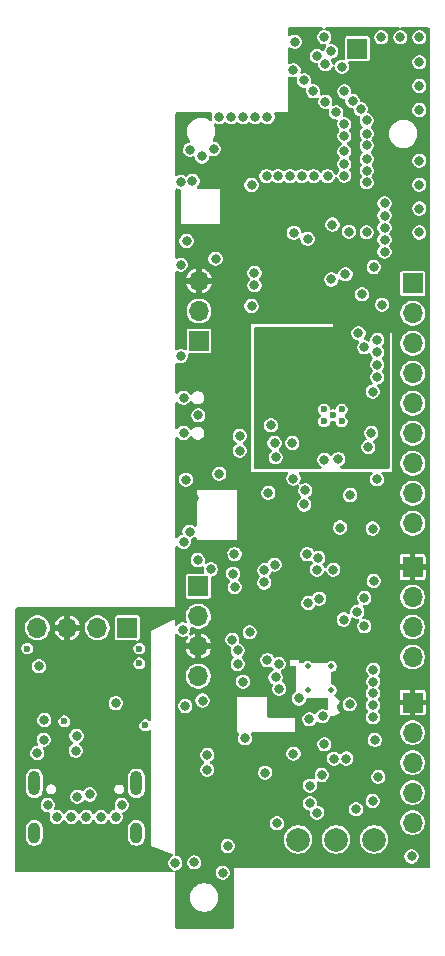
<source format=gbr>
%TF.GenerationSoftware,KiCad,Pcbnew,9.0.0*%
%TF.CreationDate,2026-01-11T16:58:41-05:00*%
%TF.ProjectId,Tiny4FSK,54696e79-3446-4534-9b2e-6b696361645f,rev?*%
%TF.SameCoordinates,Original*%
%TF.FileFunction,Copper,L3,Inr*%
%TF.FilePolarity,Positive*%
%FSLAX46Y46*%
G04 Gerber Fmt 4.6, Leading zero omitted, Abs format (unit mm)*
G04 Created by KiCad (PCBNEW 9.0.0) date 2026-01-11 16:58:41*
%MOMM*%
%LPD*%
G01*
G04 APERTURE LIST*
%TA.AperFunction,ComponentPad*%
%ADD10R,1.700000X1.700000*%
%TD*%
%TA.AperFunction,ComponentPad*%
%ADD11O,1.000000X2.100000*%
%TD*%
%TA.AperFunction,ComponentPad*%
%ADD12O,1.000000X1.800000*%
%TD*%
%TA.AperFunction,ComponentPad*%
%ADD13O,1.700000X1.700000*%
%TD*%
%TA.AperFunction,HeatsinkPad*%
%ADD14C,0.500000*%
%TD*%
%TA.AperFunction,ComponentPad*%
%ADD15C,0.600000*%
%TD*%
%TA.AperFunction,ComponentPad*%
%ADD16C,2.000000*%
%TD*%
%TA.AperFunction,ViaPad*%
%ADD17C,0.800000*%
%TD*%
%TA.AperFunction,ViaPad*%
%ADD18C,0.600000*%
%TD*%
G04 APERTURE END LIST*
D10*
%TO.N,Earth*%
%TO.C,J9*%
X155700000Y-38700000D03*
%TD*%
D11*
%TO.N,Net-(J7-SHIELD)*%
%TO.C,J7*%
X128356776Y-100905139D03*
D12*
X128356776Y-105085139D03*
D11*
X136996776Y-100905139D03*
D12*
X136996776Y-105085139D03*
%TD*%
D10*
%TO.N,D+*%
%TO.C,J4*%
X142250000Y-84210000D03*
D13*
%TO.N,D-*%
X142250000Y-86750000D03*
%TO.N,+3.3V*%
X142250000Y-89290000D03*
%TO.N,Earth*%
X142250000Y-91830000D03*
%TD*%
D10*
%TO.N,+3.3V*%
%TO.C,J3*%
X160380000Y-82590000D03*
D13*
%TO.N,SDA*%
X160380000Y-85130000D03*
%TO.N,SCL*%
X160380000Y-87670000D03*
%TO.N,Earth*%
X160380000Y-90210000D03*
%TD*%
D14*
%TO.N,Earth*%
%TO.C,U6*%
X153500000Y-93000000D03*
X153500000Y-91000000D03*
X151500000Y-93000000D03*
X151500000Y-91000000D03*
%TD*%
D10*
%TO.N,+BATT*%
%TO.C,J1*%
X142294431Y-63452157D03*
D13*
%TO.N,Earth*%
X142294431Y-60912157D03*
%TO.N,+3.3V*%
X142294431Y-58372157D03*
%TD*%
D15*
%TO.N,Earth*%
%TO.C,U3*%
X154385000Y-69255000D03*
X152885000Y-69255000D03*
X153635000Y-69755000D03*
X154385000Y-70255000D03*
X152885000Y-70255000D03*
%TD*%
D16*
%TO.N,Net-(AE2-RF)*%
%TO.C,AE2*%
X153911023Y-105665790D03*
%TO.N,Earth*%
X150696023Y-105665790D03*
X157126023Y-105665790D03*
%TD*%
D10*
%TO.N,D38*%
%TO.C,J2*%
X160400000Y-58580000D03*
D13*
%TO.N,Earth*%
X160400000Y-61120000D03*
%TO.N,D12*%
X160400000Y-63660000D03*
%TO.N,Earth*%
X160400000Y-66200000D03*
%TO.N,D13*%
X160400000Y-68740000D03*
%TO.N,Earth*%
X160400000Y-71280000D03*
%TO.N,A1*%
X160400000Y-73820000D03*
%TO.N,Earth*%
X160400000Y-76360000D03*
%TO.N,A2*%
X160400000Y-78900000D03*
%TD*%
D10*
%TO.N,D+*%
%TO.C,J5*%
X136241300Y-87746215D03*
D13*
%TO.N,D-*%
X133701300Y-87746215D03*
%TO.N,+3.3V*%
X131161300Y-87746215D03*
%TO.N,Earth*%
X128621300Y-87746215D03*
%TD*%
D10*
%TO.N,+3.3V*%
%TO.C,J6*%
X160380000Y-94065000D03*
D13*
%TO.N,MOSI*%
X160380000Y-96605000D03*
%TO.N,MISO*%
X160380000Y-99145000D03*
%TO.N,SCK*%
X160380000Y-101685000D03*
%TO.N,Earth*%
X160380000Y-104225000D03*
%TD*%
D17*
%TO.N,Earth*%
X157000000Y-67750000D03*
X156000000Y-43828369D03*
X152900000Y-73500000D03*
X156510000Y-48038570D03*
X157064640Y-91282624D03*
X156500000Y-45904284D03*
X148400000Y-70600000D03*
X154100761Y-73460013D03*
X140750000Y-64750000D03*
X155000000Y-54200000D03*
X148700000Y-72100000D03*
X146750000Y-60500000D03*
X160950000Y-37748369D03*
X150000000Y-49500000D03*
X130250000Y-103750000D03*
D18*
X130900000Y-95656687D03*
D17*
X160950000Y-39852246D03*
X157398495Y-66500000D03*
X153500000Y-38928369D03*
X143000000Y-98500000D03*
X128750000Y-91000000D03*
X156500000Y-46900000D03*
X153900000Y-44100000D03*
X145750000Y-71500000D03*
X156500000Y-49034284D03*
X154400000Y-40228369D03*
D18*
X127750000Y-89500000D03*
D17*
X152770000Y-95230000D03*
X156510000Y-44771225D03*
X140750000Y-57000000D03*
X152900000Y-37728369D03*
X147075000Y-44500000D03*
X151975936Y-42320206D03*
X154600000Y-45100000D03*
X131500000Y-103750000D03*
X129156247Y-97211402D03*
X155100000Y-76500000D03*
X160950000Y-54267139D03*
X156640503Y-72436099D03*
X157398495Y-63363147D03*
X140750000Y-50000000D03*
X154600000Y-42328369D03*
X156500000Y-54250000D03*
X150300000Y-98400000D03*
X158010000Y-51812856D03*
X142250000Y-69750000D03*
X147900000Y-100000000D03*
X142550000Y-47830000D03*
X151545151Y-85637947D03*
X158010000Y-54878214D03*
X155300000Y-43128369D03*
X152700000Y-100200000D03*
X143000000Y-99750000D03*
X153000000Y-40028369D03*
X157100000Y-57200000D03*
X141000000Y-71250000D03*
X141200000Y-75200000D03*
X145750000Y-72750000D03*
X141150000Y-94370000D03*
X154600000Y-46100000D03*
D18*
X137250000Y-89500000D03*
D17*
X154700000Y-57800000D03*
X144000000Y-44500000D03*
X151300000Y-76100000D03*
X157040000Y-95310000D03*
X158010000Y-53856428D03*
X150300000Y-75100000D03*
X141000000Y-80478020D03*
X141550000Y-47270000D03*
X157040000Y-93270000D03*
X150300000Y-40528369D03*
X158010000Y-52834642D03*
X150200000Y-72100000D03*
X148100000Y-44500000D03*
X157000000Y-102400000D03*
X156300000Y-64000000D03*
X143550000Y-47210000D03*
X151000000Y-49500000D03*
X141250000Y-55000000D03*
X160950000Y-41876123D03*
X157064640Y-92302624D03*
X157398495Y-65454381D03*
X135750000Y-102750000D03*
X157040000Y-94290000D03*
X155800000Y-62800000D03*
X156895000Y-71250000D03*
X153000000Y-43200000D03*
D18*
X137250000Y-90750000D03*
D17*
X160950000Y-50219385D03*
X148800000Y-73300000D03*
X146750000Y-50250000D03*
X157730000Y-37748369D03*
X141900000Y-107600000D03*
X149000000Y-49500000D03*
X141000000Y-68250000D03*
X151700000Y-102600000D03*
X154600000Y-49460000D03*
X148020000Y-49500000D03*
X151223609Y-77300468D03*
X143700000Y-56500000D03*
X154250000Y-79250000D03*
X132750000Y-103750000D03*
X155600000Y-103100000D03*
X152300000Y-39328369D03*
X152300000Y-103400000D03*
X146200000Y-97100000D03*
X135257753Y-94120555D03*
X160950000Y-48195508D03*
X154600000Y-47400000D03*
X141500000Y-79600000D03*
X156500000Y-50030000D03*
X131930000Y-96900000D03*
X152910000Y-97595000D03*
X154600000Y-48460000D03*
X153720000Y-98820000D03*
X156300000Y-87600000D03*
X151700000Y-101100000D03*
X157398495Y-64408764D03*
X152000000Y-49500000D03*
X145305310Y-81505781D03*
X160300000Y-107100000D03*
X150400000Y-38128369D03*
X146050000Y-44500000D03*
X153600000Y-53600000D03*
X153200000Y-49500000D03*
X151200000Y-41400000D03*
X140300000Y-107650000D03*
X129192696Y-95552010D03*
X156100000Y-59500000D03*
X159340000Y-37748369D03*
X160950000Y-52243262D03*
D18*
X137750000Y-96000000D03*
D17*
X158010000Y-55900000D03*
X135250000Y-103750000D03*
X146025000Y-92300000D03*
X154770000Y-98810000D03*
X157190000Y-97230000D03*
X148173772Y-76314833D03*
X134000000Y-103750000D03*
X160950000Y-43900000D03*
X145025000Y-44500000D03*
X129500000Y-102750000D03*
%TO.N,+3.3V*%
X154377605Y-64069111D03*
X149200000Y-76300000D03*
X153607500Y-65255000D03*
X156700000Y-86467500D03*
X146800000Y-99300000D03*
X148568663Y-106320748D03*
X154357500Y-63000000D03*
X153390002Y-88978107D03*
X154357500Y-66505000D03*
X144390000Y-55280000D03*
X141848000Y-76730000D03*
X130000000Y-94600000D03*
X144307081Y-81600000D03*
X153500000Y-76400000D03*
X157475000Y-81300000D03*
X150615305Y-85270000D03*
X154750000Y-59500000D03*
X151400000Y-71900000D03*
X147100000Y-92300000D03*
X158700000Y-88767500D03*
%TO.N,GPIO1*%
X146597024Y-88127670D03*
X148088612Y-90479669D03*
%TO.N,RF_RST*%
X145575000Y-89646586D03*
X140950000Y-87890000D03*
X143304168Y-82785832D03*
X149040055Y-90787500D03*
%TO.N,SCK*%
X148778661Y-91930002D03*
%TO.N,MISO*%
X149087390Y-92887767D03*
X152475000Y-85269998D03*
%TO.N,MOSI*%
X145575000Y-90800000D03*
X157490000Y-100360000D03*
%TO.N,RF_SS*%
X150775000Y-93720000D03*
X156297591Y-85220260D03*
%TO.N,SDA*%
X157090636Y-83775330D03*
%TO.N,SCL*%
X141746063Y-49911322D03*
X157806556Y-60385147D03*
X157000000Y-79337500D03*
%TO.N,SWDIO*%
X147822340Y-82874802D03*
%TO.N,SWCLK*%
X148696470Y-82389104D03*
%TO.N,nRST*%
X147820789Y-83897149D03*
X142600000Y-93900000D03*
%TO.N,A1*%
X145174927Y-83163304D03*
%TO.N,A2*%
X145319484Y-84285581D03*
%TO.N,D+*%
X133052482Y-101849196D03*
%TO.N,D-*%
X132000000Y-102050000D03*
%TO.N,SUCCESS*%
X145125000Y-88750000D03*
X144725178Y-106221176D03*
%TO.N,ERROR*%
X144312775Y-108469464D03*
X148900000Y-104300000D03*
X151640000Y-95480000D03*
X154562653Y-87037347D03*
%TO.N,SDN*%
X155052263Y-94223043D03*
X155703538Y-86383424D03*
%TO.N,D13*%
X153675001Y-82823388D03*
%TO.N,D12*%
X157363639Y-75173639D03*
%TO.N,+BATT*%
X147000000Y-58750000D03*
X147000000Y-57700000D03*
X144025000Y-74699191D03*
%TO.N,TXD*%
X151460304Y-81504999D03*
X151509790Y-54809991D03*
%TO.N,RXD*%
X150340626Y-54300000D03*
X152406925Y-81827358D03*
%TO.N,GPS_EN*%
X142200000Y-82000000D03*
X153500000Y-58250000D03*
%TO.N,USB*%
X128600000Y-98333575D03*
X131870000Y-98150000D03*
%TO.N,D38*%
X152300000Y-82824750D03*
%TD*%
%TA.AperFunction,Conductor*%
%TO.N,+3.3V*%
G36*
X152794662Y-36920185D02*
G01*
X152840417Y-36972989D01*
X152850361Y-37042147D01*
X152821336Y-37105703D01*
X152762558Y-37143477D01*
X152759761Y-37144262D01*
X152668216Y-37168792D01*
X152668214Y-37168792D01*
X152668214Y-37168793D01*
X152668209Y-37168795D01*
X152531290Y-37247844D01*
X152531282Y-37247850D01*
X152419481Y-37359651D01*
X152419475Y-37359659D01*
X152340426Y-37496578D01*
X152340423Y-37496585D01*
X152299500Y-37649312D01*
X152299500Y-37807426D01*
X152305616Y-37830249D01*
X152340423Y-37960152D01*
X152340426Y-37960159D01*
X152419475Y-38097078D01*
X152419479Y-38097083D01*
X152419480Y-38097085D01*
X152531284Y-38208889D01*
X152531286Y-38208890D01*
X152531290Y-38208893D01*
X152668209Y-38287942D01*
X152668216Y-38287946D01*
X152820943Y-38328869D01*
X152820945Y-38328869D01*
X152950902Y-38328869D01*
X153017941Y-38348554D01*
X153063696Y-38401358D01*
X153073640Y-38470516D01*
X153044615Y-38534072D01*
X153038583Y-38540550D01*
X153019481Y-38559651D01*
X153019475Y-38559659D01*
X152940426Y-38696578D01*
X152940423Y-38696583D01*
X152906626Y-38822716D01*
X152870260Y-38882376D01*
X152807413Y-38912905D01*
X152738038Y-38904610D01*
X152699170Y-38878303D01*
X152668717Y-38847850D01*
X152668709Y-38847844D01*
X152531790Y-38768795D01*
X152531786Y-38768793D01*
X152531784Y-38768792D01*
X152379057Y-38727869D01*
X152220943Y-38727869D01*
X152068216Y-38768792D01*
X152068209Y-38768795D01*
X151931290Y-38847844D01*
X151931282Y-38847850D01*
X151819481Y-38959651D01*
X151819475Y-38959659D01*
X151740426Y-39096578D01*
X151740423Y-39096585D01*
X151699500Y-39249312D01*
X151699500Y-39407426D01*
X151732041Y-39528869D01*
X151740423Y-39560152D01*
X151740426Y-39560159D01*
X151819475Y-39697078D01*
X151819479Y-39697083D01*
X151819480Y-39697085D01*
X151931284Y-39808889D01*
X151931286Y-39808890D01*
X151931290Y-39808893D01*
X152019221Y-39859659D01*
X152068216Y-39887946D01*
X152220943Y-39928869D01*
X152220945Y-39928869D01*
X152275500Y-39928869D01*
X152342539Y-39948554D01*
X152388294Y-40001358D01*
X152399500Y-40052869D01*
X152399500Y-40107426D01*
X152410724Y-40149312D01*
X152440423Y-40260152D01*
X152440426Y-40260159D01*
X152519475Y-40397078D01*
X152519479Y-40397083D01*
X152519480Y-40397085D01*
X152631284Y-40508889D01*
X152631286Y-40508890D01*
X152631290Y-40508893D01*
X152768209Y-40587942D01*
X152768216Y-40587946D01*
X152920943Y-40628869D01*
X152920945Y-40628869D01*
X153079055Y-40628869D01*
X153079057Y-40628869D01*
X153231784Y-40587946D01*
X153368716Y-40508889D01*
X153480520Y-40397085D01*
X153517654Y-40332766D01*
X153559575Y-40260157D01*
X153560938Y-40256867D01*
X153562831Y-40254517D01*
X153563641Y-40253115D01*
X153563859Y-40253241D01*
X153604778Y-40202462D01*
X153671072Y-40180396D01*
X153738771Y-40197674D01*
X153786383Y-40248810D01*
X153798333Y-40299379D01*
X153798439Y-40299366D01*
X153798576Y-40300407D01*
X153799500Y-40304317D01*
X153799500Y-40307426D01*
X153838439Y-40452746D01*
X153840423Y-40460152D01*
X153840426Y-40460159D01*
X153919475Y-40597078D01*
X153919479Y-40597083D01*
X153919480Y-40597085D01*
X154031284Y-40708889D01*
X154031286Y-40708890D01*
X154031290Y-40708893D01*
X154157190Y-40781580D01*
X154168216Y-40787946D01*
X154320943Y-40828869D01*
X154320945Y-40828869D01*
X154479055Y-40828869D01*
X154479057Y-40828869D01*
X154631784Y-40787946D01*
X154768716Y-40708889D01*
X154880520Y-40597085D01*
X154959577Y-40460153D01*
X155000500Y-40307426D01*
X155000500Y-40149312D01*
X154959577Y-39996585D01*
X154924886Y-39936499D01*
X154908414Y-39868600D01*
X154931267Y-39802573D01*
X154968631Y-39773189D01*
X160349500Y-39773189D01*
X160349500Y-39931303D01*
X160382074Y-40052869D01*
X160390423Y-40084029D01*
X160390426Y-40084036D01*
X160469475Y-40220955D01*
X160469479Y-40220960D01*
X160469480Y-40220962D01*
X160581284Y-40332766D01*
X160581286Y-40332767D01*
X160581290Y-40332770D01*
X160718209Y-40411819D01*
X160718216Y-40411823D01*
X160870943Y-40452746D01*
X160870945Y-40452746D01*
X161029055Y-40452746D01*
X161029057Y-40452746D01*
X161181784Y-40411823D01*
X161318716Y-40332766D01*
X161430520Y-40220962D01*
X161509577Y-40084030D01*
X161550500Y-39931303D01*
X161550500Y-39773189D01*
X161509577Y-39620462D01*
X161509573Y-39620455D01*
X161430524Y-39483536D01*
X161430518Y-39483528D01*
X161318717Y-39371727D01*
X161318709Y-39371721D01*
X161181790Y-39292672D01*
X161181786Y-39292670D01*
X161181784Y-39292669D01*
X161029057Y-39251746D01*
X160870943Y-39251746D01*
X160718216Y-39292669D01*
X160718209Y-39292672D01*
X160581290Y-39371721D01*
X160581282Y-39371727D01*
X160469481Y-39483528D01*
X160469475Y-39483536D01*
X160390426Y-39620455D01*
X160390423Y-39620462D01*
X160349500Y-39773189D01*
X154968631Y-39773189D01*
X154986188Y-39759382D01*
X155032274Y-39750500D01*
X156569750Y-39750500D01*
X156569751Y-39750499D01*
X156584568Y-39747552D01*
X156628229Y-39738868D01*
X156628229Y-39738867D01*
X156628231Y-39738867D01*
X156694552Y-39694552D01*
X156738867Y-39628231D01*
X156738867Y-39628229D01*
X156738868Y-39628229D01*
X156750499Y-39569752D01*
X156750500Y-39569750D01*
X156750500Y-37830249D01*
X156750499Y-37830247D01*
X156738868Y-37771770D01*
X156738867Y-37771769D01*
X156694552Y-37705447D01*
X156640472Y-37669312D01*
X157129500Y-37669312D01*
X157129500Y-37827426D01*
X157130257Y-37830249D01*
X157170423Y-37980152D01*
X157170426Y-37980159D01*
X157249475Y-38117078D01*
X157249479Y-38117083D01*
X157249480Y-38117085D01*
X157361284Y-38228889D01*
X157361286Y-38228890D01*
X157361290Y-38228893D01*
X157498209Y-38307942D01*
X157498216Y-38307946D01*
X157650943Y-38348869D01*
X157650945Y-38348869D01*
X157809055Y-38348869D01*
X157809057Y-38348869D01*
X157961784Y-38307946D01*
X158098716Y-38228889D01*
X158210520Y-38117085D01*
X158289577Y-37980153D01*
X158330500Y-37827426D01*
X158330500Y-37669312D01*
X158739500Y-37669312D01*
X158739500Y-37827426D01*
X158740257Y-37830249D01*
X158780423Y-37980152D01*
X158780426Y-37980159D01*
X158859475Y-38117078D01*
X158859479Y-38117083D01*
X158859480Y-38117085D01*
X158971284Y-38228889D01*
X158971286Y-38228890D01*
X158971290Y-38228893D01*
X159108209Y-38307942D01*
X159108216Y-38307946D01*
X159260943Y-38348869D01*
X159260945Y-38348869D01*
X159419055Y-38348869D01*
X159419057Y-38348869D01*
X159571784Y-38307946D01*
X159708716Y-38228889D01*
X159820520Y-38117085D01*
X159899577Y-37980153D01*
X159940500Y-37827426D01*
X159940500Y-37669312D01*
X160349500Y-37669312D01*
X160349500Y-37827426D01*
X160350257Y-37830249D01*
X160390423Y-37980152D01*
X160390426Y-37980159D01*
X160469475Y-38117078D01*
X160469479Y-38117083D01*
X160469480Y-38117085D01*
X160581284Y-38228889D01*
X160581286Y-38228890D01*
X160581290Y-38228893D01*
X160718209Y-38307942D01*
X160718216Y-38307946D01*
X160870943Y-38348869D01*
X160870945Y-38348869D01*
X161029055Y-38348869D01*
X161029057Y-38348869D01*
X161181784Y-38307946D01*
X161318716Y-38228889D01*
X161430520Y-38117085D01*
X161509577Y-37980153D01*
X161550500Y-37827426D01*
X161550500Y-37669312D01*
X161509577Y-37516585D01*
X161498026Y-37496578D01*
X161430524Y-37379659D01*
X161430518Y-37379651D01*
X161318717Y-37267850D01*
X161318709Y-37267844D01*
X161181790Y-37188795D01*
X161181786Y-37188793D01*
X161181784Y-37188792D01*
X161029057Y-37147869D01*
X160870943Y-37147869D01*
X160718216Y-37188792D01*
X160718209Y-37188795D01*
X160581290Y-37267844D01*
X160581282Y-37267850D01*
X160469481Y-37379651D01*
X160469475Y-37379659D01*
X160390426Y-37516578D01*
X160390423Y-37516585D01*
X160349500Y-37669312D01*
X159940500Y-37669312D01*
X159899577Y-37516585D01*
X159888026Y-37496578D01*
X159820524Y-37379659D01*
X159820518Y-37379651D01*
X159708717Y-37267850D01*
X159708709Y-37267844D01*
X159571790Y-37188795D01*
X159571786Y-37188793D01*
X159571784Y-37188792D01*
X159419057Y-37147869D01*
X159419056Y-37147869D01*
X159415789Y-37147439D01*
X159413236Y-37146309D01*
X159411207Y-37145766D01*
X159411291Y-37145449D01*
X159351893Y-37119171D01*
X159342257Y-37104563D01*
X159341737Y-37105703D01*
X159282959Y-37143477D01*
X159264211Y-37147439D01*
X159260943Y-37147869D01*
X159108216Y-37188792D01*
X159108209Y-37188795D01*
X158971290Y-37267844D01*
X158971282Y-37267850D01*
X158859481Y-37379651D01*
X158859475Y-37379659D01*
X158780426Y-37516578D01*
X158780423Y-37516585D01*
X158739500Y-37669312D01*
X158330500Y-37669312D01*
X158289577Y-37516585D01*
X158278026Y-37496578D01*
X158210524Y-37379659D01*
X158210518Y-37379651D01*
X158098717Y-37267850D01*
X158098709Y-37267844D01*
X157961790Y-37188795D01*
X157961786Y-37188793D01*
X157961784Y-37188792D01*
X157809057Y-37147869D01*
X157650943Y-37147869D01*
X157498216Y-37188792D01*
X157498209Y-37188795D01*
X157361290Y-37267844D01*
X157361282Y-37267850D01*
X157249481Y-37379651D01*
X157249475Y-37379659D01*
X157170426Y-37516578D01*
X157170423Y-37516585D01*
X157129500Y-37669312D01*
X156640472Y-37669312D01*
X156628230Y-37661132D01*
X156628229Y-37661131D01*
X156569752Y-37649500D01*
X156569748Y-37649500D01*
X154830252Y-37649500D01*
X154830247Y-37649500D01*
X154771770Y-37661131D01*
X154771769Y-37661132D01*
X154705447Y-37705447D01*
X154661132Y-37771769D01*
X154661131Y-37771770D01*
X154649500Y-37830247D01*
X154649500Y-39511939D01*
X154629815Y-39578978D01*
X154577011Y-39624733D01*
X154507853Y-39634677D01*
X154493409Y-39631714D01*
X154479061Y-39627869D01*
X154479057Y-39627869D01*
X154320943Y-39627869D01*
X154168216Y-39668792D01*
X154168209Y-39668795D01*
X154031290Y-39747844D01*
X154031282Y-39747850D01*
X153919481Y-39859651D01*
X153919475Y-39859659D01*
X153840422Y-39996584D01*
X153839060Y-39999874D01*
X153837167Y-40002221D01*
X153836359Y-40003623D01*
X153836140Y-40003496D01*
X153795219Y-40054277D01*
X153728924Y-40076341D01*
X153661225Y-40059061D01*
X153613615Y-40007923D01*
X153601666Y-39957358D01*
X153601561Y-39957372D01*
X153601423Y-39956328D01*
X153600500Y-39952420D01*
X153600500Y-39949314D01*
X153600500Y-39949312D01*
X153559577Y-39796585D01*
X153509127Y-39709203D01*
X153492656Y-39641304D01*
X153515509Y-39575277D01*
X153570431Y-39532087D01*
X153584404Y-39527436D01*
X153731784Y-39487946D01*
X153868716Y-39408889D01*
X153980520Y-39297085D01*
X154059577Y-39160153D01*
X154100500Y-39007426D01*
X154100500Y-38849312D01*
X154059577Y-38696585D01*
X154033813Y-38651960D01*
X153980524Y-38559659D01*
X153980518Y-38559651D01*
X153868717Y-38447850D01*
X153868709Y-38447844D01*
X153731790Y-38368795D01*
X153731786Y-38368793D01*
X153731784Y-38368792D01*
X153579057Y-38327869D01*
X153449098Y-38327869D01*
X153382059Y-38308184D01*
X153336304Y-38255380D01*
X153326360Y-38186222D01*
X153355385Y-38122666D01*
X153361417Y-38116188D01*
X153380520Y-38097085D01*
X153459577Y-37960153D01*
X153500500Y-37807426D01*
X153500500Y-37649312D01*
X153459577Y-37496585D01*
X153459573Y-37496578D01*
X153380524Y-37359659D01*
X153380518Y-37359651D01*
X153268717Y-37247850D01*
X153268709Y-37247844D01*
X153131790Y-37168795D01*
X153131787Y-37168793D01*
X153131784Y-37168792D01*
X153040281Y-37144273D01*
X152980623Y-37107910D01*
X152950094Y-37045063D01*
X152958389Y-36975687D01*
X153002874Y-36921810D01*
X153069426Y-36900535D01*
X153072377Y-36900500D01*
X159248024Y-36900500D01*
X159315063Y-36920185D01*
X159339358Y-36948223D01*
X159349665Y-36931759D01*
X159412871Y-36901981D01*
X159431976Y-36900500D01*
X161725500Y-36900500D01*
X161792539Y-36920185D01*
X161838294Y-36972989D01*
X161849500Y-37024500D01*
X161849500Y-107975500D01*
X161829815Y-108042539D01*
X161777011Y-108088294D01*
X161725500Y-108099500D01*
X145249792Y-108099500D01*
X145249500Y-108099792D01*
X145249500Y-113075500D01*
X145229815Y-113142539D01*
X145177011Y-113188294D01*
X145125500Y-113199500D01*
X140424500Y-113199500D01*
X140357461Y-113179815D01*
X140311706Y-113127011D01*
X140300500Y-113075500D01*
X140300500Y-110482072D01*
X141539804Y-110482072D01*
X141539804Y-110671045D01*
X141569363Y-110857677D01*
X141627758Y-111037395D01*
X141713544Y-111205758D01*
X141824614Y-111358632D01*
X141958231Y-111492249D01*
X142111105Y-111603319D01*
X142190651Y-111643849D01*
X142279467Y-111689104D01*
X142279469Y-111689104D01*
X142279472Y-111689106D01*
X142375801Y-111720405D01*
X142459185Y-111747499D01*
X142645818Y-111777059D01*
X142645823Y-111777059D01*
X142834790Y-111777059D01*
X143021422Y-111747499D01*
X143201136Y-111689106D01*
X143369503Y-111603319D01*
X143522377Y-111492249D01*
X143655994Y-111358632D01*
X143767064Y-111205758D01*
X143852851Y-111037391D01*
X143911244Y-110857677D01*
X143940804Y-110671045D01*
X143940804Y-110482072D01*
X143911244Y-110295440D01*
X143852849Y-110115722D01*
X143767063Y-109947359D01*
X143655994Y-109794486D01*
X143522377Y-109660869D01*
X143369503Y-109549799D01*
X143201140Y-109464013D01*
X143021422Y-109405618D01*
X142834790Y-109376059D01*
X142834785Y-109376059D01*
X142645823Y-109376059D01*
X142645818Y-109376059D01*
X142459185Y-109405618D01*
X142279467Y-109464013D01*
X142111104Y-109549799D01*
X142023883Y-109613169D01*
X141958231Y-109660869D01*
X141958229Y-109660871D01*
X141958228Y-109660871D01*
X141824616Y-109794483D01*
X141824616Y-109794484D01*
X141824614Y-109794486D01*
X141776914Y-109860138D01*
X141713544Y-109947359D01*
X141627758Y-110115722D01*
X141569363Y-110295440D01*
X141539804Y-110482072D01*
X140300500Y-110482072D01*
X140300500Y-108449791D01*
X140292218Y-108429797D01*
X140292197Y-108429749D01*
X140291067Y-108427022D01*
X140292502Y-108426427D01*
X140291925Y-108425085D01*
X140277845Y-108399300D01*
X140278269Y-108393368D01*
X140276994Y-108390407D01*
X143712275Y-108390407D01*
X143712275Y-108548520D01*
X143753198Y-108701247D01*
X143753201Y-108701254D01*
X143832250Y-108838173D01*
X143832254Y-108838178D01*
X143832255Y-108838180D01*
X143944059Y-108949984D01*
X143944061Y-108949985D01*
X143944065Y-108949988D01*
X144080984Y-109029037D01*
X144080991Y-109029041D01*
X144233718Y-109069964D01*
X144233720Y-109069964D01*
X144391830Y-109069964D01*
X144391832Y-109069964D01*
X144544559Y-109029041D01*
X144681491Y-108949984D01*
X144793295Y-108838180D01*
X144872352Y-108701248D01*
X144913275Y-108548521D01*
X144913275Y-108390407D01*
X144872352Y-108237680D01*
X144827259Y-108159576D01*
X144793299Y-108100754D01*
X144793293Y-108100746D01*
X144681492Y-107988945D01*
X144681484Y-107988939D01*
X144544565Y-107909890D01*
X144544561Y-107909888D01*
X144544559Y-107909887D01*
X144391832Y-107868964D01*
X144233718Y-107868964D01*
X144080991Y-107909887D01*
X144080984Y-107909890D01*
X143944065Y-107988939D01*
X143944057Y-107988945D01*
X143832256Y-108100746D01*
X143832250Y-108100754D01*
X143753201Y-108237673D01*
X143753198Y-108237680D01*
X143712275Y-108390407D01*
X140276994Y-108390407D01*
X140275917Y-108387905D01*
X140280732Y-108358917D01*
X140282829Y-108329608D01*
X140286393Y-108324846D01*
X140287368Y-108318980D01*
X140307092Y-108297197D01*
X140324701Y-108273675D01*
X140330546Y-108271294D01*
X140334265Y-108267188D01*
X140353171Y-108262082D01*
X140371722Y-108254528D01*
X140371207Y-108252603D01*
X140379055Y-108250500D01*
X140379057Y-108250500D01*
X140531784Y-108209577D01*
X140668716Y-108130520D01*
X140780520Y-108018716D01*
X140859577Y-107881784D01*
X140900500Y-107729057D01*
X140900500Y-107570943D01*
X140887103Y-107520943D01*
X141299500Y-107520943D01*
X141299500Y-107679057D01*
X141312898Y-107729057D01*
X141340423Y-107831783D01*
X141340426Y-107831790D01*
X141419475Y-107968709D01*
X141419479Y-107968714D01*
X141419480Y-107968716D01*
X141531284Y-108080520D01*
X141531286Y-108080521D01*
X141531290Y-108080524D01*
X141617887Y-108130520D01*
X141668216Y-108159577D01*
X141820943Y-108200500D01*
X141820945Y-108200500D01*
X141979055Y-108200500D01*
X141979057Y-108200500D01*
X142131784Y-108159577D01*
X142268716Y-108080520D01*
X142380520Y-107968716D01*
X142459577Y-107831784D01*
X142500500Y-107679057D01*
X142500500Y-107520943D01*
X142459577Y-107368216D01*
X142409391Y-107281290D01*
X142380524Y-107231290D01*
X142380518Y-107231282D01*
X142268717Y-107119481D01*
X142268716Y-107119480D01*
X142131784Y-107040423D01*
X142059084Y-107020943D01*
X159699500Y-107020943D01*
X159699500Y-107179056D01*
X159740423Y-107331783D01*
X159740426Y-107331790D01*
X159819475Y-107468709D01*
X159819479Y-107468714D01*
X159819480Y-107468716D01*
X159931284Y-107580520D01*
X159931286Y-107580521D01*
X159931290Y-107580524D01*
X160068209Y-107659573D01*
X160068216Y-107659577D01*
X160220943Y-107700500D01*
X160220945Y-107700500D01*
X160379055Y-107700500D01*
X160379057Y-107700500D01*
X160531784Y-107659577D01*
X160668716Y-107580520D01*
X160780520Y-107468716D01*
X160859577Y-107331784D01*
X160900500Y-107179057D01*
X160900500Y-107020943D01*
X160859577Y-106868216D01*
X160841399Y-106836730D01*
X160780524Y-106731290D01*
X160780518Y-106731282D01*
X160668717Y-106619481D01*
X160668709Y-106619475D01*
X160531790Y-106540426D01*
X160531786Y-106540424D01*
X160531784Y-106540423D01*
X160379057Y-106499500D01*
X160220943Y-106499500D01*
X160068216Y-106540423D01*
X160068209Y-106540426D01*
X159931290Y-106619475D01*
X159931282Y-106619481D01*
X159819481Y-106731282D01*
X159819475Y-106731290D01*
X159740426Y-106868209D01*
X159740423Y-106868216D01*
X159699500Y-107020943D01*
X142059084Y-107020943D01*
X141979057Y-106999500D01*
X141820943Y-106999500D01*
X141668216Y-107040423D01*
X141668209Y-107040426D01*
X141531290Y-107119475D01*
X141531282Y-107119481D01*
X141419481Y-107231282D01*
X141419475Y-107231290D01*
X141340426Y-107368209D01*
X141340423Y-107368216D01*
X141299500Y-107520943D01*
X140887103Y-107520943D01*
X140859577Y-107418216D01*
X140830706Y-107368209D01*
X140780524Y-107281290D01*
X140780518Y-107281282D01*
X140668717Y-107169481D01*
X140668709Y-107169475D01*
X140531790Y-107090426D01*
X140531786Y-107090424D01*
X140531784Y-107090423D01*
X140379057Y-107049500D01*
X140374500Y-107049500D01*
X140307461Y-107029815D01*
X140261706Y-106977011D01*
X140250500Y-106925500D01*
X140250500Y-106142119D01*
X144124678Y-106142119D01*
X144124678Y-106300233D01*
X144164236Y-106447863D01*
X144165601Y-106452959D01*
X144165604Y-106452966D01*
X144244653Y-106589885D01*
X144244657Y-106589890D01*
X144244658Y-106589892D01*
X144356462Y-106701696D01*
X144356464Y-106701697D01*
X144356468Y-106701700D01*
X144489206Y-106778335D01*
X144493394Y-106780753D01*
X144646121Y-106821676D01*
X144646123Y-106821676D01*
X144804233Y-106821676D01*
X144804235Y-106821676D01*
X144956962Y-106780753D01*
X145093894Y-106701696D01*
X145205698Y-106589892D01*
X145284755Y-106452960D01*
X145325678Y-106300233D01*
X145325678Y-106142119D01*
X145284755Y-105989392D01*
X145251436Y-105931681D01*
X145205702Y-105852466D01*
X145205696Y-105852458D01*
X145093895Y-105740657D01*
X145093890Y-105740653D01*
X144978139Y-105673825D01*
X144978138Y-105673825D01*
X144956962Y-105661599D01*
X144804235Y-105620676D01*
X144646121Y-105620676D01*
X144493394Y-105661599D01*
X144493387Y-105661602D01*
X144356468Y-105740651D01*
X144356460Y-105740657D01*
X144244659Y-105852458D01*
X144244653Y-105852466D01*
X144165604Y-105989385D01*
X144165601Y-105989392D01*
X144124678Y-106142119D01*
X140250500Y-106142119D01*
X140250500Y-105571303D01*
X149495523Y-105571303D01*
X149495523Y-105760276D01*
X149525082Y-105946908D01*
X149583477Y-106126626D01*
X149621311Y-106200878D01*
X149669263Y-106294989D01*
X149780333Y-106447863D01*
X149913950Y-106581480D01*
X150066824Y-106692550D01*
X150142840Y-106731282D01*
X150235186Y-106778335D01*
X150235188Y-106778335D01*
X150235191Y-106778337D01*
X150331520Y-106809636D01*
X150414904Y-106836730D01*
X150601537Y-106866290D01*
X150601542Y-106866290D01*
X150790509Y-106866290D01*
X150977141Y-106836730D01*
X151023475Y-106821675D01*
X151156855Y-106778337D01*
X151325222Y-106692550D01*
X151478096Y-106581480D01*
X151611713Y-106447863D01*
X151722783Y-106294989D01*
X151808570Y-106126622D01*
X151866963Y-105946908D01*
X151881922Y-105852460D01*
X151896523Y-105760276D01*
X151896523Y-105571303D01*
X152710523Y-105571303D01*
X152710523Y-105760276D01*
X152740082Y-105946908D01*
X152798477Y-106126626D01*
X152836311Y-106200878D01*
X152884263Y-106294989D01*
X152995333Y-106447863D01*
X153128950Y-106581480D01*
X153281824Y-106692550D01*
X153357840Y-106731282D01*
X153450186Y-106778335D01*
X153450188Y-106778335D01*
X153450191Y-106778337D01*
X153546520Y-106809636D01*
X153629904Y-106836730D01*
X153816537Y-106866290D01*
X153816542Y-106866290D01*
X154005509Y-106866290D01*
X154192141Y-106836730D01*
X154238475Y-106821675D01*
X154371855Y-106778337D01*
X154540222Y-106692550D01*
X154693096Y-106581480D01*
X154826713Y-106447863D01*
X154937783Y-106294989D01*
X155023570Y-106126622D01*
X155081963Y-105946908D01*
X155096922Y-105852460D01*
X155111523Y-105760276D01*
X155111523Y-105571303D01*
X155925523Y-105571303D01*
X155925523Y-105760276D01*
X155955082Y-105946908D01*
X156013477Y-106126626D01*
X156051311Y-106200878D01*
X156099263Y-106294989D01*
X156210333Y-106447863D01*
X156343950Y-106581480D01*
X156496824Y-106692550D01*
X156572840Y-106731282D01*
X156665186Y-106778335D01*
X156665188Y-106778335D01*
X156665191Y-106778337D01*
X156761520Y-106809636D01*
X156844904Y-106836730D01*
X157031537Y-106866290D01*
X157031542Y-106866290D01*
X157220509Y-106866290D01*
X157407141Y-106836730D01*
X157453475Y-106821675D01*
X157586855Y-106778337D01*
X157755222Y-106692550D01*
X157908096Y-106581480D01*
X158041713Y-106447863D01*
X158152783Y-106294989D01*
X158238570Y-106126622D01*
X158296963Y-105946908D01*
X158311922Y-105852460D01*
X158326523Y-105760276D01*
X158326523Y-105571303D01*
X158296963Y-105384671D01*
X158248374Y-105235131D01*
X158238570Y-105204958D01*
X158238568Y-105204955D01*
X158238568Y-105204953D01*
X158193313Y-105116137D01*
X158152783Y-105036591D01*
X158041713Y-104883717D01*
X157908096Y-104750100D01*
X157755222Y-104639030D01*
X157586859Y-104553244D01*
X157407141Y-104494849D01*
X157220509Y-104465290D01*
X157220504Y-104465290D01*
X157031542Y-104465290D01*
X157031537Y-104465290D01*
X156844904Y-104494849D01*
X156665186Y-104553244D01*
X156496823Y-104639030D01*
X156409602Y-104702400D01*
X156343950Y-104750100D01*
X156343948Y-104750102D01*
X156343947Y-104750102D01*
X156210335Y-104883714D01*
X156210335Y-104883715D01*
X156210333Y-104883717D01*
X156162633Y-104949369D01*
X156099263Y-105036590D01*
X156013477Y-105204953D01*
X155955082Y-105384671D01*
X155925523Y-105571303D01*
X155111523Y-105571303D01*
X155081963Y-105384671D01*
X155033374Y-105235131D01*
X155023570Y-105204958D01*
X155023568Y-105204955D01*
X155023568Y-105204953D01*
X154978313Y-105116137D01*
X154937783Y-105036591D01*
X154826713Y-104883717D01*
X154693096Y-104750100D01*
X154540222Y-104639030D01*
X154371859Y-104553244D01*
X154192141Y-104494849D01*
X154005509Y-104465290D01*
X154005504Y-104465290D01*
X153816542Y-104465290D01*
X153816537Y-104465290D01*
X153629904Y-104494849D01*
X153450186Y-104553244D01*
X153281823Y-104639030D01*
X153194602Y-104702400D01*
X153128950Y-104750100D01*
X153128948Y-104750102D01*
X153128947Y-104750102D01*
X152995335Y-104883714D01*
X152995335Y-104883715D01*
X152995333Y-104883717D01*
X152947633Y-104949369D01*
X152884263Y-105036590D01*
X152798477Y-105204953D01*
X152740082Y-105384671D01*
X152710523Y-105571303D01*
X151896523Y-105571303D01*
X151866963Y-105384671D01*
X151818374Y-105235131D01*
X151808570Y-105204958D01*
X151808568Y-105204955D01*
X151808568Y-105204953D01*
X151763313Y-105116137D01*
X151722783Y-105036591D01*
X151611713Y-104883717D01*
X151478096Y-104750100D01*
X151325222Y-104639030D01*
X151156859Y-104553244D01*
X150977141Y-104494849D01*
X150790509Y-104465290D01*
X150790504Y-104465290D01*
X150601542Y-104465290D01*
X150601537Y-104465290D01*
X150414904Y-104494849D01*
X150235186Y-104553244D01*
X150066823Y-104639030D01*
X149979602Y-104702400D01*
X149913950Y-104750100D01*
X149913948Y-104750102D01*
X149913947Y-104750102D01*
X149780335Y-104883714D01*
X149780335Y-104883715D01*
X149780333Y-104883717D01*
X149732633Y-104949369D01*
X149669263Y-105036590D01*
X149583477Y-105204953D01*
X149525082Y-105384671D01*
X149495523Y-105571303D01*
X140250500Y-105571303D01*
X140250500Y-104220943D01*
X148299500Y-104220943D01*
X148299500Y-104379057D01*
X148340326Y-104531420D01*
X148340423Y-104531783D01*
X148340426Y-104531790D01*
X148419475Y-104668709D01*
X148419479Y-104668714D01*
X148419480Y-104668716D01*
X148531284Y-104780520D01*
X148531286Y-104780521D01*
X148531290Y-104780524D01*
X148668209Y-104859573D01*
X148668216Y-104859577D01*
X148820943Y-104900500D01*
X148820945Y-104900500D01*
X148979055Y-104900500D01*
X148979057Y-104900500D01*
X149131784Y-104859577D01*
X149268716Y-104780520D01*
X149380520Y-104668716D01*
X149459577Y-104531784D01*
X149500500Y-104379057D01*
X149500500Y-104220943D01*
X149473862Y-104121530D01*
X159329500Y-104121530D01*
X159329500Y-104328469D01*
X159369868Y-104531412D01*
X159369870Y-104531420D01*
X159449059Y-104722598D01*
X159487760Y-104780518D01*
X159564024Y-104894657D01*
X159710342Y-105040975D01*
X159710345Y-105040977D01*
X159882402Y-105155941D01*
X160073580Y-105235130D01*
X160276530Y-105275499D01*
X160276534Y-105275500D01*
X160276535Y-105275500D01*
X160483466Y-105275500D01*
X160483467Y-105275499D01*
X160686420Y-105235130D01*
X160877598Y-105155941D01*
X161049655Y-105040977D01*
X161195977Y-104894655D01*
X161310941Y-104722598D01*
X161390130Y-104531420D01*
X161430500Y-104328465D01*
X161430500Y-104121535D01*
X161390130Y-103918580D01*
X161310941Y-103727402D01*
X161195977Y-103555345D01*
X161195975Y-103555342D01*
X161049657Y-103409024D01*
X160900821Y-103309576D01*
X160877598Y-103294059D01*
X160818259Y-103269480D01*
X160686420Y-103214870D01*
X160686412Y-103214868D01*
X160483469Y-103174500D01*
X160483465Y-103174500D01*
X160276535Y-103174500D01*
X160276530Y-103174500D01*
X160073587Y-103214868D01*
X160073579Y-103214870D01*
X159882403Y-103294058D01*
X159710342Y-103409024D01*
X159564024Y-103555342D01*
X159449058Y-103727403D01*
X159369870Y-103918579D01*
X159369868Y-103918587D01*
X159329500Y-104121530D01*
X149473862Y-104121530D01*
X149459577Y-104068216D01*
X149426867Y-104011560D01*
X149380524Y-103931290D01*
X149380518Y-103931282D01*
X149268717Y-103819481D01*
X149268709Y-103819475D01*
X149131790Y-103740426D01*
X149131786Y-103740424D01*
X149131784Y-103740423D01*
X148979057Y-103699500D01*
X148820943Y-103699500D01*
X148668216Y-103740423D01*
X148668209Y-103740426D01*
X148531290Y-103819475D01*
X148531282Y-103819481D01*
X148419481Y-103931282D01*
X148419475Y-103931290D01*
X148340426Y-104068209D01*
X148340423Y-104068216D01*
X148299500Y-104220943D01*
X140250500Y-104220943D01*
X140250500Y-102520943D01*
X151099500Y-102520943D01*
X151099500Y-102679057D01*
X151139693Y-102829057D01*
X151140423Y-102831783D01*
X151140426Y-102831790D01*
X151219475Y-102968709D01*
X151219479Y-102968714D01*
X151219480Y-102968716D01*
X151331284Y-103080520D01*
X151331286Y-103080521D01*
X151331290Y-103080524D01*
X151416666Y-103129815D01*
X151468216Y-103159577D01*
X151607595Y-103196923D01*
X151667254Y-103233287D01*
X151697783Y-103296134D01*
X151699500Y-103316697D01*
X151699500Y-103320943D01*
X151699500Y-103479057D01*
X151726687Y-103580518D01*
X151740423Y-103631783D01*
X151740426Y-103631790D01*
X151819475Y-103768709D01*
X151819479Y-103768714D01*
X151819480Y-103768716D01*
X151931284Y-103880520D01*
X151931286Y-103880521D01*
X151931290Y-103880524D01*
X152019221Y-103931290D01*
X152068216Y-103959577D01*
X152220943Y-104000500D01*
X152220945Y-104000500D01*
X152379055Y-104000500D01*
X152379057Y-104000500D01*
X152531784Y-103959577D01*
X152668716Y-103880520D01*
X152780520Y-103768716D01*
X152859577Y-103631784D01*
X152900500Y-103479057D01*
X152900500Y-103320943D01*
X152859577Y-103168216D01*
X152780520Y-103031284D01*
X152770179Y-103020943D01*
X154999500Y-103020943D01*
X154999500Y-103179057D01*
X155036381Y-103316697D01*
X155040423Y-103331783D01*
X155040426Y-103331790D01*
X155119475Y-103468709D01*
X155119479Y-103468714D01*
X155119480Y-103468716D01*
X155231284Y-103580520D01*
X155231286Y-103580521D01*
X155231290Y-103580524D01*
X155320087Y-103631790D01*
X155368216Y-103659577D01*
X155520943Y-103700500D01*
X155520945Y-103700500D01*
X155679055Y-103700500D01*
X155679057Y-103700500D01*
X155831784Y-103659577D01*
X155968716Y-103580520D01*
X156080520Y-103468716D01*
X156159577Y-103331784D01*
X156200500Y-103179057D01*
X156200500Y-103020943D01*
X156159577Y-102868216D01*
X156136968Y-102829055D01*
X156080524Y-102731290D01*
X156080518Y-102731282D01*
X155968717Y-102619481D01*
X155968709Y-102619475D01*
X155831790Y-102540426D01*
X155831786Y-102540424D01*
X155831784Y-102540423D01*
X155679057Y-102499500D01*
X155520943Y-102499500D01*
X155368216Y-102540423D01*
X155368209Y-102540426D01*
X155231290Y-102619475D01*
X155231282Y-102619481D01*
X155119481Y-102731282D01*
X155119475Y-102731290D01*
X155040426Y-102868209D01*
X155040423Y-102868216D01*
X154999500Y-103020943D01*
X152770179Y-103020943D01*
X152668716Y-102919480D01*
X152668714Y-102919479D01*
X152668709Y-102919475D01*
X152531790Y-102840426D01*
X152531785Y-102840423D01*
X152443044Y-102816645D01*
X152392405Y-102803076D01*
X152332746Y-102766712D01*
X152302217Y-102703865D01*
X152300500Y-102683302D01*
X152300500Y-102520945D01*
X152300500Y-102520943D01*
X152259577Y-102368216D01*
X152237349Y-102329716D01*
X152232284Y-102320943D01*
X156399500Y-102320943D01*
X156399500Y-102479057D01*
X156437127Y-102619481D01*
X156440423Y-102631783D01*
X156440426Y-102631790D01*
X156519475Y-102768709D01*
X156519479Y-102768714D01*
X156519480Y-102768716D01*
X156631284Y-102880520D01*
X156631286Y-102880521D01*
X156631290Y-102880524D01*
X156698765Y-102919480D01*
X156768216Y-102959577D01*
X156920943Y-103000500D01*
X156920945Y-103000500D01*
X157079055Y-103000500D01*
X157079057Y-103000500D01*
X157231784Y-102959577D01*
X157368716Y-102880520D01*
X157480520Y-102768716D01*
X157559577Y-102631784D01*
X157600500Y-102479057D01*
X157600500Y-102320943D01*
X157559577Y-102168216D01*
X157552316Y-102155639D01*
X157480524Y-102031290D01*
X157480518Y-102031282D01*
X157368717Y-101919481D01*
X157368709Y-101919475D01*
X157231790Y-101840426D01*
X157231786Y-101840424D01*
X157231784Y-101840423D01*
X157079057Y-101799500D01*
X156920943Y-101799500D01*
X156768216Y-101840423D01*
X156768209Y-101840426D01*
X156631290Y-101919475D01*
X156631282Y-101919481D01*
X156519481Y-102031282D01*
X156519475Y-102031290D01*
X156440426Y-102168209D01*
X156440423Y-102168216D01*
X156399500Y-102320943D01*
X152232284Y-102320943D01*
X152180522Y-102231287D01*
X152180518Y-102231282D01*
X152068717Y-102119481D01*
X152068709Y-102119475D01*
X151931790Y-102040426D01*
X151931786Y-102040424D01*
X151931784Y-102040423D01*
X151779057Y-101999500D01*
X151620943Y-101999500D01*
X151468216Y-102040423D01*
X151468209Y-102040426D01*
X151331290Y-102119475D01*
X151331282Y-102119481D01*
X151219481Y-102231282D01*
X151219475Y-102231290D01*
X151140426Y-102368209D01*
X151140426Y-102368210D01*
X151140423Y-102368216D01*
X151099500Y-102520943D01*
X140250500Y-102520943D01*
X140250500Y-101020943D01*
X151099500Y-101020943D01*
X151099500Y-101179057D01*
X151116072Y-101240902D01*
X151140423Y-101331783D01*
X151140426Y-101331790D01*
X151219475Y-101468709D01*
X151219479Y-101468714D01*
X151219480Y-101468716D01*
X151331284Y-101580520D01*
X151331286Y-101580521D01*
X151331290Y-101580524D01*
X151395171Y-101617405D01*
X151468216Y-101659577D01*
X151620943Y-101700500D01*
X151620945Y-101700500D01*
X151779055Y-101700500D01*
X151779057Y-101700500D01*
X151931784Y-101659577D01*
X152066967Y-101581530D01*
X159329500Y-101581530D01*
X159329500Y-101788469D01*
X159369868Y-101991412D01*
X159369870Y-101991420D01*
X159422914Y-102119480D01*
X159449059Y-102182598D01*
X159481590Y-102231284D01*
X159564024Y-102354657D01*
X159710342Y-102500975D01*
X159710345Y-102500977D01*
X159882402Y-102615941D01*
X160073580Y-102695130D01*
X160255330Y-102731282D01*
X160276530Y-102735499D01*
X160276534Y-102735500D01*
X160276535Y-102735500D01*
X160483466Y-102735500D01*
X160483467Y-102735499D01*
X160686420Y-102695130D01*
X160877598Y-102615941D01*
X161049655Y-102500977D01*
X161195977Y-102354655D01*
X161310941Y-102182598D01*
X161390130Y-101991420D01*
X161430500Y-101788465D01*
X161430500Y-101581535D01*
X161390130Y-101378580D01*
X161310941Y-101187402D01*
X161195977Y-101015345D01*
X161195975Y-101015342D01*
X161049657Y-100869024D01*
X160885856Y-100759577D01*
X160877598Y-100754059D01*
X160850228Y-100742722D01*
X160686420Y-100674870D01*
X160686412Y-100674868D01*
X160483469Y-100634500D01*
X160483465Y-100634500D01*
X160276535Y-100634500D01*
X160276530Y-100634500D01*
X160073587Y-100674868D01*
X160073579Y-100674870D01*
X159882403Y-100754058D01*
X159710342Y-100869024D01*
X159564024Y-101015342D01*
X159449058Y-101187403D01*
X159369870Y-101378579D01*
X159369868Y-101378587D01*
X159329500Y-101581530D01*
X152066967Y-101581530D01*
X152068716Y-101580520D01*
X152180520Y-101468716D01*
X152259577Y-101331784D01*
X152300500Y-101179057D01*
X152300500Y-101020943D01*
X152264436Y-100886350D01*
X152266099Y-100816503D01*
X152305261Y-100758640D01*
X152369490Y-100731136D01*
X152438392Y-100742722D01*
X152446209Y-100746871D01*
X152468216Y-100759577D01*
X152620943Y-100800500D01*
X152620945Y-100800500D01*
X152779055Y-100800500D01*
X152779057Y-100800500D01*
X152931784Y-100759577D01*
X153068716Y-100680520D01*
X153180520Y-100568716D01*
X153259577Y-100431784D01*
X153299995Y-100280943D01*
X156889500Y-100280943D01*
X156889500Y-100439057D01*
X156924282Y-100568863D01*
X156930423Y-100591783D01*
X156930426Y-100591790D01*
X157009475Y-100728709D01*
X157009479Y-100728714D01*
X157009480Y-100728716D01*
X157121284Y-100840520D01*
X157121286Y-100840521D01*
X157121290Y-100840524D01*
X157258209Y-100919573D01*
X157258216Y-100919577D01*
X157410943Y-100960500D01*
X157410945Y-100960500D01*
X157569055Y-100960500D01*
X157569057Y-100960500D01*
X157721784Y-100919577D01*
X157858716Y-100840520D01*
X157970520Y-100728716D01*
X158049577Y-100591784D01*
X158090500Y-100439057D01*
X158090500Y-100280943D01*
X158049577Y-100128216D01*
X158044088Y-100118709D01*
X157970524Y-99991290D01*
X157970518Y-99991282D01*
X157858717Y-99879481D01*
X157858709Y-99879475D01*
X157721790Y-99800426D01*
X157721786Y-99800424D01*
X157721784Y-99800423D01*
X157569057Y-99759500D01*
X157410943Y-99759500D01*
X157258216Y-99800423D01*
X157258209Y-99800426D01*
X157121290Y-99879475D01*
X157121282Y-99879481D01*
X157009481Y-99991282D01*
X157009475Y-99991290D01*
X156930426Y-100128209D01*
X156930423Y-100128216D01*
X156889500Y-100280943D01*
X153299995Y-100280943D01*
X153300500Y-100279057D01*
X153300500Y-100120943D01*
X153259577Y-99968216D01*
X153255398Y-99960977D01*
X153180524Y-99831290D01*
X153180518Y-99831282D01*
X153068717Y-99719481D01*
X153068709Y-99719475D01*
X152931790Y-99640426D01*
X152931786Y-99640424D01*
X152931784Y-99640423D01*
X152779057Y-99599500D01*
X152620943Y-99599500D01*
X152468216Y-99640423D01*
X152468209Y-99640426D01*
X152331290Y-99719475D01*
X152331282Y-99719481D01*
X152219481Y-99831282D01*
X152219475Y-99831290D01*
X152140426Y-99968209D01*
X152140423Y-99968216D01*
X152099500Y-100120943D01*
X152099500Y-100279057D01*
X152107677Y-100309573D01*
X152135563Y-100413647D01*
X152133900Y-100483497D01*
X152094737Y-100541359D01*
X152030509Y-100568863D01*
X151961606Y-100557276D01*
X151953788Y-100553127D01*
X151931786Y-100540424D01*
X151931785Y-100540423D01*
X151931784Y-100540423D01*
X151779057Y-100499500D01*
X151620943Y-100499500D01*
X151468216Y-100540423D01*
X151468209Y-100540426D01*
X151331290Y-100619475D01*
X151331282Y-100619481D01*
X151219481Y-100731282D01*
X151219475Y-100731290D01*
X151140426Y-100868209D01*
X151140423Y-100868216D01*
X151099500Y-101020943D01*
X140250500Y-101020943D01*
X140250500Y-98420943D01*
X142399500Y-98420943D01*
X142399500Y-98579057D01*
X142434473Y-98709576D01*
X142440423Y-98731783D01*
X142440426Y-98731790D01*
X142519475Y-98868709D01*
X142519479Y-98868714D01*
X142519480Y-98868716D01*
X142631284Y-98980520D01*
X142631285Y-98980521D01*
X142631287Y-98980522D01*
X142695531Y-99017613D01*
X142743746Y-99068179D01*
X142756970Y-99136786D01*
X142731002Y-99201651D01*
X142695531Y-99232387D01*
X142631287Y-99269477D01*
X142631282Y-99269481D01*
X142519481Y-99381282D01*
X142519475Y-99381290D01*
X142440426Y-99518209D01*
X142440423Y-99518216D01*
X142399500Y-99670943D01*
X142399500Y-99829057D01*
X142436788Y-99968216D01*
X142440423Y-99981783D01*
X142440426Y-99981790D01*
X142519475Y-100118709D01*
X142519479Y-100118714D01*
X142519480Y-100118716D01*
X142631284Y-100230520D01*
X142631286Y-100230521D01*
X142631290Y-100230524D01*
X142727632Y-100286146D01*
X142768216Y-100309577D01*
X142920943Y-100350500D01*
X142920945Y-100350500D01*
X143079055Y-100350500D01*
X143079057Y-100350500D01*
X143231784Y-100309577D01*
X143368716Y-100230520D01*
X143480520Y-100118716D01*
X143559577Y-99981784D01*
X143575879Y-99920943D01*
X147299500Y-99920943D01*
X147299500Y-100079057D01*
X147340086Y-100230524D01*
X147340423Y-100231783D01*
X147340426Y-100231790D01*
X147419475Y-100368709D01*
X147419479Y-100368714D01*
X147419480Y-100368716D01*
X147531284Y-100480520D01*
X147531286Y-100480521D01*
X147531290Y-100480524D01*
X147668209Y-100559573D01*
X147668216Y-100559577D01*
X147820943Y-100600500D01*
X147820945Y-100600500D01*
X147979055Y-100600500D01*
X147979057Y-100600500D01*
X148131784Y-100559577D01*
X148268716Y-100480520D01*
X148380520Y-100368716D01*
X148459577Y-100231784D01*
X148500500Y-100079057D01*
X148500500Y-99920943D01*
X148459577Y-99768216D01*
X148454545Y-99759500D01*
X148380524Y-99631290D01*
X148380518Y-99631282D01*
X148268717Y-99519481D01*
X148268709Y-99519475D01*
X148131790Y-99440426D01*
X148131786Y-99440424D01*
X148131784Y-99440423D01*
X147979057Y-99399500D01*
X147820943Y-99399500D01*
X147668216Y-99440423D01*
X147668209Y-99440426D01*
X147531290Y-99519475D01*
X147531282Y-99519481D01*
X147419481Y-99631282D01*
X147419475Y-99631290D01*
X147340426Y-99768209D01*
X147340423Y-99768216D01*
X147299500Y-99920943D01*
X143575879Y-99920943D01*
X143600500Y-99829057D01*
X143600500Y-99670943D01*
X143559577Y-99518216D01*
X143521008Y-99451412D01*
X143480524Y-99381290D01*
X143480518Y-99381282D01*
X143368715Y-99269479D01*
X143344125Y-99255282D01*
X143304467Y-99232386D01*
X143256253Y-99181821D01*
X143243029Y-99113214D01*
X143268997Y-99048349D01*
X143304468Y-99017613D01*
X143368716Y-98980520D01*
X143480520Y-98868716D01*
X143559577Y-98731784D01*
X143600500Y-98579057D01*
X143600500Y-98420943D01*
X143573705Y-98320943D01*
X149699500Y-98320943D01*
X149699500Y-98479057D01*
X149740086Y-98630524D01*
X149740423Y-98631783D01*
X149740426Y-98631790D01*
X149819475Y-98768709D01*
X149819479Y-98768714D01*
X149819480Y-98768716D01*
X149931284Y-98880520D01*
X149931286Y-98880521D01*
X149931290Y-98880524D01*
X150068209Y-98959573D01*
X150068216Y-98959577D01*
X150220943Y-99000500D01*
X150220945Y-99000500D01*
X150379055Y-99000500D01*
X150379057Y-99000500D01*
X150531784Y-98959577D01*
X150668716Y-98880520D01*
X150780520Y-98768716D01*
X150796555Y-98740943D01*
X153119500Y-98740943D01*
X153119500Y-98899057D01*
X153157744Y-99041783D01*
X153160423Y-99051783D01*
X153160426Y-99051790D01*
X153239475Y-99188709D01*
X153239479Y-99188714D01*
X153239480Y-99188716D01*
X153351284Y-99300520D01*
X153351286Y-99300521D01*
X153351290Y-99300524D01*
X153470895Y-99369577D01*
X153488216Y-99379577D01*
X153640943Y-99420500D01*
X153640945Y-99420500D01*
X153799055Y-99420500D01*
X153799057Y-99420500D01*
X153951784Y-99379577D01*
X154088716Y-99300520D01*
X154162319Y-99226917D01*
X154223642Y-99193432D01*
X154293334Y-99198416D01*
X154337681Y-99226917D01*
X154401284Y-99290520D01*
X154401286Y-99290521D01*
X154401290Y-99290524D01*
X154538209Y-99369573D01*
X154538216Y-99369577D01*
X154690943Y-99410500D01*
X154690945Y-99410500D01*
X154849055Y-99410500D01*
X154849057Y-99410500D01*
X155001784Y-99369577D01*
X155138716Y-99290520D01*
X155250520Y-99178716D01*
X155329577Y-99041784D01*
X155329645Y-99041530D01*
X159329500Y-99041530D01*
X159329500Y-99248469D01*
X159369868Y-99451412D01*
X159369870Y-99451420D01*
X159444372Y-99631284D01*
X159449059Y-99642598D01*
X159500426Y-99719475D01*
X159564024Y-99814657D01*
X159710342Y-99960975D01*
X159710345Y-99960977D01*
X159882402Y-100075941D01*
X160073580Y-100155130D01*
X160276530Y-100195499D01*
X160276534Y-100195500D01*
X160276535Y-100195500D01*
X160483466Y-100195500D01*
X160483467Y-100195499D01*
X160686420Y-100155130D01*
X160877598Y-100075941D01*
X161049655Y-99960977D01*
X161195977Y-99814655D01*
X161310941Y-99642598D01*
X161390130Y-99451420D01*
X161430500Y-99248465D01*
X161430500Y-99041535D01*
X161390130Y-98838580D01*
X161310941Y-98647402D01*
X161195977Y-98475345D01*
X161195975Y-98475342D01*
X161049657Y-98329024D01*
X160946987Y-98260423D01*
X160877598Y-98214059D01*
X160832790Y-98195499D01*
X160686420Y-98134870D01*
X160686412Y-98134868D01*
X160483469Y-98094500D01*
X160483465Y-98094500D01*
X160276535Y-98094500D01*
X160276530Y-98094500D01*
X160073587Y-98134868D01*
X160073579Y-98134870D01*
X159882403Y-98214058D01*
X159710342Y-98329024D01*
X159564024Y-98475342D01*
X159449058Y-98647403D01*
X159369870Y-98838579D01*
X159369868Y-98838587D01*
X159329500Y-99041530D01*
X155329645Y-99041530D01*
X155370500Y-98889057D01*
X155370500Y-98730943D01*
X155329577Y-98578216D01*
X155322154Y-98565359D01*
X155250524Y-98441290D01*
X155250518Y-98441282D01*
X155138717Y-98329481D01*
X155138709Y-98329475D01*
X155001790Y-98250426D01*
X155001786Y-98250424D01*
X155001784Y-98250423D01*
X154849057Y-98209500D01*
X154690943Y-98209500D01*
X154538216Y-98250423D01*
X154538209Y-98250426D01*
X154401290Y-98329475D01*
X154401282Y-98329481D01*
X154327681Y-98403083D01*
X154266358Y-98436568D01*
X154196666Y-98431584D01*
X154152319Y-98403083D01*
X154088717Y-98339481D01*
X154088709Y-98339475D01*
X153951790Y-98260426D01*
X153951786Y-98260424D01*
X153951784Y-98260423D01*
X153799057Y-98219500D01*
X153640943Y-98219500D01*
X153488216Y-98260423D01*
X153488209Y-98260426D01*
X153351290Y-98339475D01*
X153351282Y-98339481D01*
X153239481Y-98451282D01*
X153239475Y-98451290D01*
X153160426Y-98588209D01*
X153160423Y-98588216D01*
X153119500Y-98740943D01*
X150796555Y-98740943D01*
X150859577Y-98631784D01*
X150900500Y-98479057D01*
X150900500Y-98320943D01*
X150859577Y-98168216D01*
X150838258Y-98131290D01*
X150780524Y-98031290D01*
X150780518Y-98031282D01*
X150668717Y-97919481D01*
X150668709Y-97919475D01*
X150531790Y-97840426D01*
X150531786Y-97840424D01*
X150531784Y-97840423D01*
X150379057Y-97799500D01*
X150220943Y-97799500D01*
X150068216Y-97840423D01*
X150068209Y-97840426D01*
X149931290Y-97919475D01*
X149931282Y-97919481D01*
X149819481Y-98031282D01*
X149819475Y-98031290D01*
X149740426Y-98168209D01*
X149740423Y-98168216D01*
X149699500Y-98320943D01*
X143573705Y-98320943D01*
X143559577Y-98268216D01*
X143559573Y-98268209D01*
X143480524Y-98131290D01*
X143480518Y-98131282D01*
X143368717Y-98019481D01*
X143368709Y-98019475D01*
X143231790Y-97940426D01*
X143231786Y-97940424D01*
X143231784Y-97940423D01*
X143079057Y-97899500D01*
X142920943Y-97899500D01*
X142768216Y-97940423D01*
X142768209Y-97940426D01*
X142631290Y-98019475D01*
X142631282Y-98019481D01*
X142519481Y-98131282D01*
X142519475Y-98131290D01*
X142440426Y-98268209D01*
X142440423Y-98268216D01*
X142399500Y-98420943D01*
X140250500Y-98420943D01*
X140250500Y-96600000D01*
X145500000Y-96600000D01*
X145580503Y-96600000D01*
X145647542Y-96619685D01*
X145693297Y-96672489D01*
X145703241Y-96741647D01*
X145687890Y-96786000D01*
X145640424Y-96868213D01*
X145640423Y-96868216D01*
X145599500Y-97020943D01*
X145599500Y-97179057D01*
X145634334Y-97309057D01*
X145640423Y-97331783D01*
X145640426Y-97331790D01*
X145719475Y-97468709D01*
X145719479Y-97468714D01*
X145719480Y-97468716D01*
X145831284Y-97580520D01*
X145831286Y-97580521D01*
X145831290Y-97580524D01*
X145951122Y-97649708D01*
X145968216Y-97659577D01*
X146120943Y-97700500D01*
X146120945Y-97700500D01*
X146279055Y-97700500D01*
X146279057Y-97700500D01*
X146431784Y-97659577D01*
X146568716Y-97580520D01*
X146633293Y-97515943D01*
X152309500Y-97515943D01*
X152309500Y-97674057D01*
X152348816Y-97820784D01*
X152350423Y-97826783D01*
X152350426Y-97826790D01*
X152429475Y-97963709D01*
X152429479Y-97963714D01*
X152429480Y-97963716D01*
X152541284Y-98075520D01*
X152541286Y-98075521D01*
X152541290Y-98075524D01*
X152644082Y-98134870D01*
X152678216Y-98154577D01*
X152830943Y-98195500D01*
X152830945Y-98195500D01*
X152989055Y-98195500D01*
X152989057Y-98195500D01*
X153141784Y-98154577D01*
X153278716Y-98075520D01*
X153390520Y-97963716D01*
X153469577Y-97826784D01*
X153510500Y-97674057D01*
X153510500Y-97515943D01*
X153469577Y-97363216D01*
X153469573Y-97363209D01*
X153390524Y-97226290D01*
X153390518Y-97226282D01*
X153315179Y-97150943D01*
X156589500Y-97150943D01*
X156589500Y-97309057D01*
X156626145Y-97445816D01*
X156630423Y-97461783D01*
X156630426Y-97461790D01*
X156709475Y-97598709D01*
X156709479Y-97598714D01*
X156709480Y-97598716D01*
X156821284Y-97710520D01*
X156821286Y-97710521D01*
X156821290Y-97710524D01*
X156943852Y-97781284D01*
X156958216Y-97789577D01*
X157110943Y-97830500D01*
X157110945Y-97830500D01*
X157269055Y-97830500D01*
X157269057Y-97830500D01*
X157421784Y-97789577D01*
X157558716Y-97710520D01*
X157670520Y-97598716D01*
X157749577Y-97461784D01*
X157790500Y-97309057D01*
X157790500Y-97150943D01*
X157749577Y-96998216D01*
X157738840Y-96979618D01*
X157670524Y-96861290D01*
X157670518Y-96861282D01*
X157558717Y-96749481D01*
X157558709Y-96749475D01*
X157421790Y-96670426D01*
X157421786Y-96670424D01*
X157421784Y-96670423D01*
X157269057Y-96629500D01*
X157110943Y-96629500D01*
X156958216Y-96670423D01*
X156958209Y-96670426D01*
X156821290Y-96749475D01*
X156821282Y-96749481D01*
X156709481Y-96861282D01*
X156709475Y-96861290D01*
X156630426Y-96998209D01*
X156630423Y-96998216D01*
X156589500Y-97150943D01*
X153315179Y-97150943D01*
X153278717Y-97114481D01*
X153278709Y-97114475D01*
X153141790Y-97035426D01*
X153141786Y-97035424D01*
X153141784Y-97035423D01*
X152989057Y-96994500D01*
X152830943Y-96994500D01*
X152678216Y-97035423D01*
X152678209Y-97035426D01*
X152541290Y-97114475D01*
X152541282Y-97114481D01*
X152429481Y-97226282D01*
X152429475Y-97226290D01*
X152350426Y-97363209D01*
X152350423Y-97363216D01*
X152309500Y-97515943D01*
X146633293Y-97515943D01*
X146680520Y-97468716D01*
X146759577Y-97331784D01*
X146800500Y-97179057D01*
X146800500Y-97020943D01*
X146759577Y-96868216D01*
X146712109Y-96785999D01*
X146695637Y-96718099D01*
X146718490Y-96652073D01*
X146773411Y-96608882D01*
X146819497Y-96600000D01*
X150400000Y-96600000D01*
X150400000Y-96501530D01*
X159329500Y-96501530D01*
X159329500Y-96708469D01*
X159369868Y-96911412D01*
X159369870Y-96911420D01*
X159397885Y-96979055D01*
X159449059Y-97102598D01*
X159468935Y-97132345D01*
X159564024Y-97274657D01*
X159710342Y-97420975D01*
X159710345Y-97420977D01*
X159882402Y-97535941D01*
X160073580Y-97615130D01*
X160276530Y-97655499D01*
X160276534Y-97655500D01*
X160276535Y-97655500D01*
X160483466Y-97655500D01*
X160483467Y-97655499D01*
X160686420Y-97615130D01*
X160877598Y-97535941D01*
X161049655Y-97420977D01*
X161195977Y-97274655D01*
X161310941Y-97102598D01*
X161390130Y-96911420D01*
X161430500Y-96708465D01*
X161430500Y-96501535D01*
X161390130Y-96298580D01*
X161310941Y-96107402D01*
X161195977Y-95935345D01*
X161195975Y-95935342D01*
X161049657Y-95789024D01*
X160905471Y-95692683D01*
X160877598Y-95674059D01*
X160773804Y-95631066D01*
X160686420Y-95594870D01*
X160686412Y-95594868D01*
X160483469Y-95554500D01*
X160483465Y-95554500D01*
X160276535Y-95554500D01*
X160276530Y-95554500D01*
X160073587Y-95594868D01*
X160073579Y-95594870D01*
X159882403Y-95674058D01*
X159710342Y-95789024D01*
X159564024Y-95935342D01*
X159449058Y-96107403D01*
X159369870Y-96298579D01*
X159369868Y-96298587D01*
X159329500Y-96501530D01*
X150400000Y-96501530D01*
X150400000Y-95400000D01*
X148224000Y-95400000D01*
X148156961Y-95380315D01*
X148111206Y-95327511D01*
X148100000Y-95276000D01*
X148100000Y-93600000D01*
X145500000Y-93600000D01*
X145500000Y-96600000D01*
X140250500Y-96600000D01*
X140250500Y-94290943D01*
X140549500Y-94290943D01*
X140549500Y-94449057D01*
X140590233Y-94601073D01*
X140590423Y-94601783D01*
X140590426Y-94601790D01*
X140669475Y-94738709D01*
X140669479Y-94738714D01*
X140669480Y-94738716D01*
X140781284Y-94850520D01*
X140781286Y-94850521D01*
X140781290Y-94850524D01*
X140902366Y-94920426D01*
X140918216Y-94929577D01*
X141070943Y-94970500D01*
X141070945Y-94970500D01*
X141229055Y-94970500D01*
X141229057Y-94970500D01*
X141381784Y-94929577D01*
X141518716Y-94850520D01*
X141630520Y-94738716D01*
X141709577Y-94601784D01*
X141750500Y-94449057D01*
X141750500Y-94290943D01*
X141709577Y-94138216D01*
X141680999Y-94088717D01*
X141630524Y-94001290D01*
X141630518Y-94001282D01*
X141518717Y-93889481D01*
X141518709Y-93889475D01*
X141400006Y-93820943D01*
X141999500Y-93820943D01*
X141999500Y-93979057D01*
X142040167Y-94130826D01*
X142040423Y-94131783D01*
X142040426Y-94131790D01*
X142119475Y-94268709D01*
X142119479Y-94268714D01*
X142119480Y-94268716D01*
X142231284Y-94380520D01*
X142231286Y-94380521D01*
X142231290Y-94380524D01*
X142359987Y-94454826D01*
X142368216Y-94459577D01*
X142520943Y-94500500D01*
X142520945Y-94500500D01*
X142679055Y-94500500D01*
X142679057Y-94500500D01*
X142831784Y-94459577D01*
X142968716Y-94380520D01*
X143080520Y-94268716D01*
X143159577Y-94131784D01*
X143200500Y-93979057D01*
X143200500Y-93820943D01*
X143159577Y-93668216D01*
X143099986Y-93565000D01*
X143080522Y-93531287D01*
X143080518Y-93531282D01*
X142968717Y-93419481D01*
X142968709Y-93419475D01*
X142831790Y-93340426D01*
X142831786Y-93340424D01*
X142831784Y-93340423D01*
X142679057Y-93299500D01*
X142520943Y-93299500D01*
X142368216Y-93340423D01*
X142368209Y-93340426D01*
X142231290Y-93419475D01*
X142231282Y-93419481D01*
X142119481Y-93531282D01*
X142119475Y-93531290D01*
X142040426Y-93668209D01*
X142040423Y-93668216D01*
X141999500Y-93820943D01*
X141400006Y-93820943D01*
X141381790Y-93810426D01*
X141381786Y-93810424D01*
X141381784Y-93810423D01*
X141229057Y-93769500D01*
X141070943Y-93769500D01*
X140918216Y-93810423D01*
X140918209Y-93810426D01*
X140781290Y-93889475D01*
X140781282Y-93889481D01*
X140669481Y-94001282D01*
X140669475Y-94001290D01*
X140590426Y-94138209D01*
X140590423Y-94138216D01*
X140549500Y-94290943D01*
X140250500Y-94290943D01*
X140250500Y-91726530D01*
X141199500Y-91726530D01*
X141199500Y-91933469D01*
X141239868Y-92136412D01*
X141239870Y-92136420D01*
X141319058Y-92327596D01*
X141434024Y-92499657D01*
X141580342Y-92645975D01*
X141580345Y-92645977D01*
X141752402Y-92760941D01*
X141943580Y-92840130D01*
X142146530Y-92880499D01*
X142146534Y-92880500D01*
X142146535Y-92880500D01*
X142353466Y-92880500D01*
X142353467Y-92880499D01*
X142556420Y-92840130D01*
X142747598Y-92760941D01*
X142919655Y-92645977D01*
X143065977Y-92499655D01*
X143180941Y-92327598D01*
X143225119Y-92220943D01*
X145424500Y-92220943D01*
X145424500Y-92379057D01*
X145446437Y-92460925D01*
X145465423Y-92531783D01*
X145465426Y-92531790D01*
X145544475Y-92668709D01*
X145544479Y-92668714D01*
X145544480Y-92668716D01*
X145656284Y-92780520D01*
X145656286Y-92780521D01*
X145656290Y-92780524D01*
X145759532Y-92840130D01*
X145793216Y-92859577D01*
X145945943Y-92900500D01*
X145945945Y-92900500D01*
X146104055Y-92900500D01*
X146104057Y-92900500D01*
X146256784Y-92859577D01*
X146393716Y-92780520D01*
X146505520Y-92668716D01*
X146584577Y-92531784D01*
X146625500Y-92379057D01*
X146625500Y-92220943D01*
X146584577Y-92068216D01*
X146550423Y-92009059D01*
X146505524Y-91931290D01*
X146505518Y-91931282D01*
X146393717Y-91819481D01*
X146393709Y-91819475D01*
X146256790Y-91740426D01*
X146256786Y-91740424D01*
X146256784Y-91740423D01*
X146104057Y-91699500D01*
X145945943Y-91699500D01*
X145793216Y-91740423D01*
X145793209Y-91740426D01*
X145656290Y-91819475D01*
X145656282Y-91819481D01*
X145544481Y-91931282D01*
X145544475Y-91931290D01*
X145465426Y-92068209D01*
X145465423Y-92068216D01*
X145424500Y-92220943D01*
X143225119Y-92220943D01*
X143260130Y-92136420D01*
X143300500Y-91933465D01*
X143300500Y-91726535D01*
X143260130Y-91523580D01*
X143180941Y-91332402D01*
X143065977Y-91160345D01*
X143065975Y-91160342D01*
X142919657Y-91014024D01*
X142769818Y-90913906D01*
X142747598Y-90899059D01*
X142699309Y-90879057D01*
X142556420Y-90819870D01*
X142556412Y-90819868D01*
X142353469Y-90779500D01*
X142353465Y-90779500D01*
X142146535Y-90779500D01*
X142146530Y-90779500D01*
X141943587Y-90819868D01*
X141943579Y-90819870D01*
X141752403Y-90899058D01*
X141580342Y-91014024D01*
X141434024Y-91160342D01*
X141319058Y-91332403D01*
X141239870Y-91523579D01*
X141239868Y-91523587D01*
X141199500Y-91726530D01*
X140250500Y-91726530D01*
X140250500Y-88338627D01*
X140270185Y-88271588D01*
X140322989Y-88225833D01*
X140392147Y-88215889D01*
X140455703Y-88244914D01*
X140463505Y-88253196D01*
X140463733Y-88252969D01*
X140469480Y-88258716D01*
X140581284Y-88370520D01*
X140581286Y-88370521D01*
X140581290Y-88370524D01*
X140718209Y-88449573D01*
X140718216Y-88449577D01*
X140870943Y-88490500D01*
X140870945Y-88490500D01*
X141029055Y-88490500D01*
X141029057Y-88490500D01*
X141181784Y-88449577D01*
X141226312Y-88423869D01*
X141294213Y-88407396D01*
X141360239Y-88430249D01*
X141403430Y-88485170D01*
X141410071Y-88554724D01*
X141388631Y-88604141D01*
X141309195Y-88713475D01*
X141230591Y-88867744D01*
X141177085Y-89032415D01*
X141175884Y-89039999D01*
X141175885Y-89040000D01*
X141816988Y-89040000D01*
X141784075Y-89097007D01*
X141750000Y-89224174D01*
X141750000Y-89355826D01*
X141784075Y-89482993D01*
X141816988Y-89540000D01*
X141175885Y-89540000D01*
X141177085Y-89547584D01*
X141230591Y-89712255D01*
X141309195Y-89866524D01*
X141410967Y-90006602D01*
X141533397Y-90129032D01*
X141673475Y-90230804D01*
X141827744Y-90309408D01*
X141992415Y-90362914D01*
X141992414Y-90362914D01*
X141999999Y-90364115D01*
X142000000Y-90364114D01*
X142000000Y-89723012D01*
X142057007Y-89755925D01*
X142184174Y-89790000D01*
X142315826Y-89790000D01*
X142442993Y-89755925D01*
X142500000Y-89723012D01*
X142500000Y-90364115D01*
X142507584Y-90362914D01*
X142672255Y-90309408D01*
X142826524Y-90230804D01*
X142966602Y-90129032D01*
X143089032Y-90006602D01*
X143190804Y-89866524D01*
X143269408Y-89712255D01*
X143322914Y-89547584D01*
X143324115Y-89540000D01*
X142683012Y-89540000D01*
X142715925Y-89482993D01*
X142750000Y-89355826D01*
X142750000Y-89224174D01*
X142715925Y-89097007D01*
X142683012Y-89040000D01*
X143324115Y-89040000D01*
X143324115Y-89039999D01*
X143322914Y-89032415D01*
X143269408Y-88867744D01*
X143193676Y-88719111D01*
X143190804Y-88713476D01*
X143159902Y-88670943D01*
X144524500Y-88670943D01*
X144524500Y-88829057D01*
X144564896Y-88979815D01*
X144565423Y-88981783D01*
X144565426Y-88981790D01*
X144644475Y-89118709D01*
X144644479Y-89118714D01*
X144644480Y-89118716D01*
X144756284Y-89230520D01*
X144756286Y-89230521D01*
X144756290Y-89230524D01*
X144888427Y-89306812D01*
X144893216Y-89309577D01*
X144913767Y-89315083D01*
X144973427Y-89351447D01*
X145003957Y-89414294D01*
X145001449Y-89466950D01*
X144974500Y-89567527D01*
X144974500Y-89567529D01*
X144974500Y-89725643D01*
X144996384Y-89807313D01*
X145015423Y-89878369D01*
X145015426Y-89878376D01*
X145094475Y-90015295D01*
X145094481Y-90015303D01*
X145212031Y-90132853D01*
X145210411Y-90134472D01*
X145244638Y-90181354D01*
X145248787Y-90251101D01*
X145214570Y-90312018D01*
X145208397Y-90317366D01*
X145094481Y-90431282D01*
X145094475Y-90431290D01*
X145015426Y-90568209D01*
X145015423Y-90568216D01*
X144974500Y-90720943D01*
X144974500Y-90879057D01*
X145013867Y-91025975D01*
X145015423Y-91031783D01*
X145015426Y-91031790D01*
X145094475Y-91168709D01*
X145094479Y-91168714D01*
X145094480Y-91168716D01*
X145206284Y-91280520D01*
X145206286Y-91280521D01*
X145206290Y-91280524D01*
X145339508Y-91357436D01*
X145343216Y-91359577D01*
X145495943Y-91400500D01*
X145495945Y-91400500D01*
X145654055Y-91400500D01*
X145654057Y-91400500D01*
X145806784Y-91359577D01*
X145943716Y-91280520D01*
X146055520Y-91168716D01*
X146134577Y-91031784D01*
X146175500Y-90879057D01*
X146175500Y-90720943D01*
X146134577Y-90568216D01*
X146055520Y-90431284D01*
X146024848Y-90400612D01*
X147488112Y-90400612D01*
X147488112Y-90558726D01*
X147528229Y-90708443D01*
X147529035Y-90711452D01*
X147529038Y-90711459D01*
X147608087Y-90848378D01*
X147608091Y-90848383D01*
X147608092Y-90848385D01*
X147719896Y-90960189D01*
X147719898Y-90960190D01*
X147719902Y-90960193D01*
X147843903Y-91031784D01*
X147856828Y-91039246D01*
X148009555Y-91080169D01*
X148009557Y-91080169D01*
X148167667Y-91080169D01*
X148167669Y-91080169D01*
X148320396Y-91039246D01*
X148341713Y-91026938D01*
X148346337Y-91025816D01*
X148349870Y-91022625D01*
X148379963Y-91017658D01*
X148409611Y-91010465D01*
X148414110Y-91012022D01*
X148418807Y-91011247D01*
X148446807Y-91023338D01*
X148475638Y-91033316D01*
X148479789Y-91037580D01*
X148482952Y-91038946D01*
X148494815Y-91053013D01*
X148506614Y-91065133D01*
X148508981Y-91068653D01*
X148559535Y-91156216D01*
X148584945Y-91181626D01*
X148591656Y-91191606D01*
X148598711Y-91213911D01*
X148609921Y-91234440D01*
X148609051Y-91246599D01*
X148612728Y-91258223D01*
X148606605Y-91280797D01*
X148604937Y-91304132D01*
X148597630Y-91313892D01*
X148594440Y-91325656D01*
X148577084Y-91341337D01*
X148563065Y-91360065D01*
X148550755Y-91368185D01*
X148409948Y-91449479D01*
X148409943Y-91449483D01*
X148298142Y-91561284D01*
X148298136Y-91561292D01*
X148219087Y-91698211D01*
X148219084Y-91698218D01*
X148178161Y-91850945D01*
X148178161Y-92009059D01*
X148194714Y-92070833D01*
X148219084Y-92161785D01*
X148219087Y-92161792D01*
X148298136Y-92298711D01*
X148298140Y-92298716D01*
X148298141Y-92298718D01*
X148409945Y-92410522D01*
X148409947Y-92410523D01*
X148409951Y-92410526D01*
X148497245Y-92460925D01*
X148545461Y-92511491D01*
X148558685Y-92580098D01*
X148542635Y-92630309D01*
X148527814Y-92655980D01*
X148527813Y-92655983D01*
X148486890Y-92808710D01*
X148486890Y-92966824D01*
X148527800Y-93119500D01*
X148527813Y-93119550D01*
X148527816Y-93119557D01*
X148606865Y-93256476D01*
X148606869Y-93256481D01*
X148606870Y-93256483D01*
X148718674Y-93368287D01*
X148718676Y-93368288D01*
X148718680Y-93368291D01*
X148807345Y-93419481D01*
X148855606Y-93447344D01*
X149008333Y-93488267D01*
X149008335Y-93488267D01*
X149166445Y-93488267D01*
X149166447Y-93488267D01*
X149319174Y-93447344D01*
X149456106Y-93368287D01*
X149567910Y-93256483D01*
X149646967Y-93119551D01*
X149687890Y-92966824D01*
X149687890Y-92808710D01*
X149646967Y-92655983D01*
X149603155Y-92580098D01*
X149567914Y-92519057D01*
X149567908Y-92519049D01*
X149456107Y-92407248D01*
X149456102Y-92407244D01*
X149368804Y-92356843D01*
X149320589Y-92306276D01*
X149307365Y-92237669D01*
X149323415Y-92187459D01*
X149338238Y-92161786D01*
X149379161Y-92009059D01*
X149379161Y-91850945D01*
X149338238Y-91698218D01*
X149281821Y-91600500D01*
X149259185Y-91561292D01*
X149259179Y-91561284D01*
X149242279Y-91544384D01*
X149208794Y-91483061D01*
X149213778Y-91413369D01*
X149255650Y-91357436D01*
X149267961Y-91349315D01*
X149271835Y-91347077D01*
X149271839Y-91347077D01*
X149408771Y-91268020D01*
X149520575Y-91156216D01*
X149599632Y-91019284D01*
X149620876Y-90940000D01*
X149990000Y-90940000D01*
X150366000Y-90940000D01*
X150433039Y-90959685D01*
X150478794Y-91012489D01*
X150490000Y-91064000D01*
X150490000Y-93119554D01*
X150470315Y-93186593D01*
X150428004Y-93226939D01*
X150406287Y-93239478D01*
X150406281Y-93239482D01*
X150294481Y-93351282D01*
X150294475Y-93351290D01*
X150215426Y-93488209D01*
X150215423Y-93488216D01*
X150174500Y-93640943D01*
X150174500Y-93799057D01*
X150212266Y-93940000D01*
X150215423Y-93951783D01*
X150215426Y-93951790D01*
X150294475Y-94088709D01*
X150294479Y-94088714D01*
X150294480Y-94088716D01*
X150406284Y-94200520D01*
X150406286Y-94200521D01*
X150406290Y-94200524D01*
X150505831Y-94257993D01*
X150543216Y-94279577D01*
X150695943Y-94320500D01*
X150695945Y-94320500D01*
X150854055Y-94320500D01*
X150854057Y-94320500D01*
X151006784Y-94279577D01*
X151143716Y-94200520D01*
X151255520Y-94088716D01*
X151334577Y-93951784D01*
X151375500Y-93799057D01*
X151375500Y-93799054D01*
X151375501Y-93799051D01*
X151375665Y-93797807D01*
X151376094Y-93796835D01*
X151377603Y-93791207D01*
X151378481Y-93791442D01*
X151403936Y-93733912D01*
X151462263Y-93695445D01*
X151498603Y-93690000D01*
X153116000Y-93690000D01*
X153183039Y-93709685D01*
X153228794Y-93762489D01*
X153240000Y-93814000D01*
X153240000Y-94566000D01*
X153237449Y-94574685D01*
X153238738Y-94583647D01*
X153227759Y-94607687D01*
X153220315Y-94633039D01*
X153213474Y-94638966D01*
X153209713Y-94647203D01*
X153187478Y-94661492D01*
X153167511Y-94678794D01*
X153156996Y-94681081D01*
X153150935Y-94684977D01*
X153116000Y-94690000D01*
X153068918Y-94690000D01*
X153006919Y-94673387D01*
X153001790Y-94670426D01*
X153001786Y-94670424D01*
X153001784Y-94670423D01*
X152849057Y-94629500D01*
X152690943Y-94629500D01*
X152538216Y-94670423D01*
X152538209Y-94670426D01*
X152401290Y-94749475D01*
X152401282Y-94749481D01*
X152289481Y-94861282D01*
X152289477Y-94861287D01*
X152216930Y-94986945D01*
X152166364Y-95035160D01*
X152097757Y-95048384D01*
X152032892Y-95022416D01*
X152021862Y-95012626D01*
X152008717Y-94999481D01*
X152008709Y-94999475D01*
X151871790Y-94920426D01*
X151871786Y-94920424D01*
X151871784Y-94920423D01*
X151719057Y-94879500D01*
X151560943Y-94879500D01*
X151408216Y-94920423D01*
X151408209Y-94920426D01*
X151271290Y-94999475D01*
X151271282Y-94999481D01*
X151159481Y-95111282D01*
X151159475Y-95111290D01*
X151080426Y-95248209D01*
X151080423Y-95248216D01*
X151039500Y-95400943D01*
X151039500Y-95559057D01*
X151080086Y-95710524D01*
X151080423Y-95711783D01*
X151080426Y-95711790D01*
X151159475Y-95848709D01*
X151159479Y-95848714D01*
X151159480Y-95848716D01*
X151271284Y-95960520D01*
X151271286Y-95960521D01*
X151271290Y-95960524D01*
X151396007Y-96032528D01*
X151408216Y-96039577D01*
X151560943Y-96080500D01*
X151560945Y-96080500D01*
X151719055Y-96080500D01*
X151719057Y-96080500D01*
X151871784Y-96039577D01*
X152008716Y-95960520D01*
X152120520Y-95848716D01*
X152193071Y-95723051D01*
X152243634Y-95674839D01*
X152312241Y-95661615D01*
X152377106Y-95687582D01*
X152388137Y-95697373D01*
X152401284Y-95710520D01*
X152401286Y-95710521D01*
X152401290Y-95710524D01*
X152422995Y-95723055D01*
X152538216Y-95789577D01*
X152690943Y-95830500D01*
X152690945Y-95830500D01*
X152849055Y-95830500D01*
X152849057Y-95830500D01*
X153001784Y-95789577D01*
X153138716Y-95710520D01*
X153250520Y-95598716D01*
X153329577Y-95461784D01*
X153370500Y-95309057D01*
X153370500Y-95309048D01*
X153371561Y-95300997D01*
X153374215Y-95301346D01*
X153390185Y-95246961D01*
X153442989Y-95201206D01*
X153494500Y-95190000D01*
X153740000Y-95190000D01*
X154240000Y-94940000D01*
X154017727Y-94495454D01*
X154005352Y-94426689D01*
X154017726Y-94384547D01*
X154138007Y-94143986D01*
X154451763Y-94143986D01*
X154451763Y-94302100D01*
X154491140Y-94449055D01*
X154492686Y-94454826D01*
X154492689Y-94454833D01*
X154571738Y-94591752D01*
X154571742Y-94591757D01*
X154571743Y-94591759D01*
X154683547Y-94703563D01*
X154683549Y-94703564D01*
X154683553Y-94703567D01*
X154820472Y-94782616D01*
X154820479Y-94782620D01*
X154973206Y-94823543D01*
X154973208Y-94823543D01*
X155131318Y-94823543D01*
X155131320Y-94823543D01*
X155284047Y-94782620D01*
X155420979Y-94703563D01*
X155532783Y-94591759D01*
X155611840Y-94454827D01*
X155652763Y-94302100D01*
X155652763Y-94143986D01*
X155611840Y-93991259D01*
X155571444Y-93921290D01*
X155532787Y-93854333D01*
X155532781Y-93854325D01*
X155420980Y-93742524D01*
X155420972Y-93742518D01*
X155284053Y-93663469D01*
X155284049Y-93663467D01*
X155284047Y-93663466D01*
X155131320Y-93622543D01*
X154973206Y-93622543D01*
X154820479Y-93663466D01*
X154820472Y-93663469D01*
X154683553Y-93742518D01*
X154683545Y-93742524D01*
X154571744Y-93854325D01*
X154571738Y-93854333D01*
X154492689Y-93991252D01*
X154492686Y-93991259D01*
X154451763Y-94143986D01*
X154138007Y-94143986D01*
X154240000Y-93940000D01*
X154239999Y-93939998D01*
X153806232Y-93506231D01*
X153772747Y-93444908D01*
X153777731Y-93375216D01*
X153806228Y-93330873D01*
X153860489Y-93276613D01*
X153909951Y-93190943D01*
X156439500Y-93190943D01*
X156439500Y-93349057D01*
X156476788Y-93488216D01*
X156480423Y-93501783D01*
X156480426Y-93501790D01*
X156559475Y-93638709D01*
X156559481Y-93638717D01*
X156613083Y-93692319D01*
X156646568Y-93753642D01*
X156641584Y-93823334D01*
X156613083Y-93867681D01*
X156559481Y-93921282D01*
X156559475Y-93921290D01*
X156480426Y-94058209D01*
X156480423Y-94058216D01*
X156439500Y-94210943D01*
X156439500Y-94369057D01*
X156471712Y-94489272D01*
X156480423Y-94521783D01*
X156480426Y-94521790D01*
X156559475Y-94658709D01*
X156559481Y-94658717D01*
X156613083Y-94712319D01*
X156646568Y-94773642D01*
X156641584Y-94843334D01*
X156613083Y-94887681D01*
X156559481Y-94941282D01*
X156559475Y-94941290D01*
X156480426Y-95078209D01*
X156480423Y-95078216D01*
X156439500Y-95230943D01*
X156439500Y-95389057D01*
X156478233Y-95533608D01*
X156480423Y-95541783D01*
X156480426Y-95541790D01*
X156559475Y-95678709D01*
X156559479Y-95678714D01*
X156559480Y-95678716D01*
X156671284Y-95790520D01*
X156671286Y-95790521D01*
X156671290Y-95790524D01*
X156772083Y-95848716D01*
X156808216Y-95869577D01*
X156960943Y-95910500D01*
X156960945Y-95910500D01*
X157119055Y-95910500D01*
X157119057Y-95910500D01*
X157271784Y-95869577D01*
X157408716Y-95790520D01*
X157520520Y-95678716D01*
X157599577Y-95541784D01*
X157640500Y-95389057D01*
X157640500Y-95230943D01*
X157599577Y-95078216D01*
X157561662Y-95012544D01*
X157520524Y-94941290D01*
X157520518Y-94941282D01*
X157466917Y-94887681D01*
X157433432Y-94826358D01*
X157438416Y-94756666D01*
X157466917Y-94712319D01*
X157489236Y-94690000D01*
X157520520Y-94658716D01*
X157599577Y-94521784D01*
X157640500Y-94369057D01*
X157640500Y-94210943D01*
X157599577Y-94058216D01*
X157566708Y-94001284D01*
X157520524Y-93921290D01*
X157520518Y-93921282D01*
X157466917Y-93867681D01*
X157433432Y-93806358D01*
X157438416Y-93736666D01*
X157466917Y-93692319D01*
X157491027Y-93668209D01*
X157520520Y-93638716D01*
X157599577Y-93501784D01*
X157640500Y-93349057D01*
X157640500Y-93190943D01*
X157640347Y-93190371D01*
X159280000Y-93190371D01*
X159280000Y-93815000D01*
X159946988Y-93815000D01*
X159914075Y-93872007D01*
X159880000Y-93999174D01*
X159880000Y-94130826D01*
X159914075Y-94257993D01*
X159946988Y-94315000D01*
X159280000Y-94315000D01*
X159280000Y-94939628D01*
X159294503Y-95012540D01*
X159294505Y-95012544D01*
X159349760Y-95095239D01*
X159432455Y-95150494D01*
X159432459Y-95150496D01*
X159505371Y-95164999D01*
X159505374Y-95165000D01*
X160130000Y-95165000D01*
X160130000Y-94498012D01*
X160187007Y-94530925D01*
X160314174Y-94565000D01*
X160445826Y-94565000D01*
X160572993Y-94530925D01*
X160630000Y-94498012D01*
X160630000Y-95165000D01*
X161254626Y-95165000D01*
X161254628Y-95164999D01*
X161327540Y-95150496D01*
X161327544Y-95150494D01*
X161410239Y-95095239D01*
X161465494Y-95012544D01*
X161465496Y-95012540D01*
X161479999Y-94939628D01*
X161480000Y-94939626D01*
X161480000Y-94315000D01*
X160813012Y-94315000D01*
X160845925Y-94257993D01*
X160880000Y-94130826D01*
X160880000Y-93999174D01*
X160845925Y-93872007D01*
X160813012Y-93815000D01*
X161480000Y-93815000D01*
X161480000Y-93190373D01*
X161479999Y-93190371D01*
X161465496Y-93117459D01*
X161465494Y-93117455D01*
X161410239Y-93034760D01*
X161327544Y-92979505D01*
X161327540Y-92979503D01*
X161254627Y-92965000D01*
X160630000Y-92965000D01*
X160630000Y-93631988D01*
X160572993Y-93599075D01*
X160445826Y-93565000D01*
X160314174Y-93565000D01*
X160187007Y-93599075D01*
X160130000Y-93631988D01*
X160130000Y-92965000D01*
X159505373Y-92965000D01*
X159432459Y-92979503D01*
X159432455Y-92979505D01*
X159349760Y-93034760D01*
X159294505Y-93117455D01*
X159294503Y-93117459D01*
X159280000Y-93190371D01*
X157640347Y-93190371D01*
X157599577Y-93038216D01*
X157565681Y-92979505D01*
X157520524Y-92901290D01*
X157520518Y-92901282D01*
X157505549Y-92886313D01*
X157472064Y-92824990D01*
X157477048Y-92755298D01*
X157505549Y-92710951D01*
X157545160Y-92671340D01*
X157624217Y-92534408D01*
X157665140Y-92381681D01*
X157665140Y-92223567D01*
X157624217Y-92070840D01*
X157588548Y-92009059D01*
X157545164Y-91933914D01*
X157545158Y-91933906D01*
X157491557Y-91880305D01*
X157458072Y-91818982D01*
X157463056Y-91749290D01*
X157491557Y-91704943D01*
X157498289Y-91698211D01*
X157545160Y-91651340D01*
X157624217Y-91514408D01*
X157665140Y-91361681D01*
X157665140Y-91203567D01*
X157624217Y-91050840D01*
X157610418Y-91026939D01*
X157545164Y-90913914D01*
X157545158Y-90913906D01*
X157433357Y-90802105D01*
X157433349Y-90802099D01*
X157296430Y-90723050D01*
X157296426Y-90723048D01*
X157296424Y-90723047D01*
X157143697Y-90682124D01*
X156985583Y-90682124D01*
X156832856Y-90723047D01*
X156832849Y-90723050D01*
X156695930Y-90802099D01*
X156695922Y-90802105D01*
X156584121Y-90913906D01*
X156584115Y-90913914D01*
X156505066Y-91050833D01*
X156505063Y-91050840D01*
X156464140Y-91203567D01*
X156464140Y-91361681D01*
X156487667Y-91449483D01*
X156505063Y-91514407D01*
X156505066Y-91514414D01*
X156584115Y-91651333D01*
X156584121Y-91651341D01*
X156637723Y-91704943D01*
X156671208Y-91766266D01*
X156666224Y-91835958D01*
X156637723Y-91880305D01*
X156584121Y-91933906D01*
X156584115Y-91933914D01*
X156505066Y-92070833D01*
X156505063Y-92070840D01*
X156464140Y-92223567D01*
X156464140Y-92381681D01*
X156498923Y-92511491D01*
X156505063Y-92534407D01*
X156505066Y-92534414D01*
X156584115Y-92671333D01*
X156584121Y-92671341D01*
X156599091Y-92686311D01*
X156632576Y-92747634D01*
X156627592Y-92817326D01*
X156599091Y-92861673D01*
X156559481Y-92901282D01*
X156559475Y-92901290D01*
X156480426Y-93038209D01*
X156480423Y-93038216D01*
X156439500Y-93190943D01*
X153909951Y-93190943D01*
X153919799Y-93173886D01*
X153950500Y-93059309D01*
X153950500Y-92940691D01*
X153919799Y-92826114D01*
X153860489Y-92723387D01*
X153776613Y-92639511D01*
X153725249Y-92609856D01*
X153673887Y-92580201D01*
X153581906Y-92555555D01*
X153522246Y-92519189D01*
X153491717Y-92456342D01*
X153490000Y-92435780D01*
X153490000Y-91564219D01*
X153509685Y-91497180D01*
X153562489Y-91451425D01*
X153581897Y-91444447D01*
X153673886Y-91419799D01*
X153776613Y-91360489D01*
X153860489Y-91276613D01*
X153919799Y-91173886D01*
X153950500Y-91059309D01*
X153950500Y-90940691D01*
X153919799Y-90826114D01*
X153860489Y-90723387D01*
X153776613Y-90639511D01*
X153673886Y-90580201D01*
X153559309Y-90549500D01*
X153440691Y-90549500D01*
X153326114Y-90580201D01*
X153326112Y-90580201D01*
X153326112Y-90580202D01*
X153223387Y-90639511D01*
X153223384Y-90639513D01*
X153209217Y-90653681D01*
X153147894Y-90687166D01*
X153121536Y-90690000D01*
X151878464Y-90690000D01*
X151811425Y-90670315D01*
X151790783Y-90653681D01*
X151776615Y-90639513D01*
X151776613Y-90639511D01*
X151673886Y-90580201D01*
X151559309Y-90549500D01*
X151440691Y-90549500D01*
X151326114Y-90580201D01*
X151326112Y-90580201D01*
X151326112Y-90580202D01*
X151223385Y-90639512D01*
X151191177Y-90671719D01*
X151171605Y-90682404D01*
X151154718Y-90696962D01*
X151133805Y-90703043D01*
X151129853Y-90705202D01*
X151120828Y-90706818D01*
X150918567Y-90735366D01*
X150849435Y-90725244D01*
X150796749Y-90679353D01*
X150779677Y-90637058D01*
X150740000Y-90440000D01*
X149990000Y-90440000D01*
X149990000Y-90940000D01*
X149620876Y-90940000D01*
X149640555Y-90866557D01*
X149640555Y-90708443D01*
X149599632Y-90555716D01*
X149578712Y-90519481D01*
X149538967Y-90450639D01*
X149538965Y-90450637D01*
X149520575Y-90418784D01*
X149408771Y-90306980D01*
X149408769Y-90306979D01*
X149408764Y-90306975D01*
X149271845Y-90227926D01*
X149271841Y-90227924D01*
X149271839Y-90227923D01*
X149119112Y-90187000D01*
X148960998Y-90187000D01*
X148808271Y-90227923D01*
X148808268Y-90227924D01*
X148786950Y-90240232D01*
X148719050Y-90256702D01*
X148653023Y-90233849D01*
X148617566Y-90194843D01*
X148569134Y-90110956D01*
X148569130Y-90110951D01*
X148564709Y-90106530D01*
X159329500Y-90106530D01*
X159329500Y-90313469D01*
X159369868Y-90516412D01*
X159369870Y-90516420D01*
X159448066Y-90705202D01*
X159449059Y-90707598D01*
X159469360Y-90737981D01*
X159564024Y-90879657D01*
X159710342Y-91025975D01*
X159710345Y-91025977D01*
X159882402Y-91140941D01*
X160073580Y-91220130D01*
X160265088Y-91258223D01*
X160276530Y-91260499D01*
X160276534Y-91260500D01*
X160276535Y-91260500D01*
X160483466Y-91260500D01*
X160483467Y-91260499D01*
X160686420Y-91220130D01*
X160877598Y-91140941D01*
X161049655Y-91025977D01*
X161195977Y-90879655D01*
X161310941Y-90707598D01*
X161390130Y-90516420D01*
X161430500Y-90313465D01*
X161430500Y-90106535D01*
X161390130Y-89903580D01*
X161310941Y-89712402D01*
X161195977Y-89540345D01*
X161195975Y-89540342D01*
X161049657Y-89394024D01*
X160923266Y-89309573D01*
X160877598Y-89279059D01*
X160760410Y-89230518D01*
X160686420Y-89199870D01*
X160686412Y-89199868D01*
X160483469Y-89159500D01*
X160483465Y-89159500D01*
X160276535Y-89159500D01*
X160276530Y-89159500D01*
X160073587Y-89199868D01*
X160073579Y-89199870D01*
X159882403Y-89279058D01*
X159710342Y-89394024D01*
X159564024Y-89540342D01*
X159449058Y-89712403D01*
X159369870Y-89903579D01*
X159369868Y-89903587D01*
X159329500Y-90106530D01*
X148564709Y-90106530D01*
X148457329Y-89999150D01*
X148457321Y-89999144D01*
X148320402Y-89920095D01*
X148320398Y-89920093D01*
X148320396Y-89920092D01*
X148167669Y-89879169D01*
X148009555Y-89879169D01*
X147856828Y-89920092D01*
X147856821Y-89920095D01*
X147719902Y-89999144D01*
X147719894Y-89999150D01*
X147608093Y-90110951D01*
X147608087Y-90110959D01*
X147529038Y-90247878D01*
X147529035Y-90247885D01*
X147488112Y-90400612D01*
X146024848Y-90400612D01*
X145943716Y-90319480D01*
X145939983Y-90317324D01*
X145930419Y-90306834D01*
X145919738Y-90284926D01*
X145905367Y-90265247D01*
X145904701Y-90254084D01*
X145899800Y-90244031D01*
X145902659Y-90219825D01*
X145901209Y-90195501D01*
X145906683Y-90185750D01*
X145907996Y-90174643D01*
X145923487Y-90155826D01*
X145935418Y-90134579D01*
X145941598Y-90129223D01*
X145943713Y-90127107D01*
X145943716Y-90127106D01*
X146055520Y-90015302D01*
X146134577Y-89878370D01*
X146175500Y-89725643D01*
X146175500Y-89567529D01*
X146134577Y-89414802D01*
X146100528Y-89355826D01*
X146055524Y-89277876D01*
X146055518Y-89277868D01*
X145943717Y-89166067D01*
X145943709Y-89166061D01*
X145806790Y-89087012D01*
X145806786Y-89087010D01*
X145806784Y-89087009D01*
X145806782Y-89087008D01*
X145806779Y-89087007D01*
X145786230Y-89081501D01*
X145726570Y-89045136D01*
X145696042Y-88982288D01*
X145698549Y-88929636D01*
X145725500Y-88829057D01*
X145725500Y-88670943D01*
X145684577Y-88518216D01*
X145644948Y-88449576D01*
X145605524Y-88381290D01*
X145605518Y-88381282D01*
X145493717Y-88269481D01*
X145493709Y-88269475D01*
X145356790Y-88190426D01*
X145356786Y-88190424D01*
X145356784Y-88190423D01*
X145204057Y-88149500D01*
X145045943Y-88149500D01*
X144893216Y-88190423D01*
X144893209Y-88190426D01*
X144756290Y-88269475D01*
X144756282Y-88269481D01*
X144644481Y-88381282D01*
X144644475Y-88381290D01*
X144565426Y-88518209D01*
X144565423Y-88518216D01*
X144524500Y-88670943D01*
X143159902Y-88670943D01*
X143089032Y-88573397D01*
X142966602Y-88450967D01*
X142826524Y-88349195D01*
X142672257Y-88270591D01*
X142507589Y-88217087D01*
X142507581Y-88217085D01*
X142500000Y-88215884D01*
X142500000Y-88856988D01*
X142442993Y-88824075D01*
X142315826Y-88790000D01*
X142184174Y-88790000D01*
X142057007Y-88824075D01*
X142000000Y-88856988D01*
X142000000Y-88215884D01*
X141999999Y-88215884D01*
X141992418Y-88217085D01*
X141992410Y-88217087D01*
X141827742Y-88270591D01*
X141673472Y-88349197D01*
X141636944Y-88375736D01*
X141571137Y-88399215D01*
X141503084Y-88383389D01*
X141454389Y-88333282D01*
X141440515Y-88264804D01*
X141456673Y-88213417D01*
X141457410Y-88212140D01*
X141509577Y-88121784D01*
X141529183Y-88048613D01*
X145996524Y-88048613D01*
X145996524Y-88206727D01*
X146032143Y-88339657D01*
X146037447Y-88359453D01*
X146037450Y-88359460D01*
X146116499Y-88496379D01*
X146116503Y-88496384D01*
X146116504Y-88496386D01*
X146228308Y-88608190D01*
X146228310Y-88608191D01*
X146228314Y-88608194D01*
X146364845Y-88687019D01*
X146365240Y-88687247D01*
X146517967Y-88728170D01*
X146517969Y-88728170D01*
X146676079Y-88728170D01*
X146676081Y-88728170D01*
X146828808Y-88687247D01*
X146965740Y-88608190D01*
X147077544Y-88496386D01*
X147156601Y-88359454D01*
X147197524Y-88206727D01*
X147197524Y-88048613D01*
X147156601Y-87895886D01*
X147129923Y-87849678D01*
X147077548Y-87758960D01*
X147077542Y-87758952D01*
X146965741Y-87647151D01*
X146965733Y-87647145D01*
X146828814Y-87568096D01*
X146828810Y-87568094D01*
X146828808Y-87568093D01*
X146676081Y-87527170D01*
X146517967Y-87527170D01*
X146365240Y-87568093D01*
X146365233Y-87568096D01*
X146228314Y-87647145D01*
X146228306Y-87647151D01*
X146116505Y-87758952D01*
X146116499Y-87758960D01*
X146037450Y-87895879D01*
X146037447Y-87895886D01*
X145996524Y-88048613D01*
X141529183Y-88048613D01*
X141550500Y-87969057D01*
X141550500Y-87810943D01*
X141549309Y-87806498D01*
X141550968Y-87736652D01*
X141590127Y-87678788D01*
X141654354Y-87651280D01*
X141723257Y-87662862D01*
X141737969Y-87671297D01*
X141752402Y-87680941D01*
X141943580Y-87760130D01*
X142146530Y-87800499D01*
X142146534Y-87800500D01*
X142146535Y-87800500D01*
X142353466Y-87800500D01*
X142353467Y-87800499D01*
X142556420Y-87760130D01*
X142747598Y-87680941D01*
X142919655Y-87565977D01*
X143065977Y-87419655D01*
X143180941Y-87247598D01*
X143260130Y-87056420D01*
X143279649Y-86958290D01*
X153962153Y-86958290D01*
X153962153Y-87116404D01*
X153997580Y-87248617D01*
X154003076Y-87269130D01*
X154003079Y-87269137D01*
X154082128Y-87406056D01*
X154082132Y-87406061D01*
X154082133Y-87406063D01*
X154193937Y-87517867D01*
X154193939Y-87517868D01*
X154193943Y-87517871D01*
X154280937Y-87568096D01*
X154330869Y-87596924D01*
X154483596Y-87637847D01*
X154483598Y-87637847D01*
X154641708Y-87637847D01*
X154641710Y-87637847D01*
X154794437Y-87596924D01*
X154931369Y-87517867D01*
X155043173Y-87406063D01*
X155122230Y-87269131D01*
X155163153Y-87116404D01*
X155163153Y-86979605D01*
X155182838Y-86912566D01*
X155235642Y-86866811D01*
X155304800Y-86856867D01*
X155349153Y-86872218D01*
X155471754Y-86943001D01*
X155624481Y-86983924D01*
X155624483Y-86983924D01*
X155767478Y-86983924D01*
X155834517Y-87003609D01*
X155880272Y-87056413D01*
X155890216Y-87125571D01*
X155861191Y-87189127D01*
X155855159Y-87195605D01*
X155819481Y-87231282D01*
X155819475Y-87231290D01*
X155740426Y-87368209D01*
X155740423Y-87368216D01*
X155699500Y-87520943D01*
X155699500Y-87679057D01*
X155732041Y-87800500D01*
X155740423Y-87831783D01*
X155740426Y-87831790D01*
X155819475Y-87968709D01*
X155819479Y-87968714D01*
X155819480Y-87968716D01*
X155931284Y-88080520D01*
X155931286Y-88080521D01*
X155931290Y-88080524D01*
X156050762Y-88149500D01*
X156068216Y-88159577D01*
X156220943Y-88200500D01*
X156220945Y-88200500D01*
X156379055Y-88200500D01*
X156379057Y-88200500D01*
X156531784Y-88159577D01*
X156668716Y-88080520D01*
X156780520Y-87968716D01*
X156859577Y-87831784D01*
X156900500Y-87679057D01*
X156900500Y-87566530D01*
X159329500Y-87566530D01*
X159329500Y-87773469D01*
X159369868Y-87976412D01*
X159369870Y-87976420D01*
X159445736Y-88159577D01*
X159449059Y-88167598D01*
X159481326Y-88215889D01*
X159564024Y-88339657D01*
X159710342Y-88485975D01*
X159710345Y-88485977D01*
X159882402Y-88600941D01*
X160073580Y-88680130D01*
X160241218Y-88713475D01*
X160276530Y-88720499D01*
X160276534Y-88720500D01*
X160276535Y-88720500D01*
X160483466Y-88720500D01*
X160483467Y-88720499D01*
X160686420Y-88680130D01*
X160877598Y-88600941D01*
X161049655Y-88485977D01*
X161195977Y-88339655D01*
X161310941Y-88167598D01*
X161390130Y-87976420D01*
X161430500Y-87773465D01*
X161430500Y-87566535D01*
X161390130Y-87363580D01*
X161310941Y-87172402D01*
X161195977Y-87000345D01*
X161195975Y-87000342D01*
X161049657Y-86854024D01*
X160950573Y-86787819D01*
X160877598Y-86739059D01*
X160870418Y-86736085D01*
X160686420Y-86659870D01*
X160686412Y-86659868D01*
X160483469Y-86619500D01*
X160483465Y-86619500D01*
X160276535Y-86619500D01*
X160276530Y-86619500D01*
X160073587Y-86659868D01*
X160073579Y-86659870D01*
X159882403Y-86739058D01*
X159710342Y-86854024D01*
X159564024Y-87000342D01*
X159449058Y-87172403D01*
X159369870Y-87363579D01*
X159369868Y-87363587D01*
X159329500Y-87566530D01*
X156900500Y-87566530D01*
X156900500Y-87520943D01*
X156859577Y-87368216D01*
X156859573Y-87368209D01*
X156780524Y-87231290D01*
X156780518Y-87231282D01*
X156668717Y-87119481D01*
X156668709Y-87119475D01*
X156531790Y-87040426D01*
X156531786Y-87040424D01*
X156531784Y-87040423D01*
X156379057Y-86999500D01*
X156236060Y-86999500D01*
X156169021Y-86979815D01*
X156123266Y-86927011D01*
X156113322Y-86857853D01*
X156142347Y-86794297D01*
X156148379Y-86787819D01*
X156184058Y-86752140D01*
X156263115Y-86615208D01*
X156304038Y-86462481D01*
X156304038Y-86304367D01*
X156263115Y-86151640D01*
X156243962Y-86118465D01*
X156179995Y-86007669D01*
X156182812Y-86006042D01*
X156163112Y-85955054D01*
X156177163Y-85886612D01*
X156225986Y-85836631D01*
X156286684Y-85820760D01*
X156376646Y-85820760D01*
X156376648Y-85820760D01*
X156529375Y-85779837D01*
X156666307Y-85700780D01*
X156778111Y-85588976D01*
X156857168Y-85452044D01*
X156898091Y-85299317D01*
X156898091Y-85141203D01*
X156867365Y-85026530D01*
X159329500Y-85026530D01*
X159329500Y-85233469D01*
X159369868Y-85436412D01*
X159369870Y-85436420D01*
X159433061Y-85588977D01*
X159449059Y-85627598D01*
X159456487Y-85638715D01*
X159564024Y-85799657D01*
X159710342Y-85945975D01*
X159710345Y-85945977D01*
X159882402Y-86060941D01*
X160073580Y-86140130D01*
X160276530Y-86180499D01*
X160276534Y-86180500D01*
X160276535Y-86180500D01*
X160483466Y-86180500D01*
X160483467Y-86180499D01*
X160686420Y-86140130D01*
X160877598Y-86060941D01*
X161049655Y-85945977D01*
X161195977Y-85799655D01*
X161310941Y-85627598D01*
X161390130Y-85436420D01*
X161430500Y-85233465D01*
X161430500Y-85026535D01*
X161390130Y-84823580D01*
X161310941Y-84632402D01*
X161195977Y-84460345D01*
X161195975Y-84460342D01*
X161049657Y-84314024D01*
X160888770Y-84206524D01*
X160877598Y-84199059D01*
X160708297Y-84128932D01*
X160686420Y-84119870D01*
X160686412Y-84119868D01*
X160483469Y-84079500D01*
X160483465Y-84079500D01*
X160276535Y-84079500D01*
X160276530Y-84079500D01*
X160073587Y-84119868D01*
X160073579Y-84119870D01*
X159882403Y-84199058D01*
X159710342Y-84314024D01*
X159564024Y-84460342D01*
X159449058Y-84632403D01*
X159369870Y-84823579D01*
X159369868Y-84823587D01*
X159329500Y-85026530D01*
X156867365Y-85026530D01*
X156857168Y-84988476D01*
X156857164Y-84988469D01*
X156778115Y-84851550D01*
X156778109Y-84851542D01*
X156666308Y-84739741D01*
X156666300Y-84739735D01*
X156529381Y-84660686D01*
X156529377Y-84660684D01*
X156529375Y-84660683D01*
X156376648Y-84619760D01*
X156218534Y-84619760D01*
X156065807Y-84660683D01*
X156065800Y-84660686D01*
X155928881Y-84739735D01*
X155928873Y-84739741D01*
X155817072Y-84851542D01*
X155817066Y-84851550D01*
X155738017Y-84988469D01*
X155738014Y-84988476D01*
X155697091Y-85141203D01*
X155697091Y-85299317D01*
X155733826Y-85436412D01*
X155738014Y-85452043D01*
X155738017Y-85452050D01*
X155821134Y-85596015D01*
X155818316Y-85597641D01*
X155838017Y-85648630D01*
X155823966Y-85717072D01*
X155775143Y-85767053D01*
X155714445Y-85782924D01*
X155624481Y-85782924D01*
X155471754Y-85823847D01*
X155471747Y-85823850D01*
X155334828Y-85902899D01*
X155334820Y-85902905D01*
X155223019Y-86014706D01*
X155223013Y-86014714D01*
X155143964Y-86151633D01*
X155143961Y-86151640D01*
X155103038Y-86304367D01*
X155103038Y-86441165D01*
X155083353Y-86508204D01*
X155030549Y-86553959D01*
X154961391Y-86563903D01*
X154917039Y-86548553D01*
X154794437Y-86477770D01*
X154641710Y-86436847D01*
X154483596Y-86436847D01*
X154330869Y-86477770D01*
X154330862Y-86477773D01*
X154193943Y-86556822D01*
X154193935Y-86556828D01*
X154082134Y-86668629D01*
X154082128Y-86668637D01*
X154003079Y-86805556D01*
X154003076Y-86805563D01*
X153962153Y-86958290D01*
X143279649Y-86958290D01*
X143286078Y-86925972D01*
X143300499Y-86853469D01*
X143300500Y-86853466D01*
X143300500Y-86646534D01*
X143300499Y-86646530D01*
X143294269Y-86615208D01*
X143260130Y-86443580D01*
X143180941Y-86252402D01*
X143065977Y-86080345D01*
X143065975Y-86080342D01*
X142919657Y-85934024D01*
X142824581Y-85870497D01*
X142747598Y-85819059D01*
X142556420Y-85739870D01*
X142556412Y-85739868D01*
X142353469Y-85699500D01*
X142353465Y-85699500D01*
X142146535Y-85699500D01*
X142146530Y-85699500D01*
X141943587Y-85739868D01*
X141943579Y-85739870D01*
X141752403Y-85819058D01*
X141580342Y-85934024D01*
X141434024Y-86080342D01*
X141319058Y-86252403D01*
X141239870Y-86443579D01*
X141239868Y-86443587D01*
X141199500Y-86646530D01*
X141199500Y-86853469D01*
X141239868Y-87056412D01*
X141239871Y-87056424D01*
X141278562Y-87149832D01*
X141286031Y-87219301D01*
X141254756Y-87281780D01*
X141194667Y-87317432D01*
X141131908Y-87317059D01*
X141029057Y-87289500D01*
X140870943Y-87289500D01*
X140718216Y-87330423D01*
X140718209Y-87330426D01*
X140581290Y-87409475D01*
X140581282Y-87409481D01*
X140463733Y-87527031D01*
X140461714Y-87525012D01*
X140416431Y-87558067D01*
X140346684Y-87562212D01*
X140285769Y-87527991D01*
X140253025Y-87466269D01*
X140250500Y-87441372D01*
X140250500Y-87000082D01*
X140250540Y-86999962D01*
X140250500Y-86999881D01*
X140250500Y-86999793D01*
X140250411Y-86999704D01*
X140250355Y-86999591D01*
X140250269Y-86999562D01*
X140250207Y-86999500D01*
X140250082Y-86999500D01*
X140249962Y-86999460D01*
X140249882Y-86999500D01*
X140249793Y-86999500D01*
X140249433Y-86999500D01*
X140246064Y-87001032D01*
X140237348Y-87004613D01*
X140232028Y-87008425D01*
X138254375Y-87997252D01*
X138254073Y-87997403D01*
X138249881Y-87999500D01*
X138249793Y-87999500D01*
X138249704Y-87999588D01*
X138249591Y-87999645D01*
X138249584Y-87999662D01*
X138249543Y-87999684D01*
X138249329Y-88000207D01*
X138249500Y-88005007D01*
X138249500Y-95495684D01*
X138229815Y-95562723D01*
X138177011Y-95608478D01*
X138107853Y-95618422D01*
X138063500Y-95603071D01*
X137943189Y-95533609D01*
X137943186Y-95533608D01*
X137815892Y-95499500D01*
X137684108Y-95499500D01*
X137556812Y-95533608D01*
X137442686Y-95599500D01*
X137442683Y-95599502D01*
X137349502Y-95692683D01*
X137349500Y-95692686D01*
X137283608Y-95806812D01*
X137253086Y-95920726D01*
X137249500Y-95934108D01*
X137249500Y-96065892D01*
X137260623Y-96107403D01*
X137283608Y-96193187D01*
X137316554Y-96250250D01*
X137349500Y-96307314D01*
X137442686Y-96400500D01*
X137556814Y-96466392D01*
X137684108Y-96500500D01*
X137684110Y-96500500D01*
X137815890Y-96500500D01*
X137815892Y-96500500D01*
X137943186Y-96466392D01*
X138057314Y-96400500D01*
X138057316Y-96400497D01*
X138063499Y-96396928D01*
X138131399Y-96380455D01*
X138197426Y-96403307D01*
X138240617Y-96458228D01*
X138249500Y-96504315D01*
X138249500Y-106199909D01*
X138249459Y-106200018D01*
X138249500Y-106200107D01*
X138249500Y-106200272D01*
X138249499Y-106200272D01*
X138249630Y-106200393D01*
X138249631Y-106200395D01*
X138249632Y-106200395D01*
X138249743Y-106200498D01*
X138250706Y-106200878D01*
X138267210Y-106207714D01*
X138270964Y-106208395D01*
X140040819Y-106872091D01*
X140096678Y-106914061D01*
X140120979Y-106979568D01*
X140106006Y-107047815D01*
X140059279Y-107095582D01*
X139931287Y-107169477D01*
X139931282Y-107169481D01*
X139819481Y-107281282D01*
X139819475Y-107281290D01*
X139740426Y-107418209D01*
X139740424Y-107418214D01*
X139740423Y-107418216D01*
X139699500Y-107570943D01*
X139699500Y-107729057D01*
X139727026Y-107831783D01*
X139740423Y-107881783D01*
X139740426Y-107881790D01*
X139819475Y-108018709D01*
X139819479Y-108018714D01*
X139819480Y-108018716D01*
X139931284Y-108130520D01*
X139931286Y-108130521D01*
X139931290Y-108130524D01*
X140068211Y-108209575D01*
X140071502Y-108210938D01*
X140073851Y-108212831D01*
X140075254Y-108213641D01*
X140075127Y-108213859D01*
X140125907Y-108254778D01*
X140147973Y-108321072D01*
X140130695Y-108388771D01*
X140079559Y-108436383D01*
X140024052Y-108449500D01*
X126874500Y-108449500D01*
X126807461Y-108429815D01*
X126761706Y-108377011D01*
X126750500Y-108325500D01*
X126750500Y-105554134D01*
X127656275Y-105554134D01*
X127683194Y-105689461D01*
X127683197Y-105689471D01*
X127735997Y-105816943D01*
X127736004Y-105816956D01*
X127812661Y-105931680D01*
X127812664Y-105931684D01*
X127910230Y-106029250D01*
X127910234Y-106029253D01*
X128024958Y-106105910D01*
X128024971Y-106105917D01*
X128152443Y-106158717D01*
X128152448Y-106158719D01*
X128152452Y-106158719D01*
X128152453Y-106158720D01*
X128287780Y-106185639D01*
X128287783Y-106185639D01*
X128425771Y-106185639D01*
X128516817Y-106167528D01*
X128561104Y-106158719D01*
X128688587Y-106105914D01*
X128803318Y-106029253D01*
X128900890Y-105931681D01*
X128977551Y-105816950D01*
X129030356Y-105689467D01*
X129039165Y-105645180D01*
X129057276Y-105554134D01*
X136296275Y-105554134D01*
X136323194Y-105689461D01*
X136323197Y-105689471D01*
X136375997Y-105816943D01*
X136376004Y-105816956D01*
X136452661Y-105931680D01*
X136452664Y-105931684D01*
X136550230Y-106029250D01*
X136550234Y-106029253D01*
X136664958Y-106105910D01*
X136664971Y-106105917D01*
X136792443Y-106158717D01*
X136792448Y-106158719D01*
X136792452Y-106158719D01*
X136792453Y-106158720D01*
X136927780Y-106185639D01*
X136927783Y-106185639D01*
X137065771Y-106185639D01*
X137156817Y-106167528D01*
X137201104Y-106158719D01*
X137328587Y-106105914D01*
X137443318Y-106029253D01*
X137540890Y-105931681D01*
X137617551Y-105816950D01*
X137670356Y-105689467D01*
X137679165Y-105645180D01*
X137697276Y-105554134D01*
X137697276Y-104616143D01*
X137670357Y-104480816D01*
X137670356Y-104480815D01*
X137670356Y-104480811D01*
X137663927Y-104465290D01*
X137617554Y-104353334D01*
X137617547Y-104353321D01*
X137540890Y-104238597D01*
X137540887Y-104238593D01*
X137443321Y-104141027D01*
X137443317Y-104141024D01*
X137328593Y-104064367D01*
X137328580Y-104064360D01*
X137201108Y-104011560D01*
X137201098Y-104011557D01*
X137065771Y-103984639D01*
X137065769Y-103984639D01*
X136927783Y-103984639D01*
X136927781Y-103984639D01*
X136792453Y-104011557D01*
X136792443Y-104011560D01*
X136664971Y-104064360D01*
X136664958Y-104064367D01*
X136550234Y-104141024D01*
X136550230Y-104141027D01*
X136452664Y-104238593D01*
X136452661Y-104238597D01*
X136376004Y-104353321D01*
X136375997Y-104353334D01*
X136323197Y-104480806D01*
X136323194Y-104480816D01*
X136296276Y-104616143D01*
X136296276Y-104616146D01*
X136296276Y-105554132D01*
X136296276Y-105554134D01*
X136296275Y-105554134D01*
X129057276Y-105554134D01*
X129057276Y-104616143D01*
X129030357Y-104480816D01*
X129030356Y-104480815D01*
X129030356Y-104480811D01*
X129023927Y-104465290D01*
X128977554Y-104353334D01*
X128977547Y-104353321D01*
X128900890Y-104238597D01*
X128900887Y-104238593D01*
X128803321Y-104141027D01*
X128803317Y-104141024D01*
X128688593Y-104064367D01*
X128688580Y-104064360D01*
X128561108Y-104011560D01*
X128561098Y-104011557D01*
X128425771Y-103984639D01*
X128425769Y-103984639D01*
X128287783Y-103984639D01*
X128287781Y-103984639D01*
X128152453Y-104011557D01*
X128152443Y-104011560D01*
X128024971Y-104064360D01*
X128024958Y-104064367D01*
X127910234Y-104141024D01*
X127910230Y-104141027D01*
X127812664Y-104238593D01*
X127812661Y-104238597D01*
X127736004Y-104353321D01*
X127735997Y-104353334D01*
X127683197Y-104480806D01*
X127683194Y-104480816D01*
X127656276Y-104616143D01*
X127656276Y-104616146D01*
X127656276Y-105554132D01*
X127656276Y-105554134D01*
X127656275Y-105554134D01*
X126750500Y-105554134D01*
X126750500Y-102670943D01*
X128899500Y-102670943D01*
X128899500Y-102829057D01*
X128936922Y-102968716D01*
X128940423Y-102981783D01*
X128940426Y-102981790D01*
X129019475Y-103118709D01*
X129019479Y-103118714D01*
X129019480Y-103118716D01*
X129131284Y-103230520D01*
X129131286Y-103230521D01*
X129131290Y-103230524D01*
X129198765Y-103269480D01*
X129268216Y-103309577D01*
X129420943Y-103350500D01*
X129420945Y-103350500D01*
X129574314Y-103350500D01*
X129641353Y-103370185D01*
X129687108Y-103422989D01*
X129697052Y-103492147D01*
X129692087Y-103510247D01*
X129692527Y-103510365D01*
X129690423Y-103518214D01*
X129690423Y-103518216D01*
X129649500Y-103670943D01*
X129649500Y-103829057D01*
X129684473Y-103959576D01*
X129690423Y-103981783D01*
X129690426Y-103981790D01*
X129769475Y-104118709D01*
X129769479Y-104118714D01*
X129769480Y-104118716D01*
X129881284Y-104230520D01*
X129881286Y-104230521D01*
X129881290Y-104230524D01*
X130018209Y-104309573D01*
X130018216Y-104309577D01*
X130170943Y-104350500D01*
X130170945Y-104350500D01*
X130329055Y-104350500D01*
X130329057Y-104350500D01*
X130481784Y-104309577D01*
X130618716Y-104230520D01*
X130730520Y-104118716D01*
X130767613Y-104054467D01*
X130818179Y-104006253D01*
X130886786Y-103993029D01*
X130951651Y-104018997D01*
X130982385Y-104054466D01*
X131019480Y-104118716D01*
X131131284Y-104230520D01*
X131131286Y-104230521D01*
X131131290Y-104230524D01*
X131268209Y-104309573D01*
X131268216Y-104309577D01*
X131420943Y-104350500D01*
X131420945Y-104350500D01*
X131579055Y-104350500D01*
X131579057Y-104350500D01*
X131731784Y-104309577D01*
X131868716Y-104230520D01*
X131980520Y-104118716D01*
X132017613Y-104054467D01*
X132068179Y-104006253D01*
X132136786Y-103993029D01*
X132201651Y-104018997D01*
X132232385Y-104054466D01*
X132269480Y-104118716D01*
X132381284Y-104230520D01*
X132381286Y-104230521D01*
X132381290Y-104230524D01*
X132518209Y-104309573D01*
X132518216Y-104309577D01*
X132670943Y-104350500D01*
X132670945Y-104350500D01*
X132829055Y-104350500D01*
X132829057Y-104350500D01*
X132981784Y-104309577D01*
X133118716Y-104230520D01*
X133230520Y-104118716D01*
X133267613Y-104054467D01*
X133318179Y-104006253D01*
X133386786Y-103993029D01*
X133451651Y-104018997D01*
X133482385Y-104054466D01*
X133519480Y-104118716D01*
X133631284Y-104230520D01*
X133631286Y-104230521D01*
X133631290Y-104230524D01*
X133768209Y-104309573D01*
X133768216Y-104309577D01*
X133920943Y-104350500D01*
X133920945Y-104350500D01*
X134079055Y-104350500D01*
X134079057Y-104350500D01*
X134231784Y-104309577D01*
X134368716Y-104230520D01*
X134480520Y-104118716D01*
X134517613Y-104054467D01*
X134568179Y-104006253D01*
X134636786Y-103993029D01*
X134701651Y-104018997D01*
X134732385Y-104054466D01*
X134769480Y-104118716D01*
X134881284Y-104230520D01*
X134881286Y-104230521D01*
X134881290Y-104230524D01*
X135018209Y-104309573D01*
X135018216Y-104309577D01*
X135170943Y-104350500D01*
X135170945Y-104350500D01*
X135329055Y-104350500D01*
X135329057Y-104350500D01*
X135481784Y-104309577D01*
X135618716Y-104230520D01*
X135730520Y-104118716D01*
X135809577Y-103981784D01*
X135850500Y-103829057D01*
X135850500Y-103670943D01*
X135809577Y-103518216D01*
X135809129Y-103517440D01*
X135808951Y-103516705D01*
X135806466Y-103510706D01*
X135807401Y-103510318D01*
X135792655Y-103449544D01*
X135815505Y-103383516D01*
X135870424Y-103340323D01*
X135884406Y-103335669D01*
X135981784Y-103309577D01*
X136118716Y-103230520D01*
X136230520Y-103118716D01*
X136309577Y-102981784D01*
X136350500Y-102829057D01*
X136350500Y-102670943D01*
X136309577Y-102518216D01*
X136299623Y-102500975D01*
X136230524Y-102381290D01*
X136230518Y-102381282D01*
X136118717Y-102269481D01*
X136118709Y-102269475D01*
X135981790Y-102190426D01*
X135981786Y-102190424D01*
X135981784Y-102190423D01*
X135829057Y-102149500D01*
X135670943Y-102149500D01*
X135518216Y-102190423D01*
X135518209Y-102190426D01*
X135381290Y-102269475D01*
X135381282Y-102269481D01*
X135269481Y-102381282D01*
X135269475Y-102381290D01*
X135190426Y-102518209D01*
X135190423Y-102518216D01*
X135149500Y-102670943D01*
X135149500Y-102829057D01*
X135186922Y-102968716D01*
X135190423Y-102981783D01*
X135190424Y-102981786D01*
X135190871Y-102982560D01*
X135191049Y-102983295D01*
X135193534Y-102989294D01*
X135192598Y-102989681D01*
X135207344Y-103050460D01*
X135184491Y-103116487D01*
X135129570Y-103159678D01*
X135115578Y-103164335D01*
X135018214Y-103190423D01*
X135018209Y-103190426D01*
X134881290Y-103269475D01*
X134881282Y-103269481D01*
X134769481Y-103381282D01*
X134769477Y-103381287D01*
X134732387Y-103445531D01*
X134681821Y-103493746D01*
X134613214Y-103506970D01*
X134548349Y-103481002D01*
X134517613Y-103445531D01*
X134480522Y-103381287D01*
X134480518Y-103381282D01*
X134368717Y-103269481D01*
X134368709Y-103269475D01*
X134231790Y-103190426D01*
X134231786Y-103190424D01*
X134231784Y-103190423D01*
X134079057Y-103149500D01*
X133920943Y-103149500D01*
X133768216Y-103190423D01*
X133768209Y-103190426D01*
X133631290Y-103269475D01*
X133631282Y-103269481D01*
X133519481Y-103381282D01*
X133519477Y-103381287D01*
X133482387Y-103445531D01*
X133431821Y-103493746D01*
X133363214Y-103506970D01*
X133298349Y-103481002D01*
X133267613Y-103445531D01*
X133230522Y-103381287D01*
X133230518Y-103381282D01*
X133118717Y-103269481D01*
X133118709Y-103269475D01*
X132981790Y-103190426D01*
X132981786Y-103190424D01*
X132981784Y-103190423D01*
X132829057Y-103149500D01*
X132670943Y-103149500D01*
X132518216Y-103190423D01*
X132518209Y-103190426D01*
X132381290Y-103269475D01*
X132381282Y-103269481D01*
X132269481Y-103381282D01*
X132269477Y-103381287D01*
X132232387Y-103445531D01*
X132181821Y-103493746D01*
X132113214Y-103506970D01*
X132048349Y-103481002D01*
X132017613Y-103445531D01*
X131980522Y-103381287D01*
X131980518Y-103381282D01*
X131868717Y-103269481D01*
X131868709Y-103269475D01*
X131731790Y-103190426D01*
X131731786Y-103190424D01*
X131731784Y-103190423D01*
X131579057Y-103149500D01*
X131420943Y-103149500D01*
X131268216Y-103190423D01*
X131268209Y-103190426D01*
X131131290Y-103269475D01*
X131131282Y-103269481D01*
X131019481Y-103381282D01*
X131019477Y-103381287D01*
X130982387Y-103445531D01*
X130931821Y-103493746D01*
X130863214Y-103506970D01*
X130798349Y-103481002D01*
X130767613Y-103445531D01*
X130730522Y-103381287D01*
X130730518Y-103381282D01*
X130618717Y-103269481D01*
X130618709Y-103269475D01*
X130481790Y-103190426D01*
X130481786Y-103190424D01*
X130481784Y-103190423D01*
X130329057Y-103149500D01*
X130175686Y-103149500D01*
X130108647Y-103129815D01*
X130062892Y-103077011D01*
X130052948Y-103007853D01*
X130057912Y-102989752D01*
X130057473Y-102989635D01*
X130063078Y-102968717D01*
X130100500Y-102829057D01*
X130100500Y-102670943D01*
X130059577Y-102518216D01*
X130049623Y-102500975D01*
X129980524Y-102381290D01*
X129980518Y-102381282D01*
X129868717Y-102269481D01*
X129868709Y-102269475D01*
X129731790Y-102190426D01*
X129731786Y-102190424D01*
X129731784Y-102190423D01*
X129579057Y-102149500D01*
X129420943Y-102149500D01*
X129268216Y-102190423D01*
X129268209Y-102190426D01*
X129131290Y-102269475D01*
X129131282Y-102269481D01*
X129019481Y-102381282D01*
X129019475Y-102381290D01*
X128940426Y-102518209D01*
X128940423Y-102518216D01*
X128899500Y-102670943D01*
X126750500Y-102670943D01*
X126750500Y-101524134D01*
X127656275Y-101524134D01*
X127683194Y-101659461D01*
X127683197Y-101659471D01*
X127735997Y-101786943D01*
X127736004Y-101786956D01*
X127812661Y-101901680D01*
X127812664Y-101901684D01*
X127910230Y-101999250D01*
X127910234Y-101999253D01*
X128024958Y-102075910D01*
X128024971Y-102075917D01*
X128130131Y-102119475D01*
X128152448Y-102128719D01*
X128152452Y-102128719D01*
X128152453Y-102128720D01*
X128287780Y-102155639D01*
X128287783Y-102155639D01*
X128425771Y-102155639D01*
X128516817Y-102137528D01*
X128561104Y-102128719D01*
X128688587Y-102075914D01*
X128803318Y-101999253D01*
X128831628Y-101970943D01*
X131399500Y-101970943D01*
X131399500Y-102129057D01*
X131437127Y-102269481D01*
X131440423Y-102281783D01*
X131440426Y-102281790D01*
X131519475Y-102418709D01*
X131519479Y-102418714D01*
X131519480Y-102418716D01*
X131631284Y-102530520D01*
X131631286Y-102530521D01*
X131631290Y-102530524D01*
X131768209Y-102609573D01*
X131768216Y-102609577D01*
X131920943Y-102650500D01*
X131920945Y-102650500D01*
X132079055Y-102650500D01*
X132079057Y-102650500D01*
X132231784Y-102609577D01*
X132368716Y-102530520D01*
X132480520Y-102418716D01*
X132507868Y-102371346D01*
X132558434Y-102323130D01*
X132627041Y-102309906D01*
X132677255Y-102325957D01*
X132683766Y-102329716D01*
X132820698Y-102408773D01*
X132973425Y-102449696D01*
X132973427Y-102449696D01*
X133131537Y-102449696D01*
X133131539Y-102449696D01*
X133284266Y-102408773D01*
X133421198Y-102329716D01*
X133533002Y-102217912D01*
X133612059Y-102080980D01*
X133652982Y-101928253D01*
X133652982Y-101770139D01*
X133612059Y-101617412D01*
X133590760Y-101580520D01*
X133533006Y-101480486D01*
X133533000Y-101480478D01*
X133421199Y-101368677D01*
X133421191Y-101368671D01*
X133387329Y-101349121D01*
X135141276Y-101349121D01*
X135141276Y-101461157D01*
X135159147Y-101527851D01*
X135170273Y-101569375D01*
X135170274Y-101569378D01*
X135172503Y-101573238D01*
X135226291Y-101666402D01*
X135305513Y-101745624D01*
X135402539Y-101801642D01*
X135510758Y-101830639D01*
X135510760Y-101830639D01*
X135622792Y-101830639D01*
X135622794Y-101830639D01*
X135731013Y-101801642D01*
X135828039Y-101745624D01*
X135907261Y-101666402D01*
X135963279Y-101569376D01*
X135975401Y-101524134D01*
X136296275Y-101524134D01*
X136323194Y-101659461D01*
X136323197Y-101659471D01*
X136375997Y-101786943D01*
X136376004Y-101786956D01*
X136452661Y-101901680D01*
X136452664Y-101901684D01*
X136550230Y-101999250D01*
X136550234Y-101999253D01*
X136664958Y-102075910D01*
X136664971Y-102075917D01*
X136770131Y-102119475D01*
X136792448Y-102128719D01*
X136792452Y-102128719D01*
X136792453Y-102128720D01*
X136927780Y-102155639D01*
X136927783Y-102155639D01*
X137065771Y-102155639D01*
X137156817Y-102137528D01*
X137201104Y-102128719D01*
X137328587Y-102075914D01*
X137443318Y-101999253D01*
X137540890Y-101901681D01*
X137617551Y-101786950D01*
X137624514Y-101770141D01*
X137634670Y-101745621D01*
X137670356Y-101659467D01*
X137687508Y-101573238D01*
X137697276Y-101524134D01*
X137697276Y-100286143D01*
X137670357Y-100150816D01*
X137670356Y-100150815D01*
X137670356Y-100150811D01*
X137640635Y-100079057D01*
X137617554Y-100023334D01*
X137617547Y-100023321D01*
X137540890Y-99908597D01*
X137540887Y-99908593D01*
X137443321Y-99811027D01*
X137443317Y-99811024D01*
X137328593Y-99734367D01*
X137328580Y-99734360D01*
X137201108Y-99681560D01*
X137201098Y-99681557D01*
X137065771Y-99654639D01*
X137065769Y-99654639D01*
X136927783Y-99654639D01*
X136927781Y-99654639D01*
X136792453Y-99681557D01*
X136792443Y-99681560D01*
X136664971Y-99734360D01*
X136664958Y-99734367D01*
X136550234Y-99811024D01*
X136550230Y-99811027D01*
X136452664Y-99908593D01*
X136452661Y-99908597D01*
X136376004Y-100023321D01*
X136375997Y-100023334D01*
X136323197Y-100150806D01*
X136323194Y-100150816D01*
X136296276Y-100286143D01*
X136296276Y-100286146D01*
X136296276Y-101524132D01*
X136296276Y-101524134D01*
X136296275Y-101524134D01*
X135975401Y-101524134D01*
X135992276Y-101461157D01*
X135992276Y-101349121D01*
X135963279Y-101240902D01*
X135907261Y-101143876D01*
X135828039Y-101064654D01*
X135731013Y-101008636D01*
X135622794Y-100979639D01*
X135510758Y-100979639D01*
X135402539Y-101008636D01*
X135402536Y-101008637D01*
X135305516Y-101064652D01*
X135305510Y-101064656D01*
X135226293Y-101143873D01*
X135226289Y-101143879D01*
X135170274Y-101240899D01*
X135170273Y-101240902D01*
X135141276Y-101349121D01*
X133387329Y-101349121D01*
X133284272Y-101289622D01*
X133284268Y-101289620D01*
X133284266Y-101289619D01*
X133131539Y-101248696D01*
X132973425Y-101248696D01*
X132820698Y-101289619D01*
X132820691Y-101289622D01*
X132683772Y-101368671D01*
X132683764Y-101368677D01*
X132571961Y-101480480D01*
X132544612Y-101527851D01*
X132494044Y-101576066D01*
X132425437Y-101589288D01*
X132375226Y-101573238D01*
X132231784Y-101490423D01*
X132221853Y-101487762D01*
X132079057Y-101449500D01*
X131920943Y-101449500D01*
X131768216Y-101490423D01*
X131768209Y-101490426D01*
X131631290Y-101569475D01*
X131631282Y-101569481D01*
X131519481Y-101681282D01*
X131519475Y-101681290D01*
X131440426Y-101818209D01*
X131440423Y-101818216D01*
X131399500Y-101970943D01*
X128831628Y-101970943D01*
X128900890Y-101901681D01*
X128900917Y-101901640D01*
X128906074Y-101893924D01*
X128977547Y-101786956D01*
X128977547Y-101786955D01*
X128977551Y-101786950D01*
X128984514Y-101770141D01*
X128994670Y-101745621D01*
X129030356Y-101659467D01*
X129047508Y-101573238D01*
X129057276Y-101524134D01*
X129057276Y-101349121D01*
X129361276Y-101349121D01*
X129361276Y-101461157D01*
X129379147Y-101527851D01*
X129390273Y-101569375D01*
X129390274Y-101569378D01*
X129392503Y-101573238D01*
X129446291Y-101666402D01*
X129525513Y-101745624D01*
X129622539Y-101801642D01*
X129730758Y-101830639D01*
X129730760Y-101830639D01*
X129842792Y-101830639D01*
X129842794Y-101830639D01*
X129951013Y-101801642D01*
X130048039Y-101745624D01*
X130127261Y-101666402D01*
X130183279Y-101569376D01*
X130212276Y-101461157D01*
X130212276Y-101349121D01*
X130183279Y-101240902D01*
X130127261Y-101143876D01*
X130048039Y-101064654D01*
X129951013Y-101008636D01*
X129842794Y-100979639D01*
X129730758Y-100979639D01*
X129622539Y-101008636D01*
X129622536Y-101008637D01*
X129525516Y-101064652D01*
X129525510Y-101064656D01*
X129446293Y-101143873D01*
X129446289Y-101143879D01*
X129390274Y-101240899D01*
X129390273Y-101240902D01*
X129361276Y-101349121D01*
X129057276Y-101349121D01*
X129057276Y-100286143D01*
X129030357Y-100150816D01*
X129030356Y-100150815D01*
X129030356Y-100150811D01*
X129000635Y-100079057D01*
X128977554Y-100023334D01*
X128977547Y-100023321D01*
X128900890Y-99908597D01*
X128900887Y-99908593D01*
X128803321Y-99811027D01*
X128803317Y-99811024D01*
X128688593Y-99734367D01*
X128688580Y-99734360D01*
X128561108Y-99681560D01*
X128561098Y-99681557D01*
X128425771Y-99654639D01*
X128425769Y-99654639D01*
X128287783Y-99654639D01*
X128287781Y-99654639D01*
X128152453Y-99681557D01*
X128152443Y-99681560D01*
X128024971Y-99734360D01*
X128024958Y-99734367D01*
X127910234Y-99811024D01*
X127910230Y-99811027D01*
X127812664Y-99908593D01*
X127812661Y-99908597D01*
X127736004Y-100023321D01*
X127735997Y-100023334D01*
X127683197Y-100150806D01*
X127683194Y-100150816D01*
X127656276Y-100286143D01*
X127656276Y-100286146D01*
X127656276Y-101524132D01*
X127656276Y-101524134D01*
X127656275Y-101524134D01*
X126750500Y-101524134D01*
X126750500Y-98254518D01*
X127999500Y-98254518D01*
X127999500Y-98412632D01*
X128029161Y-98523326D01*
X128040423Y-98565358D01*
X128040426Y-98565365D01*
X128119475Y-98702284D01*
X128119479Y-98702289D01*
X128119480Y-98702291D01*
X128231284Y-98814095D01*
X128231286Y-98814096D01*
X128231290Y-98814099D01*
X128346343Y-98880524D01*
X128368216Y-98893152D01*
X128520943Y-98934075D01*
X128520945Y-98934075D01*
X128679055Y-98934075D01*
X128679057Y-98934075D01*
X128831784Y-98893152D01*
X128968716Y-98814095D01*
X129080520Y-98702291D01*
X129159577Y-98565359D01*
X129200500Y-98412632D01*
X129200500Y-98254518D01*
X129159577Y-98101791D01*
X129141767Y-98070943D01*
X131269500Y-98070943D01*
X131269500Y-98229057D01*
X131300543Y-98344909D01*
X131310423Y-98381783D01*
X131310426Y-98381790D01*
X131389475Y-98518709D01*
X131389479Y-98518714D01*
X131389480Y-98518716D01*
X131501284Y-98630520D01*
X131501286Y-98630521D01*
X131501290Y-98630524D01*
X131530526Y-98647403D01*
X131638216Y-98709577D01*
X131790943Y-98750500D01*
X131790945Y-98750500D01*
X131949055Y-98750500D01*
X131949057Y-98750500D01*
X132101784Y-98709577D01*
X132238716Y-98630520D01*
X132350520Y-98518716D01*
X132429577Y-98381784D01*
X132470500Y-98229057D01*
X132470500Y-98070943D01*
X132429577Y-97918216D01*
X132429573Y-97918209D01*
X132350524Y-97781290D01*
X132350518Y-97781282D01*
X132238715Y-97669479D01*
X132214500Y-97655499D01*
X132204468Y-97649707D01*
X132156253Y-97599141D01*
X132143029Y-97530534D01*
X132168997Y-97465669D01*
X132204465Y-97434935D01*
X132298716Y-97380520D01*
X132410520Y-97268716D01*
X132489577Y-97131784D01*
X132530500Y-96979057D01*
X132530500Y-96820943D01*
X132489577Y-96668216D01*
X132480257Y-96652073D01*
X132410524Y-96531290D01*
X132410518Y-96531282D01*
X132298717Y-96419481D01*
X132298709Y-96419475D01*
X132161790Y-96340426D01*
X132161786Y-96340424D01*
X132161784Y-96340423D01*
X132009057Y-96299500D01*
X131850943Y-96299500D01*
X131698216Y-96340423D01*
X131698209Y-96340426D01*
X131561290Y-96419475D01*
X131561282Y-96419481D01*
X131449481Y-96531282D01*
X131449475Y-96531290D01*
X131370426Y-96668209D01*
X131370423Y-96668216D01*
X131329500Y-96820943D01*
X131329500Y-96979057D01*
X131365787Y-97114480D01*
X131370423Y-97131783D01*
X131370426Y-97131790D01*
X131449475Y-97268709D01*
X131449479Y-97268714D01*
X131449480Y-97268716D01*
X131561284Y-97380520D01*
X131561285Y-97380521D01*
X131561287Y-97380522D01*
X131595529Y-97400291D01*
X131643746Y-97450857D01*
X131656970Y-97519464D01*
X131631003Y-97584329D01*
X131595531Y-97615066D01*
X131501287Y-97669477D01*
X131501282Y-97669481D01*
X131389481Y-97781282D01*
X131389475Y-97781290D01*
X131310426Y-97918209D01*
X131310423Y-97918216D01*
X131269500Y-98070943D01*
X129141767Y-98070943D01*
X129099073Y-97996994D01*
X129098594Y-97996132D01*
X129091131Y-97963008D01*
X129083124Y-97930002D01*
X129083470Y-97929001D01*
X129083238Y-97927971D01*
X129094868Y-97896069D01*
X129105977Y-97863975D01*
X129106807Y-97863321D01*
X129107170Y-97862328D01*
X129134205Y-97841775D01*
X129160898Y-97820784D01*
X129162131Y-97820546D01*
X129162792Y-97820044D01*
X129166088Y-97819783D01*
X129206984Y-97811902D01*
X129235302Y-97811902D01*
X129235304Y-97811902D01*
X129388031Y-97770979D01*
X129524963Y-97691922D01*
X129636767Y-97580118D01*
X129715824Y-97443186D01*
X129756747Y-97290459D01*
X129756747Y-97132345D01*
X129715824Y-96979618D01*
X129715499Y-96979055D01*
X129636771Y-96842692D01*
X129636765Y-96842684D01*
X129524964Y-96730883D01*
X129524956Y-96730877D01*
X129388037Y-96651828D01*
X129388033Y-96651826D01*
X129388031Y-96651825D01*
X129235304Y-96610902D01*
X129077190Y-96610902D01*
X128924463Y-96651825D01*
X128924456Y-96651828D01*
X128787537Y-96730877D01*
X128787529Y-96730883D01*
X128675728Y-96842684D01*
X128675722Y-96842692D01*
X128596673Y-96979611D01*
X128596670Y-96979618D01*
X128555747Y-97132345D01*
X128555747Y-97290459D01*
X128594459Y-97434932D01*
X128596670Y-97443185D01*
X128596671Y-97443188D01*
X128656650Y-97547075D01*
X128673123Y-97614975D01*
X128650270Y-97681002D01*
X128595349Y-97724193D01*
X128549263Y-97733075D01*
X128520943Y-97733075D01*
X128368216Y-97773998D01*
X128368209Y-97774001D01*
X128231290Y-97853050D01*
X128231282Y-97853056D01*
X128119481Y-97964857D01*
X128119475Y-97964865D01*
X128040426Y-98101784D01*
X128040423Y-98101791D01*
X127999500Y-98254518D01*
X126750500Y-98254518D01*
X126750500Y-95472953D01*
X128592196Y-95472953D01*
X128592196Y-95631067D01*
X128616717Y-95722578D01*
X128633119Y-95783793D01*
X128633122Y-95783800D01*
X128712171Y-95920719D01*
X128712175Y-95920724D01*
X128712176Y-95920726D01*
X128823980Y-96032530D01*
X128823982Y-96032531D01*
X128823986Y-96032534D01*
X128907067Y-96080500D01*
X128960912Y-96111587D01*
X129113639Y-96152510D01*
X129113641Y-96152510D01*
X129271751Y-96152510D01*
X129271753Y-96152510D01*
X129424480Y-96111587D01*
X129561412Y-96032530D01*
X129673216Y-95920726D01*
X129752273Y-95783794D01*
X129793196Y-95631067D01*
X129793196Y-95590795D01*
X130399500Y-95590795D01*
X130399500Y-95722578D01*
X130433608Y-95849874D01*
X130444984Y-95869577D01*
X130499500Y-95964001D01*
X130592686Y-96057187D01*
X130706814Y-96123079D01*
X130834108Y-96157187D01*
X130834110Y-96157187D01*
X130965890Y-96157187D01*
X130965892Y-96157187D01*
X131093186Y-96123079D01*
X131207314Y-96057187D01*
X131300500Y-95964001D01*
X131366392Y-95849873D01*
X131400500Y-95722579D01*
X131400500Y-95590795D01*
X131366392Y-95463501D01*
X131300500Y-95349373D01*
X131207314Y-95256187D01*
X131150250Y-95223241D01*
X131093187Y-95190295D01*
X131029539Y-95173241D01*
X130965892Y-95156187D01*
X130834108Y-95156187D01*
X130706812Y-95190295D01*
X130592686Y-95256187D01*
X130592683Y-95256189D01*
X130499502Y-95349370D01*
X130499500Y-95349373D01*
X130433608Y-95463499D01*
X130399500Y-95590795D01*
X129793196Y-95590795D01*
X129793196Y-95472953D01*
X129752273Y-95320226D01*
X129741171Y-95300997D01*
X129673220Y-95183300D01*
X129673214Y-95183292D01*
X129561413Y-95071491D01*
X129561405Y-95071485D01*
X129424486Y-94992436D01*
X129424482Y-94992434D01*
X129424480Y-94992433D01*
X129271753Y-94951510D01*
X129113639Y-94951510D01*
X128960912Y-94992433D01*
X128960905Y-94992436D01*
X128823986Y-95071485D01*
X128823978Y-95071491D01*
X128712177Y-95183292D01*
X128712171Y-95183300D01*
X128633122Y-95320219D01*
X128633119Y-95320226D01*
X128592196Y-95472953D01*
X126750500Y-95472953D01*
X126750500Y-94041498D01*
X134657253Y-94041498D01*
X134657253Y-94199612D01*
X134684715Y-94302099D01*
X134698176Y-94352338D01*
X134698179Y-94352345D01*
X134777228Y-94489264D01*
X134777232Y-94489269D01*
X134777233Y-94489271D01*
X134889037Y-94601075D01*
X134889039Y-94601076D01*
X134889043Y-94601079D01*
X135014286Y-94673387D01*
X135025969Y-94680132D01*
X135178696Y-94721055D01*
X135178698Y-94721055D01*
X135336808Y-94721055D01*
X135336810Y-94721055D01*
X135489537Y-94680132D01*
X135626469Y-94601075D01*
X135738273Y-94489271D01*
X135817330Y-94352339D01*
X135858253Y-94199612D01*
X135858253Y-94041498D01*
X135817330Y-93888771D01*
X135805154Y-93867681D01*
X135738277Y-93751845D01*
X135738271Y-93751837D01*
X135626470Y-93640036D01*
X135626462Y-93640030D01*
X135489543Y-93560981D01*
X135489539Y-93560979D01*
X135489537Y-93560978D01*
X135336810Y-93520055D01*
X135178696Y-93520055D01*
X135025969Y-93560978D01*
X135025962Y-93560981D01*
X134889043Y-93640030D01*
X134889035Y-93640036D01*
X134777234Y-93751837D01*
X134777228Y-93751845D01*
X134698179Y-93888764D01*
X134698176Y-93888771D01*
X134657253Y-94041498D01*
X126750500Y-94041498D01*
X126750500Y-90920943D01*
X128149500Y-90920943D01*
X128149500Y-91079057D01*
X128187301Y-91220130D01*
X128190423Y-91231783D01*
X128190426Y-91231790D01*
X128269475Y-91368709D01*
X128269479Y-91368714D01*
X128269480Y-91368716D01*
X128381284Y-91480520D01*
X128381286Y-91480521D01*
X128381290Y-91480524D01*
X128518209Y-91559573D01*
X128518216Y-91559577D01*
X128670943Y-91600500D01*
X128670945Y-91600500D01*
X128829055Y-91600500D01*
X128829057Y-91600500D01*
X128981784Y-91559577D01*
X129118716Y-91480520D01*
X129230520Y-91368716D01*
X129309577Y-91231784D01*
X129350500Y-91079057D01*
X129350500Y-90920943D01*
X129309577Y-90768216D01*
X129261018Y-90684108D01*
X136749500Y-90684108D01*
X136749500Y-90815892D01*
X136758207Y-90848386D01*
X136783608Y-90943187D01*
X136793427Y-90960193D01*
X136849500Y-91057314D01*
X136942686Y-91150500D01*
X137056814Y-91216392D01*
X137184108Y-91250500D01*
X137184110Y-91250500D01*
X137315890Y-91250500D01*
X137315892Y-91250500D01*
X137443186Y-91216392D01*
X137557314Y-91150500D01*
X137650500Y-91057314D01*
X137716392Y-90943186D01*
X137750500Y-90815892D01*
X137750500Y-90684108D01*
X137716392Y-90556814D01*
X137650500Y-90442686D01*
X137557314Y-90349500D01*
X137494907Y-90313469D01*
X137443187Y-90283608D01*
X137342770Y-90256702D01*
X137315892Y-90249500D01*
X137184108Y-90249500D01*
X137056812Y-90283608D01*
X136942686Y-90349500D01*
X136942683Y-90349502D01*
X136849502Y-90442683D01*
X136849500Y-90442686D01*
X136783608Y-90556812D01*
X136761449Y-90639512D01*
X136749500Y-90684108D01*
X129261018Y-90684108D01*
X129230520Y-90631284D01*
X129118716Y-90519480D01*
X129118714Y-90519479D01*
X129118709Y-90519475D01*
X128981790Y-90440426D01*
X128981786Y-90440424D01*
X128981784Y-90440423D01*
X128829057Y-90399500D01*
X128670943Y-90399500D01*
X128518216Y-90440423D01*
X128518209Y-90440426D01*
X128381290Y-90519475D01*
X128381282Y-90519481D01*
X128269481Y-90631282D01*
X128269475Y-90631290D01*
X128190426Y-90768209D01*
X128190423Y-90768216D01*
X128149500Y-90920943D01*
X126750500Y-90920943D01*
X126750500Y-89434108D01*
X127249500Y-89434108D01*
X127249500Y-89565891D01*
X127283608Y-89693187D01*
X127302347Y-89725643D01*
X127349500Y-89807314D01*
X127442686Y-89900500D01*
X127556814Y-89966392D01*
X127684108Y-90000500D01*
X127684110Y-90000500D01*
X127815890Y-90000500D01*
X127815892Y-90000500D01*
X127943186Y-89966392D01*
X128057314Y-89900500D01*
X128150500Y-89807314D01*
X128216392Y-89693186D01*
X128250500Y-89565892D01*
X128250500Y-89434108D01*
X128216392Y-89306814D01*
X128150500Y-89192686D01*
X128057314Y-89099500D01*
X128000250Y-89066554D01*
X127943187Y-89033608D01*
X127879539Y-89016554D01*
X127815892Y-88999500D01*
X127684108Y-88999500D01*
X127556812Y-89033608D01*
X127442686Y-89099500D01*
X127442683Y-89099502D01*
X127349502Y-89192683D01*
X127349500Y-89192686D01*
X127283608Y-89306812D01*
X127249500Y-89434108D01*
X126750500Y-89434108D01*
X126750500Y-87642745D01*
X127570800Y-87642745D01*
X127570800Y-87849684D01*
X127611168Y-88052627D01*
X127611170Y-88052635D01*
X127677239Y-88212140D01*
X127690359Y-88243813D01*
X127708918Y-88271588D01*
X127805324Y-88415872D01*
X127951642Y-88562190D01*
X127951645Y-88562192D01*
X128123702Y-88677156D01*
X128314880Y-88756345D01*
X128505679Y-88794297D01*
X128517830Y-88796714D01*
X128517834Y-88796715D01*
X128517835Y-88796715D01*
X128724766Y-88796715D01*
X128724767Y-88796714D01*
X128927720Y-88756345D01*
X129118898Y-88677156D01*
X129290955Y-88562192D01*
X129437277Y-88415870D01*
X129552241Y-88243813D01*
X129631430Y-88052635D01*
X129648055Y-87969055D01*
X129654832Y-87934988D01*
X129654837Y-87934960D01*
X129662609Y-87895886D01*
X129671800Y-87849680D01*
X129671800Y-87642750D01*
X129646959Y-87517867D01*
X129642652Y-87496214D01*
X130087184Y-87496214D01*
X130087185Y-87496215D01*
X130728288Y-87496215D01*
X130695375Y-87553222D01*
X130661300Y-87680389D01*
X130661300Y-87812041D01*
X130695375Y-87939208D01*
X130728288Y-87996215D01*
X130087185Y-87996215D01*
X130088385Y-88003799D01*
X130141891Y-88168470D01*
X130220495Y-88322739D01*
X130322267Y-88462817D01*
X130444697Y-88585247D01*
X130584775Y-88687019D01*
X130739044Y-88765623D01*
X130903715Y-88819129D01*
X130903714Y-88819129D01*
X130911299Y-88820330D01*
X130911300Y-88820329D01*
X130911300Y-88179227D01*
X130968307Y-88212140D01*
X131095474Y-88246215D01*
X131227126Y-88246215D01*
X131354293Y-88212140D01*
X131411300Y-88179227D01*
X131411300Y-88820330D01*
X131418884Y-88819129D01*
X131583555Y-88765623D01*
X131737824Y-88687019D01*
X131877902Y-88585247D01*
X132000332Y-88462817D01*
X132102104Y-88322739D01*
X132180708Y-88168470D01*
X132234214Y-88003799D01*
X132235415Y-87996215D01*
X131594312Y-87996215D01*
X131627225Y-87939208D01*
X131661300Y-87812041D01*
X131661300Y-87680389D01*
X131651213Y-87642745D01*
X132650800Y-87642745D01*
X132650800Y-87849684D01*
X132691168Y-88052627D01*
X132691170Y-88052635D01*
X132757239Y-88212140D01*
X132770359Y-88243813D01*
X132788918Y-88271588D01*
X132885324Y-88415872D01*
X133031642Y-88562190D01*
X133031645Y-88562192D01*
X133203702Y-88677156D01*
X133394880Y-88756345D01*
X133585679Y-88794297D01*
X133597830Y-88796714D01*
X133597834Y-88796715D01*
X133597835Y-88796715D01*
X133804766Y-88796715D01*
X133804767Y-88796714D01*
X134007720Y-88756345D01*
X134198898Y-88677156D01*
X134370955Y-88562192D01*
X134517277Y-88415870D01*
X134632241Y-88243813D01*
X134711430Y-88052635D01*
X134751800Y-87849680D01*
X134751800Y-87642750D01*
X134711430Y-87439795D01*
X134632241Y-87248617D01*
X134517277Y-87076560D01*
X134517275Y-87076557D01*
X134370957Y-86930239D01*
X134290473Y-86876462D01*
X135190800Y-86876462D01*
X135190800Y-88615967D01*
X135202431Y-88674444D01*
X135202432Y-88674445D01*
X135246747Y-88740767D01*
X135313069Y-88785082D01*
X135313070Y-88785083D01*
X135371547Y-88796714D01*
X135371550Y-88796715D01*
X137005334Y-88796715D01*
X137072373Y-88816400D01*
X137118128Y-88869204D01*
X137128072Y-88938362D01*
X137099047Y-89001918D01*
X137062935Y-89027955D01*
X137063853Y-89029544D01*
X136942686Y-89099500D01*
X136942683Y-89099502D01*
X136849502Y-89192683D01*
X136849500Y-89192686D01*
X136783608Y-89306812D01*
X136749500Y-89434108D01*
X136749500Y-89565891D01*
X136783608Y-89693187D01*
X136802347Y-89725643D01*
X136849500Y-89807314D01*
X136942686Y-89900500D01*
X137056814Y-89966392D01*
X137184108Y-90000500D01*
X137184110Y-90000500D01*
X137315890Y-90000500D01*
X137315892Y-90000500D01*
X137443186Y-89966392D01*
X137557314Y-89900500D01*
X137650500Y-89807314D01*
X137716392Y-89693186D01*
X137750500Y-89565892D01*
X137750500Y-89434108D01*
X137716392Y-89306814D01*
X137650500Y-89192686D01*
X137557314Y-89099500D01*
X137500250Y-89066554D01*
X137443187Y-89033608D01*
X137379539Y-89016554D01*
X137315892Y-88999500D01*
X137257405Y-88999500D01*
X137190366Y-88979815D01*
X137144611Y-88927011D01*
X137134667Y-88857853D01*
X137163692Y-88794297D01*
X137188514Y-88772398D01*
X137235852Y-88740767D01*
X137250322Y-88719111D01*
X137280167Y-88674446D01*
X137280167Y-88674444D01*
X137280168Y-88674444D01*
X137291799Y-88615967D01*
X137291800Y-88615965D01*
X137291800Y-86876464D01*
X137291799Y-86876462D01*
X137280168Y-86817985D01*
X137280167Y-86817984D01*
X137235852Y-86751662D01*
X137169530Y-86707347D01*
X137169529Y-86707346D01*
X137111052Y-86695715D01*
X137111048Y-86695715D01*
X135371552Y-86695715D01*
X135371547Y-86695715D01*
X135313070Y-86707346D01*
X135313069Y-86707347D01*
X135246747Y-86751662D01*
X135202432Y-86817984D01*
X135202431Y-86817985D01*
X135190800Y-86876462D01*
X134290473Y-86876462D01*
X134202955Y-86817985D01*
X134198898Y-86815274D01*
X134175084Y-86805410D01*
X134007720Y-86736085D01*
X134007712Y-86736083D01*
X133804769Y-86695715D01*
X133804765Y-86695715D01*
X133597835Y-86695715D01*
X133597830Y-86695715D01*
X133394887Y-86736083D01*
X133394879Y-86736085D01*
X133203703Y-86815273D01*
X133031642Y-86930239D01*
X132885324Y-87076557D01*
X132770358Y-87248618D01*
X132691170Y-87439794D01*
X132691168Y-87439802D01*
X132650800Y-87642745D01*
X131651213Y-87642745D01*
X131627225Y-87553222D01*
X131594312Y-87496215D01*
X132235415Y-87496215D01*
X132235415Y-87496214D01*
X132234214Y-87488630D01*
X132180708Y-87323959D01*
X132102104Y-87169690D01*
X132000332Y-87029612D01*
X131877902Y-86907182D01*
X131737824Y-86805410D01*
X131583557Y-86726806D01*
X131418889Y-86673302D01*
X131418881Y-86673300D01*
X131411300Y-86672099D01*
X131411300Y-87313203D01*
X131354293Y-87280290D01*
X131227126Y-87246215D01*
X131095474Y-87246215D01*
X130968307Y-87280290D01*
X130911300Y-87313203D01*
X130911300Y-86672099D01*
X130911299Y-86672099D01*
X130903718Y-86673300D01*
X130903710Y-86673302D01*
X130739042Y-86726806D01*
X130584775Y-86805410D01*
X130444697Y-86907182D01*
X130322267Y-87029612D01*
X130220495Y-87169690D01*
X130141891Y-87323959D01*
X130088385Y-87488630D01*
X130087184Y-87496214D01*
X129642652Y-87496214D01*
X129636696Y-87466269D01*
X129631430Y-87439795D01*
X129552241Y-87248617D01*
X129437277Y-87076560D01*
X129437275Y-87076557D01*
X129290957Y-86930239D01*
X129122955Y-86817985D01*
X129118898Y-86815274D01*
X129095084Y-86805410D01*
X128927720Y-86736085D01*
X128927712Y-86736083D01*
X128724769Y-86695715D01*
X128724765Y-86695715D01*
X128517835Y-86695715D01*
X128517830Y-86695715D01*
X128314887Y-86736083D01*
X128314879Y-86736085D01*
X128123703Y-86815273D01*
X127951642Y-86930239D01*
X127805324Y-87076557D01*
X127690358Y-87248618D01*
X127611170Y-87439794D01*
X127611168Y-87439802D01*
X127570800Y-87642745D01*
X126750500Y-87642745D01*
X126750500Y-86138758D01*
X126770185Y-86071719D01*
X126822989Y-86025964D01*
X126874500Y-86014758D01*
X140300207Y-86014758D01*
X140300500Y-86014465D01*
X140300500Y-85558890D01*
X150944651Y-85558890D01*
X150944651Y-85717004D01*
X150974815Y-85829575D01*
X150985574Y-85869730D01*
X150985577Y-85869737D01*
X151064626Y-86006656D01*
X151064630Y-86006661D01*
X151064631Y-86006663D01*
X151176435Y-86118467D01*
X151176437Y-86118468D01*
X151176441Y-86118471D01*
X151283880Y-86180500D01*
X151313367Y-86197524D01*
X151466094Y-86238447D01*
X151466096Y-86238447D01*
X151624206Y-86238447D01*
X151624208Y-86238447D01*
X151776935Y-86197524D01*
X151913867Y-86118467D01*
X152025671Y-86006663D01*
X152095794Y-85885204D01*
X152146358Y-85836992D01*
X152214964Y-85823768D01*
X152235007Y-85828803D01*
X152235365Y-85827471D01*
X152243214Y-85829574D01*
X152243216Y-85829575D01*
X152395943Y-85870498D01*
X152395945Y-85870498D01*
X152554055Y-85870498D01*
X152554057Y-85870498D01*
X152706784Y-85829575D01*
X152843716Y-85750518D01*
X152955520Y-85638714D01*
X153034577Y-85501782D01*
X153075500Y-85349055D01*
X153075500Y-85190941D01*
X153034577Y-85038214D01*
X153027831Y-85026530D01*
X152955524Y-84901288D01*
X152955518Y-84901280D01*
X152843717Y-84789479D01*
X152843709Y-84789473D01*
X152706790Y-84710424D01*
X152706786Y-84710422D01*
X152706784Y-84710421D01*
X152554057Y-84669498D01*
X152395943Y-84669498D01*
X152243216Y-84710421D01*
X152243209Y-84710424D01*
X152106290Y-84789473D01*
X152106282Y-84789479D01*
X151994481Y-84901280D01*
X151994477Y-84901285D01*
X151924358Y-85022737D01*
X151873791Y-85070952D01*
X151805184Y-85084176D01*
X151785128Y-85079194D01*
X151784786Y-85080474D01*
X151776936Y-85078370D01*
X151776935Y-85078370D01*
X151624208Y-85037447D01*
X151466094Y-85037447D01*
X151313367Y-85078370D01*
X151313360Y-85078373D01*
X151176441Y-85157422D01*
X151176433Y-85157428D01*
X151064632Y-85269229D01*
X151064626Y-85269237D01*
X150985577Y-85406156D01*
X150985574Y-85406163D01*
X150944651Y-85558890D01*
X140300500Y-85558890D01*
X140300500Y-83340247D01*
X141199500Y-83340247D01*
X141199500Y-85079752D01*
X141211131Y-85138229D01*
X141211132Y-85138230D01*
X141255447Y-85204552D01*
X141321769Y-85248867D01*
X141321770Y-85248868D01*
X141380247Y-85260499D01*
X141380250Y-85260500D01*
X141380252Y-85260500D01*
X143119750Y-85260500D01*
X143119751Y-85260499D01*
X143134568Y-85257552D01*
X143178229Y-85248868D01*
X143178229Y-85248867D01*
X143178231Y-85248867D01*
X143244552Y-85204552D01*
X143288867Y-85138231D01*
X143288867Y-85138229D01*
X143288868Y-85138229D01*
X143299619Y-85084176D01*
X143300500Y-85079748D01*
X143300500Y-83503646D01*
X143320185Y-83436607D01*
X143372989Y-83390852D01*
X143392399Y-83383873D01*
X143535952Y-83345409D01*
X143672884Y-83266352D01*
X143784688Y-83154548D01*
X143825276Y-83084247D01*
X144574427Y-83084247D01*
X144574427Y-83242361D01*
X144612467Y-83384326D01*
X144615350Y-83395087D01*
X144615353Y-83395094D01*
X144694402Y-83532013D01*
X144694406Y-83532018D01*
X144694407Y-83532020D01*
X144806211Y-83643824D01*
X144860127Y-83674952D01*
X144908342Y-83725518D01*
X144921566Y-83794125D01*
X144895598Y-83858990D01*
X144885809Y-83870019D01*
X144838965Y-83916863D01*
X144838959Y-83916871D01*
X144759910Y-84053790D01*
X144759907Y-84053797D01*
X144718984Y-84206524D01*
X144718984Y-84364637D01*
X144759907Y-84517364D01*
X144759910Y-84517371D01*
X144838959Y-84654290D01*
X144838963Y-84654295D01*
X144838964Y-84654297D01*
X144950768Y-84766101D01*
X144950770Y-84766102D01*
X144950774Y-84766105D01*
X145087693Y-84845154D01*
X145087700Y-84845158D01*
X145240427Y-84886081D01*
X145240429Y-84886081D01*
X145398539Y-84886081D01*
X145398541Y-84886081D01*
X145551268Y-84845158D01*
X145688200Y-84766101D01*
X145800004Y-84654297D01*
X145879061Y-84517365D01*
X145919984Y-84364638D01*
X145919984Y-84206524D01*
X145879061Y-84053797D01*
X145852108Y-84007113D01*
X145800008Y-83916871D01*
X145800002Y-83916863D01*
X145784770Y-83901631D01*
X145701231Y-83818092D01*
X147220289Y-83818092D01*
X147220289Y-83976206D01*
X147247967Y-84079500D01*
X147261212Y-84128932D01*
X147261215Y-84128939D01*
X147340264Y-84265858D01*
X147340268Y-84265863D01*
X147340269Y-84265865D01*
X147452073Y-84377669D01*
X147452075Y-84377670D01*
X147452079Y-84377673D01*
X147588998Y-84456722D01*
X147589005Y-84456726D01*
X147741732Y-84497649D01*
X147741734Y-84497649D01*
X147899844Y-84497649D01*
X147899846Y-84497649D01*
X148052573Y-84456726D01*
X148189505Y-84377669D01*
X148301309Y-84265865D01*
X148380366Y-84128933D01*
X148421289Y-83976206D01*
X148421289Y-83818092D01*
X148388648Y-83696273D01*
X156490136Y-83696273D01*
X156490136Y-83854387D01*
X156522778Y-83976206D01*
X156531059Y-84007113D01*
X156531062Y-84007120D01*
X156610111Y-84144039D01*
X156610115Y-84144044D01*
X156610116Y-84144046D01*
X156721920Y-84255850D01*
X156721922Y-84255851D01*
X156721926Y-84255854D01*
X156822681Y-84314024D01*
X156858852Y-84334907D01*
X157011579Y-84375830D01*
X157011581Y-84375830D01*
X157169691Y-84375830D01*
X157169693Y-84375830D01*
X157322420Y-84334907D01*
X157459352Y-84255850D01*
X157571156Y-84144046D01*
X157650213Y-84007114D01*
X157691136Y-83854387D01*
X157691136Y-83696273D01*
X157650213Y-83543546D01*
X157646748Y-83537544D01*
X157571160Y-83406620D01*
X157571154Y-83406612D01*
X157459353Y-83294811D01*
X157459345Y-83294805D01*
X157322426Y-83215756D01*
X157322422Y-83215754D01*
X157322420Y-83215753D01*
X157169693Y-83174830D01*
X157011579Y-83174830D01*
X156858852Y-83215753D01*
X156858845Y-83215756D01*
X156721926Y-83294805D01*
X156721918Y-83294811D01*
X156610117Y-83406612D01*
X156610111Y-83406620D01*
X156531062Y-83543539D01*
X156531059Y-83543546D01*
X156490136Y-83696273D01*
X148388648Y-83696273D01*
X148380366Y-83665365D01*
X148368453Y-83644731D01*
X148301313Y-83528439D01*
X148301307Y-83528431D01*
X148247308Y-83474432D01*
X148213823Y-83413109D01*
X148218807Y-83343417D01*
X148247308Y-83299070D01*
X148264609Y-83281769D01*
X148302860Y-83243518D01*
X148381917Y-83106586D01*
X148394844Y-83058339D01*
X148431207Y-82998681D01*
X148494053Y-82968151D01*
X148546708Y-82970658D01*
X148617413Y-82989604D01*
X148617416Y-82989604D01*
X148775525Y-82989604D01*
X148775527Y-82989604D01*
X148928254Y-82948681D01*
X149065186Y-82869624D01*
X149176990Y-82757820D01*
X149256047Y-82620888D01*
X149296970Y-82468161D01*
X149296970Y-82310047D01*
X149256047Y-82157320D01*
X149226580Y-82106281D01*
X149176994Y-82020394D01*
X149176988Y-82020386D01*
X149065187Y-81908585D01*
X149065179Y-81908579D01*
X148928260Y-81829530D01*
X148928256Y-81829528D01*
X148928254Y-81829527D01*
X148775527Y-81788604D01*
X148617413Y-81788604D01*
X148464686Y-81829527D01*
X148464679Y-81829530D01*
X148327760Y-81908579D01*
X148327752Y-81908585D01*
X148215951Y-82020386D01*
X148215945Y-82020394D01*
X148136896Y-82157313D01*
X148136893Y-82157318D01*
X148123966Y-82205565D01*
X148087600Y-82265226D01*
X148024753Y-82295754D01*
X147972098Y-82293246D01*
X147910208Y-82276663D01*
X147901397Y-82274302D01*
X147743283Y-82274302D01*
X147590556Y-82315225D01*
X147590549Y-82315228D01*
X147453630Y-82394277D01*
X147453622Y-82394283D01*
X147341821Y-82506084D01*
X147341815Y-82506092D01*
X147262766Y-82643011D01*
X147262763Y-82643018D01*
X147221840Y-82795745D01*
X147221840Y-82953859D01*
X147262763Y-83106584D01*
X147262763Y-83106585D01*
X147262766Y-83106592D01*
X147341815Y-83243511D01*
X147341821Y-83243519D01*
X147395820Y-83297518D01*
X147429305Y-83358841D01*
X147424321Y-83428533D01*
X147395822Y-83472879D01*
X147340267Y-83528435D01*
X147340264Y-83528439D01*
X147261215Y-83665358D01*
X147261212Y-83665365D01*
X147220289Y-83818092D01*
X145701231Y-83818092D01*
X145688200Y-83805061D01*
X145625086Y-83768623D01*
X145616922Y-83761822D01*
X145603142Y-83741272D01*
X145586068Y-83723366D01*
X145584023Y-83712761D01*
X145578009Y-83703791D01*
X145577527Y-83679055D01*
X145572844Y-83654759D01*
X145576858Y-83644731D01*
X145576648Y-83633935D01*
X145589615Y-83612865D01*
X145598812Y-83589894D01*
X145608595Y-83578871D01*
X145655447Y-83532020D01*
X145734504Y-83395088D01*
X145775427Y-83242361D01*
X145775427Y-83084247D01*
X145734504Y-82931520D01*
X145718504Y-82903807D01*
X145655451Y-82794594D01*
X145655445Y-82794586D01*
X145543644Y-82682785D01*
X145543636Y-82682779D01*
X145406717Y-82603730D01*
X145406713Y-82603728D01*
X145406711Y-82603727D01*
X145253984Y-82562804D01*
X145095870Y-82562804D01*
X144943143Y-82603727D01*
X144943136Y-82603730D01*
X144806217Y-82682779D01*
X144806209Y-82682785D01*
X144694408Y-82794586D01*
X144694402Y-82794594D01*
X144615353Y-82931513D01*
X144615350Y-82931520D01*
X144574427Y-83084247D01*
X143825276Y-83084247D01*
X143863745Y-83017616D01*
X143904668Y-82864889D01*
X143904668Y-82706775D01*
X143863745Y-82554048D01*
X143863741Y-82554041D01*
X143784692Y-82417122D01*
X143784686Y-82417114D01*
X143672885Y-82305313D01*
X143672877Y-82305307D01*
X143535958Y-82226258D01*
X143535954Y-82226256D01*
X143535952Y-82226255D01*
X143383225Y-82185332D01*
X143225111Y-82185332D01*
X143072384Y-82226255D01*
X143072383Y-82226255D01*
X142963336Y-82289213D01*
X142895436Y-82305685D01*
X142829409Y-82282832D01*
X142786219Y-82227910D01*
X142779578Y-82158357D01*
X142781555Y-82149757D01*
X142800500Y-82079057D01*
X142800500Y-81920943D01*
X142759577Y-81768216D01*
X142748079Y-81748301D01*
X142680524Y-81631290D01*
X142680518Y-81631282D01*
X142568717Y-81519481D01*
X142568709Y-81519475D01*
X142431790Y-81440426D01*
X142431786Y-81440424D01*
X142431784Y-81440423D01*
X142380659Y-81426724D01*
X144704810Y-81426724D01*
X144704810Y-81584838D01*
X144745524Y-81736783D01*
X144745733Y-81737564D01*
X144745736Y-81737571D01*
X144824785Y-81874490D01*
X144824789Y-81874495D01*
X144824790Y-81874497D01*
X144936594Y-81986301D01*
X144936596Y-81986302D01*
X144936600Y-81986305D01*
X145073519Y-82065354D01*
X145073526Y-82065358D01*
X145226253Y-82106281D01*
X145226255Y-82106281D01*
X145384365Y-82106281D01*
X145384367Y-82106281D01*
X145537094Y-82065358D01*
X145674026Y-81986301D01*
X145785830Y-81874497D01*
X145864887Y-81737565D01*
X145905810Y-81584838D01*
X145905810Y-81426724D01*
X145905600Y-81425942D01*
X150859804Y-81425942D01*
X150859804Y-81584056D01*
X150872461Y-81631290D01*
X150900727Y-81736782D01*
X150900730Y-81736789D01*
X150979779Y-81873708D01*
X150979783Y-81873713D01*
X150979784Y-81873715D01*
X151091588Y-81985519D01*
X151091590Y-81985520D01*
X151091594Y-81985523D01*
X151217111Y-82057989D01*
X151228520Y-82064576D01*
X151381247Y-82105499D01*
X151381249Y-82105499D01*
X151539359Y-82105499D01*
X151539361Y-82105499D01*
X151692088Y-82064576D01*
X151703497Y-82057988D01*
X151711748Y-82055986D01*
X151718377Y-82050677D01*
X151745193Y-82047872D01*
X151771396Y-82041515D01*
X151779421Y-82044292D01*
X151787868Y-82043409D01*
X151811943Y-82055548D01*
X151837423Y-82064366D01*
X151844298Y-82071861D01*
X151850256Y-82074865D01*
X151870821Y-82100775D01*
X151872322Y-82102411D01*
X151872670Y-82103002D01*
X151926405Y-82196074D01*
X151929142Y-82198811D01*
X151935097Y-82208914D01*
X151941862Y-82235743D01*
X151951843Y-82261558D01*
X151950286Y-82269148D01*
X151952181Y-82276663D01*
X151943365Y-82302896D01*
X151937806Y-82330003D01*
X151931297Y-82338807D01*
X151929924Y-82342893D01*
X151925883Y-82346130D01*
X151915955Y-82359559D01*
X151819478Y-82456036D01*
X151819475Y-82456040D01*
X151740426Y-82592959D01*
X151740423Y-82592966D01*
X151699500Y-82745693D01*
X151699500Y-82903807D01*
X151729995Y-83017614D01*
X151740423Y-83056533D01*
X151740426Y-83056540D01*
X151819475Y-83193459D01*
X151819479Y-83193464D01*
X151819480Y-83193466D01*
X151931284Y-83305270D01*
X151931286Y-83305271D01*
X151931290Y-83305274D01*
X152065850Y-83382961D01*
X152068216Y-83384327D01*
X152220943Y-83425250D01*
X152220945Y-83425250D01*
X152379055Y-83425250D01*
X152379057Y-83425250D01*
X152531784Y-83384327D01*
X152668716Y-83305270D01*
X152780520Y-83193466D01*
X152859577Y-83056534D01*
X152867909Y-83025437D01*
X152904270Y-82965782D01*
X152967116Y-82935251D01*
X153036492Y-82943545D01*
X153090371Y-82988029D01*
X153107456Y-83025438D01*
X153114776Y-83052757D01*
X153115424Y-83055172D01*
X153115425Y-83055175D01*
X153115427Y-83055178D01*
X153194476Y-83192097D01*
X153194480Y-83192102D01*
X153194481Y-83192104D01*
X153306285Y-83303908D01*
X153306287Y-83303909D01*
X153306291Y-83303912D01*
X153443210Y-83382961D01*
X153443217Y-83382965D01*
X153595944Y-83423888D01*
X153595946Y-83423888D01*
X153754056Y-83423888D01*
X153754058Y-83423888D01*
X153906785Y-83382965D01*
X154043717Y-83303908D01*
X154155521Y-83192104D01*
X154234578Y-83055172D01*
X154275501Y-82902445D01*
X154275501Y-82744331D01*
X154234578Y-82591604D01*
X154234574Y-82591597D01*
X154155525Y-82454678D01*
X154155519Y-82454670D01*
X154043718Y-82342869D01*
X154043710Y-82342863D01*
X153906791Y-82263814D01*
X153906787Y-82263812D01*
X153906785Y-82263811D01*
X153754058Y-82222888D01*
X153595944Y-82222888D01*
X153443217Y-82263811D01*
X153443210Y-82263814D01*
X153306291Y-82342863D01*
X153306283Y-82342869D01*
X153194482Y-82454670D01*
X153194476Y-82454678D01*
X153115427Y-82591597D01*
X153115424Y-82591602D01*
X153112175Y-82603730D01*
X153107578Y-82620888D01*
X153107093Y-82622697D01*
X153070727Y-82682357D01*
X153007880Y-82712886D01*
X152938505Y-82704591D01*
X152884627Y-82660105D01*
X152877148Y-82647511D01*
X152871006Y-82635621D01*
X152859577Y-82592966D01*
X152780520Y-82456034D01*
X152775808Y-82451322D01*
X152768481Y-82437137D01*
X152763857Y-82413249D01*
X152755081Y-82390552D01*
X152757335Y-82379557D01*
X152755203Y-82368540D01*
X152764228Y-82345943D01*
X152769117Y-82322106D01*
X152779195Y-82308474D01*
X152781120Y-82303655D01*
X152784585Y-82301183D01*
X152790964Y-82292554D01*
X152887445Y-82196074D01*
X152966502Y-82059142D01*
X153007425Y-81906415D01*
X153007425Y-81748301D01*
X152998601Y-81715371D01*
X159280000Y-81715371D01*
X159280000Y-82340000D01*
X159946988Y-82340000D01*
X159914075Y-82397007D01*
X159880000Y-82524174D01*
X159880000Y-82655826D01*
X159914075Y-82782993D01*
X159946988Y-82840000D01*
X159280000Y-82840000D01*
X159280000Y-83464628D01*
X159294503Y-83537540D01*
X159294505Y-83537544D01*
X159349760Y-83620239D01*
X159432455Y-83675494D01*
X159432459Y-83675496D01*
X159505371Y-83689999D01*
X159505374Y-83690000D01*
X160130000Y-83690000D01*
X160130000Y-83023012D01*
X160187007Y-83055925D01*
X160314174Y-83090000D01*
X160445826Y-83090000D01*
X160572993Y-83055925D01*
X160630000Y-83023012D01*
X160630000Y-83690000D01*
X161254626Y-83690000D01*
X161254628Y-83689999D01*
X161327540Y-83675496D01*
X161327544Y-83675494D01*
X161410239Y-83620239D01*
X161465494Y-83537544D01*
X161465496Y-83537540D01*
X161479999Y-83464628D01*
X161480000Y-83464626D01*
X161480000Y-82840000D01*
X160813012Y-82840000D01*
X160845925Y-82782993D01*
X160880000Y-82655826D01*
X160880000Y-82524174D01*
X160845925Y-82397007D01*
X160813012Y-82340000D01*
X161480000Y-82340000D01*
X161480000Y-81715373D01*
X161479999Y-81715371D01*
X161465496Y-81642459D01*
X161465494Y-81642455D01*
X161410239Y-81559760D01*
X161327544Y-81504505D01*
X161327540Y-81504503D01*
X161254627Y-81490000D01*
X160630000Y-81490000D01*
X160630000Y-82156988D01*
X160572993Y-82124075D01*
X160445826Y-82090000D01*
X160314174Y-82090000D01*
X160187007Y-82124075D01*
X160130000Y-82156988D01*
X160130000Y-81490000D01*
X159505373Y-81490000D01*
X159432459Y-81504503D01*
X159432455Y-81504505D01*
X159349760Y-81559760D01*
X159294505Y-81642455D01*
X159294503Y-81642459D01*
X159280000Y-81715371D01*
X152998601Y-81715371D01*
X152966502Y-81595574D01*
X152960303Y-81584837D01*
X152887449Y-81458648D01*
X152887443Y-81458640D01*
X152775642Y-81346839D01*
X152775634Y-81346833D01*
X152638715Y-81267784D01*
X152638711Y-81267782D01*
X152638709Y-81267781D01*
X152485982Y-81226858D01*
X152327868Y-81226858D01*
X152175141Y-81267781D01*
X152175136Y-81267783D01*
X152163725Y-81274371D01*
X152095824Y-81290840D01*
X152029798Y-81267985D01*
X151994343Y-81228981D01*
X151940826Y-81136286D01*
X151940822Y-81136281D01*
X151829021Y-81024480D01*
X151829013Y-81024474D01*
X151692094Y-80945425D01*
X151692090Y-80945423D01*
X151692088Y-80945422D01*
X151539361Y-80904499D01*
X151381247Y-80904499D01*
X151228520Y-80945422D01*
X151228513Y-80945425D01*
X151091594Y-81024474D01*
X151091586Y-81024480D01*
X150979785Y-81136281D01*
X150979779Y-81136289D01*
X150900730Y-81273208D01*
X150900727Y-81273215D01*
X150859804Y-81425942D01*
X145905600Y-81425942D01*
X145864887Y-81273997D01*
X145864436Y-81273215D01*
X145785834Y-81137071D01*
X145785828Y-81137063D01*
X145674027Y-81025262D01*
X145674019Y-81025256D01*
X145537100Y-80946207D01*
X145537096Y-80946205D01*
X145537094Y-80946204D01*
X145384367Y-80905281D01*
X145226253Y-80905281D01*
X145073526Y-80946204D01*
X145073519Y-80946207D01*
X144936600Y-81025256D01*
X144936592Y-81025262D01*
X144824791Y-81137063D01*
X144824785Y-81137071D01*
X144745736Y-81273990D01*
X144745733Y-81273997D01*
X144704810Y-81426724D01*
X142380659Y-81426724D01*
X142279057Y-81399500D01*
X142120943Y-81399500D01*
X141968216Y-81440423D01*
X141968209Y-81440426D01*
X141831290Y-81519475D01*
X141831282Y-81519481D01*
X141719481Y-81631282D01*
X141719475Y-81631290D01*
X141640426Y-81768209D01*
X141640423Y-81768216D01*
X141599500Y-81920943D01*
X141599500Y-82079057D01*
X141638943Y-82226258D01*
X141640423Y-82231783D01*
X141640426Y-82231790D01*
X141719475Y-82368709D01*
X141719479Y-82368714D01*
X141719480Y-82368716D01*
X141831284Y-82480520D01*
X141831286Y-82480521D01*
X141831290Y-82480524D01*
X141958627Y-82554041D01*
X141968216Y-82559577D01*
X142120943Y-82600500D01*
X142120945Y-82600500D01*
X142279055Y-82600500D01*
X142279057Y-82600500D01*
X142431784Y-82559577D01*
X142540832Y-82496618D01*
X142608730Y-82480146D01*
X142674757Y-82502998D01*
X142717948Y-82557920D01*
X142724589Y-82627473D01*
X142722605Y-82636098D01*
X142703668Y-82706773D01*
X142703668Y-82706775D01*
X142703668Y-82864889D01*
X142739517Y-82998681D01*
X142740784Y-83003407D01*
X142739121Y-83073256D01*
X142699958Y-83131119D01*
X142635730Y-83158623D01*
X142621009Y-83159500D01*
X141380247Y-83159500D01*
X141321770Y-83171131D01*
X141321769Y-83171132D01*
X141255447Y-83215447D01*
X141211132Y-83281769D01*
X141211131Y-83281770D01*
X141199500Y-83340247D01*
X140300500Y-83340247D01*
X140300500Y-80926647D01*
X140320185Y-80859608D01*
X140372989Y-80813853D01*
X140442147Y-80803909D01*
X140505703Y-80832934D01*
X140513505Y-80841216D01*
X140513733Y-80840989D01*
X140519480Y-80846736D01*
X140631284Y-80958540D01*
X140631286Y-80958541D01*
X140631290Y-80958544D01*
X140746849Y-81025261D01*
X140768216Y-81037597D01*
X140920943Y-81078520D01*
X140920945Y-81078520D01*
X141079055Y-81078520D01*
X141079057Y-81078520D01*
X141231784Y-81037597D01*
X141368716Y-80958540D01*
X141480520Y-80846736D01*
X141559577Y-80709804D01*
X141600500Y-80557077D01*
X141600500Y-80398963D01*
X141581540Y-80328203D01*
X141583203Y-80258358D01*
X141622365Y-80200496D01*
X141669218Y-80176341D01*
X141731784Y-80159577D01*
X141868716Y-80080520D01*
X141888319Y-80060917D01*
X141949642Y-80027432D01*
X142019334Y-80032416D01*
X142075267Y-80074288D01*
X142099684Y-80139752D01*
X142100000Y-80148598D01*
X142100000Y-80300000D01*
X145500000Y-80300000D01*
X145500000Y-79170943D01*
X153649500Y-79170943D01*
X153649500Y-79329057D01*
X153672946Y-79416556D01*
X153690423Y-79481783D01*
X153690426Y-79481790D01*
X153769475Y-79618709D01*
X153769479Y-79618714D01*
X153769480Y-79618716D01*
X153881284Y-79730520D01*
X153881286Y-79730521D01*
X153881290Y-79730524D01*
X154018209Y-79809573D01*
X154018216Y-79809577D01*
X154170943Y-79850500D01*
X154170945Y-79850500D01*
X154329055Y-79850500D01*
X154329057Y-79850500D01*
X154481784Y-79809577D01*
X154618716Y-79730520D01*
X154730520Y-79618716D01*
X154809577Y-79481784D01*
X154850500Y-79329057D01*
X154850500Y-79258443D01*
X156399500Y-79258443D01*
X156399500Y-79416557D01*
X156416978Y-79481784D01*
X156440423Y-79569283D01*
X156440426Y-79569290D01*
X156519475Y-79706209D01*
X156519479Y-79706214D01*
X156519480Y-79706216D01*
X156631284Y-79818020D01*
X156631286Y-79818021D01*
X156631290Y-79818024D01*
X156734342Y-79877520D01*
X156768216Y-79897077D01*
X156920943Y-79938000D01*
X156920945Y-79938000D01*
X157079055Y-79938000D01*
X157079057Y-79938000D01*
X157231784Y-79897077D01*
X157368716Y-79818020D01*
X157480520Y-79706216D01*
X157559577Y-79569284D01*
X157600500Y-79416557D01*
X157600500Y-79258443D01*
X157559577Y-79105716D01*
X157521882Y-79040426D01*
X157480524Y-78968790D01*
X157480518Y-78968782D01*
X157368717Y-78856981D01*
X157368709Y-78856975D01*
X157264014Y-78796530D01*
X159349500Y-78796530D01*
X159349500Y-79003469D01*
X159389868Y-79206412D01*
X159389870Y-79206420D01*
X159456888Y-79368216D01*
X159469059Y-79397598D01*
X159481727Y-79416557D01*
X159584024Y-79569657D01*
X159730342Y-79715975D01*
X159730345Y-79715977D01*
X159902402Y-79830941D01*
X160093580Y-79910130D01*
X160233688Y-79937999D01*
X160296530Y-79950499D01*
X160296534Y-79950500D01*
X160296535Y-79950500D01*
X160503466Y-79950500D01*
X160503467Y-79950499D01*
X160706420Y-79910130D01*
X160897598Y-79830941D01*
X161069655Y-79715977D01*
X161215977Y-79569655D01*
X161330941Y-79397598D01*
X161410130Y-79206420D01*
X161450500Y-79003465D01*
X161450500Y-78796535D01*
X161410130Y-78593580D01*
X161330941Y-78402402D01*
X161215977Y-78230345D01*
X161215975Y-78230342D01*
X161069657Y-78084024D01*
X160983626Y-78026541D01*
X160897598Y-77969059D01*
X160706420Y-77889870D01*
X160706412Y-77889868D01*
X160503469Y-77849500D01*
X160503465Y-77849500D01*
X160296535Y-77849500D01*
X160296530Y-77849500D01*
X160093587Y-77889868D01*
X160093579Y-77889870D01*
X159902403Y-77969058D01*
X159730342Y-78084024D01*
X159584024Y-78230342D01*
X159469058Y-78402403D01*
X159389870Y-78593579D01*
X159389868Y-78593587D01*
X159349500Y-78796530D01*
X157264014Y-78796530D01*
X157231790Y-78777926D01*
X157231786Y-78777924D01*
X157231784Y-78777923D01*
X157079057Y-78737000D01*
X156920943Y-78737000D01*
X156768216Y-78777923D01*
X156768209Y-78777926D01*
X156631290Y-78856975D01*
X156631282Y-78856981D01*
X156519481Y-78968782D01*
X156519475Y-78968790D01*
X156440426Y-79105709D01*
X156440423Y-79105716D01*
X156399500Y-79258443D01*
X154850500Y-79258443D01*
X154850500Y-79170943D01*
X154809577Y-79018216D01*
X154801061Y-79003465D01*
X154730524Y-78881290D01*
X154730518Y-78881282D01*
X154618717Y-78769481D01*
X154618709Y-78769475D01*
X154481790Y-78690426D01*
X154481786Y-78690424D01*
X154481784Y-78690423D01*
X154329057Y-78649500D01*
X154170943Y-78649500D01*
X154018216Y-78690423D01*
X154018209Y-78690426D01*
X153881290Y-78769475D01*
X153881282Y-78769481D01*
X153769481Y-78881282D01*
X153769475Y-78881290D01*
X153690426Y-79018209D01*
X153690423Y-79018216D01*
X153649500Y-79170943D01*
X145500000Y-79170943D01*
X145500000Y-76235776D01*
X147573272Y-76235776D01*
X147573272Y-76393890D01*
X147580522Y-76420945D01*
X147614195Y-76546616D01*
X147614198Y-76546623D01*
X147693247Y-76683542D01*
X147693251Y-76683547D01*
X147693252Y-76683549D01*
X147805056Y-76795353D01*
X147805058Y-76795354D01*
X147805062Y-76795357D01*
X147932127Y-76868717D01*
X147941988Y-76874410D01*
X148094715Y-76915333D01*
X148094717Y-76915333D01*
X148252827Y-76915333D01*
X148252829Y-76915333D01*
X148405556Y-76874410D01*
X148542488Y-76795353D01*
X148654292Y-76683549D01*
X148733349Y-76546617D01*
X148774272Y-76393890D01*
X148774272Y-76235776D01*
X148733349Y-76083049D01*
X148697494Y-76020945D01*
X148654296Y-75946123D01*
X148654290Y-75946115D01*
X148542489Y-75834314D01*
X148542481Y-75834308D01*
X148405562Y-75755259D01*
X148405558Y-75755257D01*
X148405556Y-75755256D01*
X148252829Y-75714333D01*
X148094715Y-75714333D01*
X147941988Y-75755256D01*
X147941981Y-75755259D01*
X147805062Y-75834308D01*
X147805054Y-75834314D01*
X147693253Y-75946115D01*
X147693247Y-75946123D01*
X147614198Y-76083042D01*
X147614195Y-76083049D01*
X147573272Y-76235776D01*
X145500000Y-76235776D01*
X145500000Y-76100000D01*
X142100000Y-76100000D01*
X142100000Y-79051402D01*
X142080315Y-79118441D01*
X142027511Y-79164196D01*
X141958353Y-79174140D01*
X141894797Y-79145115D01*
X141888319Y-79139083D01*
X141868717Y-79119481D01*
X141868709Y-79119475D01*
X141731790Y-79040426D01*
X141731786Y-79040424D01*
X141731784Y-79040423D01*
X141579057Y-78999500D01*
X141420943Y-78999500D01*
X141268216Y-79040423D01*
X141268209Y-79040426D01*
X141131290Y-79119475D01*
X141131282Y-79119481D01*
X141019481Y-79231282D01*
X141019475Y-79231290D01*
X140940426Y-79368209D01*
X140940423Y-79368216D01*
X140899500Y-79520943D01*
X140899500Y-79679057D01*
X140913289Y-79730520D01*
X140918459Y-79749812D01*
X140916796Y-79819662D01*
X140877633Y-79877524D01*
X140830779Y-79901679D01*
X140803805Y-79908906D01*
X140768214Y-79918443D01*
X140768209Y-79918446D01*
X140631290Y-79997495D01*
X140631282Y-79997501D01*
X140513733Y-80115051D01*
X140511714Y-80113032D01*
X140466431Y-80146087D01*
X140396684Y-80150232D01*
X140335769Y-80116011D01*
X140303025Y-80054289D01*
X140300500Y-80029392D01*
X140300500Y-75120943D01*
X140599500Y-75120943D01*
X140599500Y-75279057D01*
X140638513Y-75424653D01*
X140640423Y-75431783D01*
X140640426Y-75431790D01*
X140719475Y-75568709D01*
X140719479Y-75568714D01*
X140719480Y-75568716D01*
X140831284Y-75680520D01*
X140831286Y-75680521D01*
X140831290Y-75680524D01*
X140919221Y-75731290D01*
X140968216Y-75759577D01*
X141120943Y-75800500D01*
X141120945Y-75800500D01*
X141279055Y-75800500D01*
X141279057Y-75800500D01*
X141431784Y-75759577D01*
X141568716Y-75680520D01*
X141680520Y-75568716D01*
X141759577Y-75431784D01*
X141800500Y-75279057D01*
X141800500Y-75120943D01*
X141759577Y-74968216D01*
X141738076Y-74930974D01*
X141680524Y-74831290D01*
X141680518Y-74831282D01*
X141568717Y-74719481D01*
X141568712Y-74719477D01*
X141568566Y-74719393D01*
X141431784Y-74640423D01*
X141415184Y-74635975D01*
X141356064Y-74620134D01*
X143424500Y-74620134D01*
X143424500Y-74778248D01*
X143438711Y-74831282D01*
X143465423Y-74930974D01*
X143465426Y-74930981D01*
X143544475Y-75067900D01*
X143544479Y-75067905D01*
X143544480Y-75067907D01*
X143656284Y-75179711D01*
X143656286Y-75179712D01*
X143656290Y-75179715D01*
X143782695Y-75252694D01*
X143793216Y-75258768D01*
X143945943Y-75299691D01*
X143945945Y-75299691D01*
X144104055Y-75299691D01*
X144104057Y-75299691D01*
X144256784Y-75258768D01*
X144393716Y-75179711D01*
X144505520Y-75067907D01*
X144584577Y-74930975D01*
X144625500Y-74778248D01*
X144625500Y-74620134D01*
X144596320Y-74511231D01*
X146683540Y-74511231D01*
X149740171Y-74511231D01*
X149807210Y-74530916D01*
X149852965Y-74583720D01*
X149862909Y-74652878D01*
X149833884Y-74716434D01*
X149827852Y-74722912D01*
X149819481Y-74731282D01*
X149819475Y-74731290D01*
X149740426Y-74868209D01*
X149740423Y-74868216D01*
X149699500Y-75020943D01*
X149699500Y-75179057D01*
X149731824Y-75299690D01*
X149740423Y-75331783D01*
X149740426Y-75331790D01*
X149819475Y-75468709D01*
X149819479Y-75468714D01*
X149819480Y-75468716D01*
X149931284Y-75580520D01*
X149931286Y-75580521D01*
X149931290Y-75580524D01*
X150068209Y-75659573D01*
X150068216Y-75659577D01*
X150220943Y-75700500D01*
X150220945Y-75700500D01*
X150379055Y-75700500D01*
X150379057Y-75700500D01*
X150531784Y-75659577D01*
X150624654Y-75605958D01*
X150692553Y-75589486D01*
X150758580Y-75612339D01*
X150801771Y-75667260D01*
X150808412Y-75736813D01*
X150794041Y-75775345D01*
X150740423Y-75868215D01*
X150740423Y-75868216D01*
X150699500Y-76020943D01*
X150699500Y-76179057D01*
X150714699Y-76235778D01*
X150740423Y-76331783D01*
X150740426Y-76331790D01*
X150819475Y-76468709D01*
X150819481Y-76468717D01*
X150937031Y-76586267D01*
X150935632Y-76587665D01*
X150970510Y-76635420D01*
X150974672Y-76705166D01*
X150940466Y-76766090D01*
X150915826Y-76784768D01*
X150854893Y-76819947D01*
X150743090Y-76931750D01*
X150743084Y-76931758D01*
X150664035Y-77068677D01*
X150664032Y-77068684D01*
X150623109Y-77221411D01*
X150623109Y-77379525D01*
X150631409Y-77410499D01*
X150664032Y-77532251D01*
X150664035Y-77532258D01*
X150743084Y-77669177D01*
X150743088Y-77669182D01*
X150743089Y-77669184D01*
X150854893Y-77780988D01*
X150854895Y-77780989D01*
X150854899Y-77780992D01*
X150973560Y-77849500D01*
X150991825Y-77860045D01*
X151144552Y-77900968D01*
X151144554Y-77900968D01*
X151302664Y-77900968D01*
X151302666Y-77900968D01*
X151455393Y-77860045D01*
X151592325Y-77780988D01*
X151704129Y-77669184D01*
X151783186Y-77532252D01*
X151824109Y-77379525D01*
X151824109Y-77221411D01*
X151783186Y-77068684D01*
X151760653Y-77029655D01*
X151704133Y-76931758D01*
X151704127Y-76931750D01*
X151586578Y-76814201D01*
X151587975Y-76812803D01*
X151553097Y-76765043D01*
X151548937Y-76695297D01*
X151583144Y-76634374D01*
X151607779Y-76615701D01*
X151668716Y-76580520D01*
X151780520Y-76468716D01*
X151808102Y-76420943D01*
X154499500Y-76420943D01*
X154499500Y-76579057D01*
X154532041Y-76700500D01*
X154540423Y-76731783D01*
X154540426Y-76731790D01*
X154619475Y-76868709D01*
X154619479Y-76868714D01*
X154619480Y-76868716D01*
X154731284Y-76980520D01*
X154731286Y-76980521D01*
X154731290Y-76980524D01*
X154868209Y-77059573D01*
X154868216Y-77059577D01*
X155020943Y-77100500D01*
X155020945Y-77100500D01*
X155179055Y-77100500D01*
X155179057Y-77100500D01*
X155331784Y-77059577D01*
X155468716Y-76980520D01*
X155580520Y-76868716D01*
X155659577Y-76731784D01*
X155700500Y-76579057D01*
X155700500Y-76420943D01*
X155663414Y-76282535D01*
X155663414Y-76282534D01*
X155659578Y-76268220D01*
X155659577Y-76268216D01*
X155652833Y-76256535D01*
X155652830Y-76256530D01*
X159349500Y-76256530D01*
X159349500Y-76463469D01*
X159389868Y-76666412D01*
X159389870Y-76666420D01*
X159469059Y-76857598D01*
X159507635Y-76915332D01*
X159584024Y-77029657D01*
X159730342Y-77175975D01*
X159730345Y-77175977D01*
X159902402Y-77290941D01*
X160093580Y-77370130D01*
X160296530Y-77410499D01*
X160296534Y-77410500D01*
X160296535Y-77410500D01*
X160503466Y-77410500D01*
X160503467Y-77410499D01*
X160706420Y-77370130D01*
X160897598Y-77290941D01*
X161069655Y-77175977D01*
X161215977Y-77029655D01*
X161330941Y-76857598D01*
X161410130Y-76666420D01*
X161450500Y-76463465D01*
X161450500Y-76256535D01*
X161410130Y-76053580D01*
X161330941Y-75862402D01*
X161215977Y-75690345D01*
X161215975Y-75690342D01*
X161069657Y-75544024D01*
X160901676Y-75431784D01*
X160897598Y-75429059D01*
X160840550Y-75405429D01*
X160706420Y-75349870D01*
X160706412Y-75349868D01*
X160503469Y-75309500D01*
X160503465Y-75309500D01*
X160296535Y-75309500D01*
X160296530Y-75309500D01*
X160093587Y-75349868D01*
X160093579Y-75349870D01*
X159902403Y-75429058D01*
X159730342Y-75544024D01*
X159584024Y-75690342D01*
X159469058Y-75862403D01*
X159389870Y-76053579D01*
X159389868Y-76053587D01*
X159349500Y-76256530D01*
X155652830Y-76256530D01*
X155580524Y-76131290D01*
X155580518Y-76131282D01*
X155468717Y-76019481D01*
X155468709Y-76019475D01*
X155331790Y-75940426D01*
X155331786Y-75940424D01*
X155331784Y-75940423D01*
X155179057Y-75899500D01*
X155020943Y-75899500D01*
X154868216Y-75940423D01*
X154868209Y-75940426D01*
X154731290Y-76019475D01*
X154731282Y-76019481D01*
X154619481Y-76131282D01*
X154619475Y-76131290D01*
X154540426Y-76268209D01*
X154540423Y-76268216D01*
X154499500Y-76420943D01*
X151808102Y-76420943D01*
X151859577Y-76331784D01*
X151900500Y-76179057D01*
X151900500Y-76020943D01*
X151859577Y-75868216D01*
X151840003Y-75834313D01*
X151780524Y-75731290D01*
X151780518Y-75731282D01*
X151668717Y-75619481D01*
X151668709Y-75619475D01*
X151531790Y-75540426D01*
X151531786Y-75540424D01*
X151531784Y-75540423D01*
X151379057Y-75499500D01*
X151220943Y-75499500D01*
X151068216Y-75540423D01*
X151068215Y-75540423D01*
X150975345Y-75594041D01*
X150907444Y-75610512D01*
X150841418Y-75587660D01*
X150798228Y-75532738D01*
X150791587Y-75463184D01*
X150805957Y-75424655D01*
X150859577Y-75331784D01*
X150900500Y-75179057D01*
X150900500Y-75020943D01*
X150859577Y-74868216D01*
X150838258Y-74831290D01*
X150780524Y-74731290D01*
X150780518Y-74731282D01*
X150772148Y-74722912D01*
X150738663Y-74661589D01*
X150743647Y-74591897D01*
X150785519Y-74535964D01*
X150850983Y-74511547D01*
X150859829Y-74511231D01*
X156877449Y-74511231D01*
X156944488Y-74530916D01*
X156990243Y-74583720D01*
X157000187Y-74652878D01*
X156971162Y-74716434D01*
X156965130Y-74722912D01*
X156883120Y-74804921D01*
X156883114Y-74804929D01*
X156804065Y-74941848D01*
X156804062Y-74941855D01*
X156763139Y-75094582D01*
X156763139Y-75252696D01*
X156784331Y-75331783D01*
X156804062Y-75405422D01*
X156804065Y-75405429D01*
X156883114Y-75542348D01*
X156883118Y-75542353D01*
X156883119Y-75542355D01*
X156994923Y-75654159D01*
X156994925Y-75654160D01*
X156994929Y-75654163D01*
X157099148Y-75714333D01*
X157131855Y-75733216D01*
X157284582Y-75774139D01*
X157284584Y-75774139D01*
X157442694Y-75774139D01*
X157442696Y-75774139D01*
X157595423Y-75733216D01*
X157732355Y-75654159D01*
X157844159Y-75542355D01*
X157923216Y-75405423D01*
X157964139Y-75252696D01*
X157964139Y-75094582D01*
X157923216Y-74941855D01*
X157916938Y-74930981D01*
X157844163Y-74804929D01*
X157844157Y-74804921D01*
X157762148Y-74722912D01*
X157728663Y-74661589D01*
X157733647Y-74591897D01*
X157775519Y-74535964D01*
X157840983Y-74511547D01*
X157849829Y-74511231D01*
X158683540Y-74511231D01*
X158683540Y-73716530D01*
X159349500Y-73716530D01*
X159349500Y-73923469D01*
X159389868Y-74126412D01*
X159389870Y-74126420D01*
X159469058Y-74317596D01*
X159584024Y-74489657D01*
X159730342Y-74635975D01*
X159730345Y-74635977D01*
X159902402Y-74750941D01*
X160093580Y-74830130D01*
X160296530Y-74870499D01*
X160296534Y-74870500D01*
X160296535Y-74870500D01*
X160503466Y-74870500D01*
X160503467Y-74870499D01*
X160706420Y-74830130D01*
X160897598Y-74750941D01*
X161069655Y-74635977D01*
X161215977Y-74489655D01*
X161330941Y-74317598D01*
X161410130Y-74126420D01*
X161450500Y-73923465D01*
X161450500Y-73716535D01*
X161410130Y-73513580D01*
X161330941Y-73322402D01*
X161215977Y-73150345D01*
X161215975Y-73150342D01*
X161069657Y-73004024D01*
X160974470Y-72940423D01*
X160897598Y-72889059D01*
X160752736Y-72829055D01*
X160706420Y-72809870D01*
X160706412Y-72809868D01*
X160503469Y-72769500D01*
X160503465Y-72769500D01*
X160296535Y-72769500D01*
X160296530Y-72769500D01*
X160093587Y-72809868D01*
X160093579Y-72809870D01*
X159902403Y-72889058D01*
X159730342Y-73004024D01*
X159584024Y-73150342D01*
X159469058Y-73322403D01*
X159389870Y-73513579D01*
X159389868Y-73513587D01*
X159349500Y-73716530D01*
X158683540Y-73716530D01*
X158683540Y-71176530D01*
X159349500Y-71176530D01*
X159349500Y-71383469D01*
X159389868Y-71586412D01*
X159389870Y-71586420D01*
X159450084Y-71731790D01*
X159469059Y-71777598D01*
X159504203Y-71830195D01*
X159584024Y-71949657D01*
X159730342Y-72095975D01*
X159730345Y-72095977D01*
X159902402Y-72210941D01*
X160093580Y-72290130D01*
X160227761Y-72316820D01*
X160296530Y-72330499D01*
X160296534Y-72330500D01*
X160296535Y-72330500D01*
X160503466Y-72330500D01*
X160503467Y-72330499D01*
X160706420Y-72290130D01*
X160897598Y-72210941D01*
X161069655Y-72095977D01*
X161215977Y-71949655D01*
X161330941Y-71777598D01*
X161410130Y-71586420D01*
X161450500Y-71383465D01*
X161450500Y-71176535D01*
X161410130Y-70973580D01*
X161330941Y-70782402D01*
X161215977Y-70610345D01*
X161215975Y-70610342D01*
X161069657Y-70464024D01*
X160983626Y-70406541D01*
X160897598Y-70349059D01*
X160860646Y-70333753D01*
X160706420Y-70269870D01*
X160706412Y-70269868D01*
X160503469Y-70229500D01*
X160503465Y-70229500D01*
X160296535Y-70229500D01*
X160296530Y-70229500D01*
X160093587Y-70269868D01*
X160093579Y-70269870D01*
X159902403Y-70349058D01*
X159730342Y-70464024D01*
X159584024Y-70610342D01*
X159469058Y-70782403D01*
X159389870Y-70973579D01*
X159389868Y-70973587D01*
X159349500Y-71176530D01*
X158683540Y-71176530D01*
X158683540Y-68636530D01*
X159349500Y-68636530D01*
X159349500Y-68843469D01*
X159389868Y-69046412D01*
X159389870Y-69046420D01*
X159468358Y-69235907D01*
X159469059Y-69237598D01*
X159503143Y-69288608D01*
X159584024Y-69409657D01*
X159730342Y-69555975D01*
X159730345Y-69555977D01*
X159902402Y-69670941D01*
X160093580Y-69750130D01*
X160287023Y-69788608D01*
X160296530Y-69790499D01*
X160296534Y-69790500D01*
X160296535Y-69790500D01*
X160503466Y-69790500D01*
X160503467Y-69790499D01*
X160706420Y-69750130D01*
X160897598Y-69670941D01*
X161069655Y-69555977D01*
X161215977Y-69409655D01*
X161330941Y-69237598D01*
X161410130Y-69046420D01*
X161450500Y-68843465D01*
X161450500Y-68636535D01*
X161410130Y-68433580D01*
X161330941Y-68242402D01*
X161215977Y-68070345D01*
X161215975Y-68070342D01*
X161069657Y-67924024D01*
X160927524Y-67829055D01*
X160897598Y-67809059D01*
X160802046Y-67769480D01*
X160706420Y-67729870D01*
X160706412Y-67729868D01*
X160503469Y-67689500D01*
X160503465Y-67689500D01*
X160296535Y-67689500D01*
X160296530Y-67689500D01*
X160093587Y-67729868D01*
X160093579Y-67729870D01*
X159902403Y-67809058D01*
X159730342Y-67924024D01*
X159584024Y-68070342D01*
X159469058Y-68242403D01*
X159389870Y-68433579D01*
X159389868Y-68433587D01*
X159349500Y-68636530D01*
X158683540Y-68636530D01*
X158683540Y-66096530D01*
X159349500Y-66096530D01*
X159349500Y-66303469D01*
X159389868Y-66506412D01*
X159389870Y-66506420D01*
X159469058Y-66697596D01*
X159584024Y-66869657D01*
X159730342Y-67015975D01*
X159730345Y-67015977D01*
X159902402Y-67130941D01*
X160093580Y-67210130D01*
X160290482Y-67249296D01*
X160296530Y-67250499D01*
X160296534Y-67250500D01*
X160296535Y-67250500D01*
X160503466Y-67250500D01*
X160503467Y-67250499D01*
X160706420Y-67210130D01*
X160897598Y-67130941D01*
X161069655Y-67015977D01*
X161215977Y-66869655D01*
X161330941Y-66697598D01*
X161410130Y-66506420D01*
X161450500Y-66303465D01*
X161450500Y-66096535D01*
X161410130Y-65893580D01*
X161330941Y-65702402D01*
X161215977Y-65530345D01*
X161215975Y-65530342D01*
X161069657Y-65384024D01*
X160922741Y-65285859D01*
X160897598Y-65269059D01*
X160804552Y-65230518D01*
X160706420Y-65189870D01*
X160706412Y-65189868D01*
X160503469Y-65149500D01*
X160503465Y-65149500D01*
X160296535Y-65149500D01*
X160296530Y-65149500D01*
X160093587Y-65189868D01*
X160093579Y-65189870D01*
X159902403Y-65269058D01*
X159730342Y-65384024D01*
X159584024Y-65530342D01*
X159469058Y-65702403D01*
X159389870Y-65893579D01*
X159389868Y-65893587D01*
X159349500Y-66096530D01*
X158683540Y-66096530D01*
X158683540Y-63556530D01*
X159349500Y-63556530D01*
X159349500Y-63763469D01*
X159389868Y-63966412D01*
X159389870Y-63966420D01*
X159445758Y-64101346D01*
X159469059Y-64157598D01*
X159518628Y-64231784D01*
X159584024Y-64329657D01*
X159730342Y-64475975D01*
X159730345Y-64475977D01*
X159902402Y-64590941D01*
X160093580Y-64670130D01*
X160296530Y-64710499D01*
X160296534Y-64710500D01*
X160296535Y-64710500D01*
X160503466Y-64710500D01*
X160503467Y-64710499D01*
X160706420Y-64670130D01*
X160897598Y-64590941D01*
X161069655Y-64475977D01*
X161215977Y-64329655D01*
X161330941Y-64157598D01*
X161410130Y-63966420D01*
X161450500Y-63763465D01*
X161450500Y-63556535D01*
X161410130Y-63353580D01*
X161330941Y-63162402D01*
X161215977Y-62990345D01*
X161215975Y-62990342D01*
X161069657Y-62844024D01*
X160945747Y-62761231D01*
X160897598Y-62729059D01*
X160878009Y-62720945D01*
X160706420Y-62649870D01*
X160706412Y-62649868D01*
X160503469Y-62609500D01*
X160503465Y-62609500D01*
X160296535Y-62609500D01*
X160296530Y-62609500D01*
X160093587Y-62649868D01*
X160093579Y-62649870D01*
X159902403Y-62729058D01*
X159730342Y-62844024D01*
X159584024Y-62990342D01*
X159469058Y-63162403D01*
X159389870Y-63353579D01*
X159389868Y-63353587D01*
X159349500Y-63556530D01*
X158683540Y-63556530D01*
X158683540Y-62761231D01*
X158433540Y-62761231D01*
X158433540Y-74137231D01*
X158413855Y-74204270D01*
X158361051Y-74250025D01*
X158309540Y-74261231D01*
X154372561Y-74261231D01*
X154305522Y-74241546D01*
X154259767Y-74188742D01*
X154249823Y-74119584D01*
X154278848Y-74056028D01*
X154325111Y-74022669D01*
X154332542Y-74019590D01*
X154332545Y-74019590D01*
X154332547Y-74019588D01*
X154332549Y-74019588D01*
X154469470Y-73940537D01*
X154469469Y-73940537D01*
X154469477Y-73940533D01*
X154581281Y-73828729D01*
X154660338Y-73691797D01*
X154701261Y-73539070D01*
X154701261Y-73380956D01*
X154660338Y-73228229D01*
X154656133Y-73220945D01*
X154581285Y-73091303D01*
X154581282Y-73091299D01*
X154581281Y-73091297D01*
X154469477Y-72979493D01*
X154469475Y-72979492D01*
X154469470Y-72979488D01*
X154332551Y-72900439D01*
X154332547Y-72900437D01*
X154332545Y-72900436D01*
X154179818Y-72859513D01*
X154021704Y-72859513D01*
X153868977Y-72900436D01*
X153868970Y-72900439D01*
X153732051Y-72979488D01*
X153732043Y-72979494D01*
X153620242Y-73091295D01*
X153620240Y-73091298D01*
X153596224Y-73132895D01*
X153545656Y-73181110D01*
X153477049Y-73194332D01*
X153412184Y-73168364D01*
X153385574Y-73137654D01*
X153385470Y-73137735D01*
X153384124Y-73135981D01*
X153381450Y-73132895D01*
X153380520Y-73131284D01*
X153268717Y-73019481D01*
X153268709Y-73019475D01*
X153131790Y-72940426D01*
X153131786Y-72940424D01*
X153131784Y-72940423D01*
X152979057Y-72899500D01*
X152820943Y-72899500D01*
X152668216Y-72940423D01*
X152668209Y-72940426D01*
X152531290Y-73019475D01*
X152531282Y-73019481D01*
X152419481Y-73131282D01*
X152419475Y-73131290D01*
X152340426Y-73268209D01*
X152340423Y-73268216D01*
X152299500Y-73420943D01*
X152299500Y-73579057D01*
X152329709Y-73691796D01*
X152340423Y-73731783D01*
X152340426Y-73731790D01*
X152419475Y-73868709D01*
X152419479Y-73868714D01*
X152419480Y-73868716D01*
X152531284Y-73980520D01*
X152531286Y-73980521D01*
X152531290Y-73980524D01*
X152616715Y-74029844D01*
X152664931Y-74080410D01*
X152678155Y-74149017D01*
X152652187Y-74213882D01*
X152595273Y-74254411D01*
X152554716Y-74261231D01*
X147057540Y-74261231D01*
X146990501Y-74241546D01*
X146944746Y-74188742D01*
X146933540Y-74137231D01*
X146933540Y-72020943D01*
X148099500Y-72020943D01*
X148099500Y-72179057D01*
X148136414Y-72316820D01*
X148140423Y-72331783D01*
X148140426Y-72331790D01*
X148219475Y-72468709D01*
X148219479Y-72468714D01*
X148219480Y-72468716D01*
X148331284Y-72580520D01*
X148331285Y-72580521D01*
X148331287Y-72580522D01*
X148406226Y-72623788D01*
X148454442Y-72674355D01*
X148467665Y-72742962D01*
X148441697Y-72807827D01*
X148431908Y-72818856D01*
X148319478Y-72931286D01*
X148319475Y-72931290D01*
X148240426Y-73068209D01*
X148240423Y-73068216D01*
X148199500Y-73220943D01*
X148199500Y-73379057D01*
X148235546Y-73513580D01*
X148240423Y-73531783D01*
X148240426Y-73531790D01*
X148319475Y-73668709D01*
X148319479Y-73668714D01*
X148319480Y-73668716D01*
X148431284Y-73780520D01*
X148431286Y-73780521D01*
X148431290Y-73780524D01*
X148503750Y-73822358D01*
X148568216Y-73859577D01*
X148720943Y-73900500D01*
X148720945Y-73900500D01*
X148879055Y-73900500D01*
X148879057Y-73900500D01*
X149031784Y-73859577D01*
X149168716Y-73780520D01*
X149280520Y-73668716D01*
X149359577Y-73531784D01*
X149400500Y-73379057D01*
X149400500Y-73220943D01*
X149359577Y-73068216D01*
X149322516Y-73004024D01*
X149280524Y-72931290D01*
X149280518Y-72931282D01*
X149168717Y-72819481D01*
X149168712Y-72819477D01*
X149093773Y-72776211D01*
X149045557Y-72725644D01*
X149032335Y-72657037D01*
X149058303Y-72592172D01*
X149068092Y-72581142D01*
X149068711Y-72580522D01*
X149068716Y-72580520D01*
X149180520Y-72468716D01*
X149259577Y-72331784D01*
X149300500Y-72179057D01*
X149300500Y-72020943D01*
X149599500Y-72020943D01*
X149599500Y-72179057D01*
X149636414Y-72316820D01*
X149640423Y-72331783D01*
X149640426Y-72331790D01*
X149719475Y-72468709D01*
X149719479Y-72468714D01*
X149719480Y-72468716D01*
X149831284Y-72580520D01*
X149831286Y-72580521D01*
X149831290Y-72580524D01*
X149968209Y-72659573D01*
X149968216Y-72659577D01*
X150120943Y-72700500D01*
X150120945Y-72700500D01*
X150279055Y-72700500D01*
X150279057Y-72700500D01*
X150431784Y-72659577D01*
X150568716Y-72580520D01*
X150680520Y-72468716D01*
X150744994Y-72357042D01*
X156040003Y-72357042D01*
X156040003Y-72515156D01*
X156078701Y-72659577D01*
X156080926Y-72667882D01*
X156080929Y-72667889D01*
X156159978Y-72804808D01*
X156159982Y-72804813D01*
X156159983Y-72804815D01*
X156271787Y-72916619D01*
X156271789Y-72916620D01*
X156271793Y-72916623D01*
X156408712Y-72995672D01*
X156408719Y-72995676D01*
X156561446Y-73036599D01*
X156561448Y-73036599D01*
X156719558Y-73036599D01*
X156719560Y-73036599D01*
X156872287Y-72995676D01*
X157009219Y-72916619D01*
X157121023Y-72804815D01*
X157200080Y-72667883D01*
X157241003Y-72515156D01*
X157241003Y-72357042D01*
X157200080Y-72204315D01*
X157187093Y-72181821D01*
X157121027Y-72067389D01*
X157121021Y-72067381D01*
X157070783Y-72017143D01*
X157037298Y-71955820D01*
X157042282Y-71886128D01*
X157084154Y-71830195D01*
X157119431Y-71813058D01*
X157119277Y-71812686D01*
X157125536Y-71810093D01*
X157126372Y-71809687D01*
X157126784Y-71809577D01*
X157263716Y-71730520D01*
X157375520Y-71618716D01*
X157454577Y-71481784D01*
X157495500Y-71329057D01*
X157495500Y-71170943D01*
X157454577Y-71018216D01*
X157425999Y-70968717D01*
X157375524Y-70881290D01*
X157375518Y-70881282D01*
X157263717Y-70769481D01*
X157263709Y-70769475D01*
X157126790Y-70690426D01*
X157126786Y-70690424D01*
X157126784Y-70690423D01*
X156974057Y-70649500D01*
X156815943Y-70649500D01*
X156663216Y-70690423D01*
X156663209Y-70690426D01*
X156526290Y-70769475D01*
X156526282Y-70769481D01*
X156414481Y-70881282D01*
X156414475Y-70881290D01*
X156335426Y-71018209D01*
X156335423Y-71018216D01*
X156294500Y-71170943D01*
X156294500Y-71329057D01*
X156330276Y-71462573D01*
X156335423Y-71481783D01*
X156335426Y-71481790D01*
X156414475Y-71618709D01*
X156414481Y-71618717D01*
X156464719Y-71668955D01*
X156498204Y-71730278D01*
X156493220Y-71799970D01*
X156451348Y-71855903D01*
X156416071Y-71873041D01*
X156416226Y-71873413D01*
X156409990Y-71875995D01*
X156409144Y-71876407D01*
X156408728Y-71876518D01*
X156408712Y-71876525D01*
X156271793Y-71955574D01*
X156271785Y-71955580D01*
X156159984Y-72067381D01*
X156159978Y-72067389D01*
X156080929Y-72204308D01*
X156080926Y-72204315D01*
X156040003Y-72357042D01*
X150744994Y-72357042D01*
X150759577Y-72331784D01*
X150800500Y-72179057D01*
X150800500Y-72020943D01*
X150759577Y-71868216D01*
X150725722Y-71809577D01*
X150680524Y-71731290D01*
X150680518Y-71731282D01*
X150568717Y-71619481D01*
X150568709Y-71619475D01*
X150431790Y-71540426D01*
X150431786Y-71540424D01*
X150431784Y-71540423D01*
X150279057Y-71499500D01*
X150120943Y-71499500D01*
X149968216Y-71540423D01*
X149968209Y-71540426D01*
X149831290Y-71619475D01*
X149831282Y-71619481D01*
X149719481Y-71731282D01*
X149719475Y-71731290D01*
X149640426Y-71868209D01*
X149640423Y-71868216D01*
X149599500Y-72020943D01*
X149300500Y-72020943D01*
X149259577Y-71868216D01*
X149225722Y-71809577D01*
X149180524Y-71731290D01*
X149180518Y-71731282D01*
X149068717Y-71619481D01*
X149068709Y-71619475D01*
X148931790Y-71540426D01*
X148931786Y-71540424D01*
X148931784Y-71540423D01*
X148779057Y-71499500D01*
X148620943Y-71499500D01*
X148468216Y-71540423D01*
X148468209Y-71540426D01*
X148331290Y-71619475D01*
X148331282Y-71619481D01*
X148219481Y-71731282D01*
X148219475Y-71731290D01*
X148140426Y-71868209D01*
X148140423Y-71868216D01*
X148099500Y-72020943D01*
X146933540Y-72020943D01*
X146933540Y-70520943D01*
X147799500Y-70520943D01*
X147799500Y-70679057D01*
X147838946Y-70826269D01*
X147840423Y-70831783D01*
X147840426Y-70831790D01*
X147919475Y-70968709D01*
X147919479Y-70968714D01*
X147919480Y-70968716D01*
X148031284Y-71080520D01*
X148031286Y-71080521D01*
X148031290Y-71080524D01*
X148119221Y-71131290D01*
X148168216Y-71159577D01*
X148320943Y-71200500D01*
X148320945Y-71200500D01*
X148479055Y-71200500D01*
X148479057Y-71200500D01*
X148631784Y-71159577D01*
X148768716Y-71080520D01*
X148880520Y-70968716D01*
X148959577Y-70831784D01*
X149000500Y-70679057D01*
X149000500Y-70520943D01*
X148959577Y-70368216D01*
X148939680Y-70333753D01*
X148880524Y-70231290D01*
X148880518Y-70231282D01*
X148768717Y-70119481D01*
X148768709Y-70119475D01*
X148631790Y-70040426D01*
X148631786Y-70040424D01*
X148631784Y-70040423D01*
X148479057Y-69999500D01*
X148320943Y-69999500D01*
X148168216Y-70040423D01*
X148168209Y-70040426D01*
X148031290Y-70119475D01*
X148031282Y-70119481D01*
X147919481Y-70231282D01*
X147919475Y-70231290D01*
X147840426Y-70368209D01*
X147840423Y-70368216D01*
X147799500Y-70520943D01*
X146933540Y-70520943D01*
X146933540Y-69189108D01*
X152384500Y-69189108D01*
X152384500Y-69320892D01*
X152400681Y-69381282D01*
X152418608Y-69448187D01*
X152451554Y-69505250D01*
X152484500Y-69562314D01*
X152484502Y-69562316D01*
X152577687Y-69655501D01*
X152579158Y-69656630D01*
X152580083Y-69657897D01*
X152583433Y-69661247D01*
X152582910Y-69661769D01*
X152620356Y-69713060D01*
X152624506Y-69782807D01*
X152590289Y-69843725D01*
X152579158Y-69853370D01*
X152577687Y-69854498D01*
X152484502Y-69947683D01*
X152484500Y-69947686D01*
X152418608Y-70061812D01*
X152403156Y-70119481D01*
X152384500Y-70189108D01*
X152384500Y-70320892D01*
X152397180Y-70368216D01*
X152418608Y-70448187D01*
X152427752Y-70464024D01*
X152484500Y-70562314D01*
X152577686Y-70655500D01*
X152691814Y-70721392D01*
X152819108Y-70755500D01*
X152819110Y-70755500D01*
X152950890Y-70755500D01*
X152950892Y-70755500D01*
X153078186Y-70721392D01*
X153192314Y-70655500D01*
X153285500Y-70562314D01*
X153351392Y-70448186D01*
X153382054Y-70333750D01*
X153418417Y-70274093D01*
X153481264Y-70243563D01*
X153533917Y-70246070D01*
X153569108Y-70255500D01*
X153569111Y-70255500D01*
X153700890Y-70255500D01*
X153700892Y-70255500D01*
X153736077Y-70246072D01*
X153805926Y-70247733D01*
X153863789Y-70286895D01*
X153887945Y-70333751D01*
X153918608Y-70448186D01*
X153984500Y-70562314D01*
X154077686Y-70655500D01*
X154191814Y-70721392D01*
X154319108Y-70755500D01*
X154319110Y-70755500D01*
X154450890Y-70755500D01*
X154450892Y-70755500D01*
X154578186Y-70721392D01*
X154692314Y-70655500D01*
X154785500Y-70562314D01*
X154851392Y-70448186D01*
X154885500Y-70320892D01*
X154885500Y-70189108D01*
X154851392Y-70061814D01*
X154785500Y-69947686D01*
X154692314Y-69854500D01*
X154692311Y-69854498D01*
X154690847Y-69853375D01*
X154689921Y-69852107D01*
X154686567Y-69848753D01*
X154687090Y-69848229D01*
X154649645Y-69796947D01*
X154645491Y-69727201D01*
X154679704Y-69666281D01*
X154690847Y-69656625D01*
X154692306Y-69655504D01*
X154692314Y-69655500D01*
X154785500Y-69562314D01*
X154851392Y-69448186D01*
X154885500Y-69320892D01*
X154885500Y-69189108D01*
X154851392Y-69061814D01*
X154785500Y-68947686D01*
X154692314Y-68854500D01*
X154635250Y-68821554D01*
X154578187Y-68788608D01*
X154482872Y-68763069D01*
X154450892Y-68754500D01*
X154319108Y-68754500D01*
X154191812Y-68788608D01*
X154077686Y-68854500D01*
X154077683Y-68854502D01*
X153984502Y-68947683D01*
X153984500Y-68947686D01*
X153918609Y-69061812D01*
X153887946Y-69176247D01*
X153851581Y-69235907D01*
X153788734Y-69266436D01*
X153736079Y-69263928D01*
X153700893Y-69254500D01*
X153700892Y-69254500D01*
X153569108Y-69254500D01*
X153569106Y-69254500D01*
X153533920Y-69263928D01*
X153464070Y-69262264D01*
X153406208Y-69223101D01*
X153382054Y-69176247D01*
X153351392Y-69061814D01*
X153285500Y-68947686D01*
X153192314Y-68854500D01*
X153135250Y-68821554D01*
X153078187Y-68788608D01*
X152982872Y-68763069D01*
X152950892Y-68754500D01*
X152819108Y-68754500D01*
X152691812Y-68788608D01*
X152577686Y-68854500D01*
X152577683Y-68854502D01*
X152484502Y-68947683D01*
X152484500Y-68947686D01*
X152418608Y-69061812D01*
X152395113Y-69149500D01*
X152384500Y-69189108D01*
X146933540Y-69189108D01*
X146933540Y-62720943D01*
X155199500Y-62720943D01*
X155199500Y-62879057D01*
X155230415Y-62994431D01*
X155240423Y-63031783D01*
X155240426Y-63031790D01*
X155319475Y-63168709D01*
X155319479Y-63168714D01*
X155319480Y-63168716D01*
X155431284Y-63280520D01*
X155431286Y-63280521D01*
X155431290Y-63280524D01*
X155557827Y-63353579D01*
X155568216Y-63359577D01*
X155720943Y-63400500D01*
X155720945Y-63400500D01*
X155750902Y-63400500D01*
X155817941Y-63420185D01*
X155863696Y-63472989D01*
X155873640Y-63542147D01*
X155844615Y-63605703D01*
X155838583Y-63612181D01*
X155819481Y-63631282D01*
X155819475Y-63631290D01*
X155740426Y-63768209D01*
X155740423Y-63768216D01*
X155699500Y-63920943D01*
X155699500Y-64079057D01*
X155729341Y-64190423D01*
X155740423Y-64231783D01*
X155740426Y-64231790D01*
X155819475Y-64368709D01*
X155819479Y-64368714D01*
X155819480Y-64368716D01*
X155931284Y-64480520D01*
X155931286Y-64480521D01*
X155931290Y-64480524D01*
X156018781Y-64531036D01*
X156068216Y-64559577D01*
X156220943Y-64600500D01*
X156220945Y-64600500D01*
X156379055Y-64600500D01*
X156379057Y-64600500D01*
X156531784Y-64559577D01*
X156639032Y-64497657D01*
X156706931Y-64481185D01*
X156772958Y-64504038D01*
X156816149Y-64558959D01*
X156820803Y-64572942D01*
X156825626Y-64590941D01*
X156838918Y-64640549D01*
X156838921Y-64640554D01*
X156917970Y-64777473D01*
X156917976Y-64777481D01*
X156984386Y-64843891D01*
X157017871Y-64905214D01*
X157012887Y-64974906D01*
X156984387Y-65019253D01*
X156917973Y-65085667D01*
X156917970Y-65085671D01*
X156838921Y-65222590D01*
X156838918Y-65222597D01*
X156797995Y-65375324D01*
X156797995Y-65533437D01*
X156838918Y-65686164D01*
X156838921Y-65686171D01*
X156917970Y-65823090D01*
X156917976Y-65823098D01*
X156984387Y-65889509D01*
X157017872Y-65950832D01*
X157012888Y-66020524D01*
X156984388Y-66064871D01*
X156917973Y-66131286D01*
X156917970Y-66131290D01*
X156838921Y-66268209D01*
X156838918Y-66268216D01*
X156797995Y-66420943D01*
X156797995Y-66579057D01*
X156829758Y-66697596D01*
X156838918Y-66731783D01*
X156838921Y-66731790D01*
X156917970Y-66868709D01*
X156917976Y-66868717D01*
X156988639Y-66939380D01*
X157022124Y-67000703D01*
X157017140Y-67070395D01*
X156975268Y-67126328D01*
X156928276Y-67145468D01*
X156928793Y-67147397D01*
X156920944Y-67149500D01*
X156920943Y-67149500D01*
X156768216Y-67190423D01*
X156768209Y-67190426D01*
X156631290Y-67269475D01*
X156631282Y-67269481D01*
X156519481Y-67381282D01*
X156519475Y-67381290D01*
X156440426Y-67518209D01*
X156440423Y-67518216D01*
X156399500Y-67670943D01*
X156399500Y-67829057D01*
X156424947Y-67924024D01*
X156440423Y-67981783D01*
X156440426Y-67981790D01*
X156519475Y-68118709D01*
X156519479Y-68118714D01*
X156519480Y-68118716D01*
X156631284Y-68230520D01*
X156631286Y-68230521D01*
X156631290Y-68230524D01*
X156768209Y-68309573D01*
X156768216Y-68309577D01*
X156920943Y-68350500D01*
X156920945Y-68350500D01*
X157079055Y-68350500D01*
X157079057Y-68350500D01*
X157231784Y-68309577D01*
X157368716Y-68230520D01*
X157480520Y-68118716D01*
X157559577Y-67981784D01*
X157600500Y-67829057D01*
X157600500Y-67670943D01*
X157559577Y-67518216D01*
X157559573Y-67518209D01*
X157480524Y-67381290D01*
X157480518Y-67381282D01*
X157409855Y-67310619D01*
X157376370Y-67249296D01*
X157381354Y-67179604D01*
X157423226Y-67123671D01*
X157470220Y-67104536D01*
X157469702Y-67102603D01*
X157477550Y-67100500D01*
X157477552Y-67100500D01*
X157630279Y-67059577D01*
X157767211Y-66980520D01*
X157879015Y-66868716D01*
X157958072Y-66731784D01*
X157998995Y-66579057D01*
X157998995Y-66420943D01*
X157958072Y-66268216D01*
X157958068Y-66268209D01*
X157879019Y-66131290D01*
X157879013Y-66131282D01*
X157812602Y-66064871D01*
X157779117Y-66003548D01*
X157784101Y-65933856D01*
X157812598Y-65889513D01*
X157879015Y-65823097D01*
X157958072Y-65686165D01*
X157998995Y-65533438D01*
X157998995Y-65375324D01*
X157958072Y-65222597D01*
X157915429Y-65148736D01*
X157879019Y-65085671D01*
X157879013Y-65085663D01*
X157812603Y-65019253D01*
X157779118Y-64957930D01*
X157784102Y-64888238D01*
X157812599Y-64843895D01*
X157879015Y-64777480D01*
X157958072Y-64640548D01*
X157998995Y-64487821D01*
X157998995Y-64329707D01*
X157958072Y-64176980D01*
X157901536Y-64079056D01*
X157879019Y-64040054D01*
X157879013Y-64040046D01*
X157812603Y-63973636D01*
X157779118Y-63912313D01*
X157784102Y-63842621D01*
X157812599Y-63798278D01*
X157879015Y-63731863D01*
X157958072Y-63594931D01*
X157998995Y-63442204D01*
X157998995Y-63284090D01*
X157958072Y-63131363D01*
X157900580Y-63031783D01*
X157879019Y-62994437D01*
X157879013Y-62994429D01*
X157767212Y-62882628D01*
X157767204Y-62882622D01*
X157630285Y-62803573D01*
X157630281Y-62803571D01*
X157630279Y-62803570D01*
X157477552Y-62762647D01*
X157319438Y-62762647D01*
X157166711Y-62803570D01*
X157166704Y-62803573D01*
X157029785Y-62882622D01*
X157029777Y-62882628D01*
X156917976Y-62994429D01*
X156917970Y-62994437D01*
X156838921Y-63131356D01*
X156838918Y-63131363D01*
X156797995Y-63284090D01*
X156797995Y-63379345D01*
X156778310Y-63446384D01*
X156725506Y-63492139D01*
X156656348Y-63502083D01*
X156611996Y-63486733D01*
X156531784Y-63440423D01*
X156379057Y-63399500D01*
X156349098Y-63399500D01*
X156282059Y-63379815D01*
X156236304Y-63327011D01*
X156226360Y-63257853D01*
X156255385Y-63194297D01*
X156261417Y-63187819D01*
X156280520Y-63168716D01*
X156359577Y-63031784D01*
X156400500Y-62879057D01*
X156400500Y-62720943D01*
X156359577Y-62568216D01*
X156334007Y-62523927D01*
X156280524Y-62431290D01*
X156280518Y-62431282D01*
X156168717Y-62319481D01*
X156168709Y-62319475D01*
X156031790Y-62240426D01*
X156031786Y-62240424D01*
X156031784Y-62240423D01*
X155879057Y-62199500D01*
X155720943Y-62199500D01*
X155568216Y-62240423D01*
X155568209Y-62240426D01*
X155431290Y-62319475D01*
X155431282Y-62319481D01*
X155319481Y-62431282D01*
X155319475Y-62431290D01*
X155240426Y-62568209D01*
X155240423Y-62568216D01*
X155199500Y-62720943D01*
X146933540Y-62720943D01*
X146933540Y-62385244D01*
X146953225Y-62318205D01*
X147006029Y-62272450D01*
X147057551Y-62261244D01*
X153684462Y-62261970D01*
X153684462Y-62011969D01*
X146683540Y-62011231D01*
X146683540Y-74511231D01*
X144596320Y-74511231D01*
X144584577Y-74467407D01*
X144584573Y-74467400D01*
X144505524Y-74330481D01*
X144505518Y-74330473D01*
X144393717Y-74218672D01*
X144393709Y-74218666D01*
X144256790Y-74139617D01*
X144256786Y-74139615D01*
X144256784Y-74139614D01*
X144104057Y-74098691D01*
X143945943Y-74098691D01*
X143793216Y-74139614D01*
X143793209Y-74139617D01*
X143656290Y-74218666D01*
X143656282Y-74218672D01*
X143544481Y-74330473D01*
X143544475Y-74330481D01*
X143465426Y-74467400D01*
X143465423Y-74467407D01*
X143424500Y-74620134D01*
X141356064Y-74620134D01*
X141279057Y-74599500D01*
X141120943Y-74599500D01*
X140968216Y-74640423D01*
X140968209Y-74640426D01*
X140831290Y-74719475D01*
X140831282Y-74719481D01*
X140719481Y-74831282D01*
X140719475Y-74831290D01*
X140640426Y-74968209D01*
X140640423Y-74968216D01*
X140599500Y-75120943D01*
X140300500Y-75120943D01*
X140300500Y-71698627D01*
X140320185Y-71631588D01*
X140372989Y-71585833D01*
X140442147Y-71575889D01*
X140505703Y-71604914D01*
X140513505Y-71613196D01*
X140513733Y-71612969D01*
X140519479Y-71618715D01*
X140519480Y-71618716D01*
X140631284Y-71730520D01*
X140631286Y-71730521D01*
X140631290Y-71730524D01*
X140712826Y-71777598D01*
X140768216Y-71809577D01*
X140920943Y-71850500D01*
X140920945Y-71850500D01*
X141079055Y-71850500D01*
X141079057Y-71850500D01*
X141231784Y-71809577D01*
X141368716Y-71730520D01*
X141480520Y-71618716D01*
X141516068Y-71557143D01*
X141566634Y-71508929D01*
X141635241Y-71495705D01*
X141700106Y-71521673D01*
X141730841Y-71557143D01*
X141741665Y-71575889D01*
X141748715Y-71588100D01*
X141851209Y-71690594D01*
X141851210Y-71690595D01*
X141851212Y-71690596D01*
X141976735Y-71763067D01*
X141976736Y-71763067D01*
X141976739Y-71763069D01*
X142116749Y-71800585D01*
X142116752Y-71800585D01*
X142261696Y-71800585D01*
X142261699Y-71800585D01*
X142401709Y-71763069D01*
X142527239Y-71690594D01*
X142629733Y-71588100D01*
X142702208Y-71462570D01*
X142713362Y-71420943D01*
X145149500Y-71420943D01*
X145149500Y-71579057D01*
X145190289Y-71731282D01*
X145190423Y-71731783D01*
X145190426Y-71731790D01*
X145269475Y-71868709D01*
X145269479Y-71868714D01*
X145269480Y-71868716D01*
X145381284Y-71980520D01*
X145381285Y-71980521D01*
X145381287Y-71980522D01*
X145445531Y-72017613D01*
X145493746Y-72068179D01*
X145506970Y-72136786D01*
X145481002Y-72201651D01*
X145445531Y-72232387D01*
X145381287Y-72269477D01*
X145381282Y-72269481D01*
X145269481Y-72381282D01*
X145269475Y-72381290D01*
X145190426Y-72518209D01*
X145190423Y-72518216D01*
X145149500Y-72670943D01*
X145149500Y-72829057D01*
X145189810Y-72979494D01*
X145190423Y-72981783D01*
X145190426Y-72981790D01*
X145269475Y-73118709D01*
X145269479Y-73118714D01*
X145269480Y-73118716D01*
X145381284Y-73230520D01*
X145381286Y-73230521D01*
X145381290Y-73230524D01*
X145518209Y-73309573D01*
X145518216Y-73309577D01*
X145670943Y-73350500D01*
X145670945Y-73350500D01*
X145829055Y-73350500D01*
X145829057Y-73350500D01*
X145981784Y-73309577D01*
X146118716Y-73230520D01*
X146230520Y-73118716D01*
X146309577Y-72981784D01*
X146350500Y-72829057D01*
X146350500Y-72670943D01*
X146309577Y-72518216D01*
X146280999Y-72468717D01*
X146230524Y-72381290D01*
X146230518Y-72381282D01*
X146118715Y-72269479D01*
X146094125Y-72255282D01*
X146054467Y-72232386D01*
X146006253Y-72181821D01*
X145993029Y-72113214D01*
X146018997Y-72048349D01*
X146054468Y-72017613D01*
X146118716Y-71980520D01*
X146230520Y-71868716D01*
X146309577Y-71731784D01*
X146350500Y-71579057D01*
X146350500Y-71420943D01*
X146309577Y-71268216D01*
X146270481Y-71200499D01*
X146230524Y-71131290D01*
X146230518Y-71131282D01*
X146118717Y-71019481D01*
X146118709Y-71019475D01*
X145981790Y-70940426D01*
X145981786Y-70940424D01*
X145981784Y-70940423D01*
X145829057Y-70899500D01*
X145670943Y-70899500D01*
X145518216Y-70940423D01*
X145518209Y-70940426D01*
X145381290Y-71019475D01*
X145381282Y-71019481D01*
X145269481Y-71131282D01*
X145269475Y-71131290D01*
X145190426Y-71268209D01*
X145190423Y-71268216D01*
X145149500Y-71420943D01*
X142713362Y-71420943D01*
X142739724Y-71322560D01*
X142739724Y-71177610D01*
X142702208Y-71037600D01*
X142691746Y-71019480D01*
X142629735Y-70912073D01*
X142629730Y-70912067D01*
X142527241Y-70809578D01*
X142527235Y-70809573D01*
X142401712Y-70737102D01*
X142401713Y-70737102D01*
X142390230Y-70734025D01*
X142261699Y-70699585D01*
X142116749Y-70699585D01*
X141988217Y-70734025D01*
X141976735Y-70737102D01*
X141851212Y-70809573D01*
X141851206Y-70809578D01*
X141748717Y-70912067D01*
X141748715Y-70912070D01*
X141730890Y-70942943D01*
X141680321Y-70991157D01*
X141611714Y-71004378D01*
X141546850Y-70978409D01*
X141516117Y-70942939D01*
X141480524Y-70881290D01*
X141480518Y-70881282D01*
X141368717Y-70769481D01*
X141368709Y-70769475D01*
X141231790Y-70690426D01*
X141231786Y-70690424D01*
X141231784Y-70690423D01*
X141079057Y-70649500D01*
X140920943Y-70649500D01*
X140768216Y-70690423D01*
X140768209Y-70690426D01*
X140631290Y-70769475D01*
X140631282Y-70769481D01*
X140513733Y-70887031D01*
X140511714Y-70885012D01*
X140466431Y-70918067D01*
X140396684Y-70922212D01*
X140335769Y-70887991D01*
X140303025Y-70826269D01*
X140300500Y-70801372D01*
X140300500Y-69670943D01*
X141649500Y-69670943D01*
X141649500Y-69829057D01*
X141681287Y-69947686D01*
X141690423Y-69981783D01*
X141690426Y-69981790D01*
X141769475Y-70118709D01*
X141769479Y-70118714D01*
X141769480Y-70118716D01*
X141881284Y-70230520D01*
X141881286Y-70230521D01*
X141881290Y-70230524D01*
X141956755Y-70274093D01*
X142018216Y-70309577D01*
X142170943Y-70350500D01*
X142170945Y-70350500D01*
X142329055Y-70350500D01*
X142329057Y-70350500D01*
X142481784Y-70309577D01*
X142618716Y-70230520D01*
X142730520Y-70118716D01*
X142809577Y-69981784D01*
X142850500Y-69829057D01*
X142850500Y-69670943D01*
X142809577Y-69518216D01*
X142746900Y-69409655D01*
X142730524Y-69381290D01*
X142730518Y-69381282D01*
X142618717Y-69269481D01*
X142618709Y-69269475D01*
X142481790Y-69190426D01*
X142481786Y-69190424D01*
X142481784Y-69190423D01*
X142329057Y-69149500D01*
X142170943Y-69149500D01*
X142018216Y-69190423D01*
X142018209Y-69190426D01*
X141881290Y-69269475D01*
X141881282Y-69269481D01*
X141769481Y-69381282D01*
X141769475Y-69381290D01*
X141690426Y-69518209D01*
X141690423Y-69518216D01*
X141649500Y-69670943D01*
X140300500Y-69670943D01*
X140300500Y-68698627D01*
X140320185Y-68631588D01*
X140372989Y-68585833D01*
X140442147Y-68575889D01*
X140505703Y-68604914D01*
X140513505Y-68613196D01*
X140513733Y-68612969D01*
X140519479Y-68618715D01*
X140519480Y-68618716D01*
X140631284Y-68730520D01*
X140631286Y-68730521D01*
X140631290Y-68730524D01*
X140731896Y-68788608D01*
X140768216Y-68809577D01*
X140920943Y-68850500D01*
X140920945Y-68850500D01*
X141079055Y-68850500D01*
X141079057Y-68850500D01*
X141231784Y-68809577D01*
X141368716Y-68730520D01*
X141480520Y-68618716D01*
X141516068Y-68557143D01*
X141566634Y-68508929D01*
X141635241Y-68495705D01*
X141700106Y-68521673D01*
X141730841Y-68557143D01*
X141741665Y-68575889D01*
X141748715Y-68588100D01*
X141851209Y-68690594D01*
X141851210Y-68690595D01*
X141851212Y-68690596D01*
X141976735Y-68763067D01*
X141976736Y-68763067D01*
X141976739Y-68763069D01*
X142116749Y-68800585D01*
X142116752Y-68800585D01*
X142261696Y-68800585D01*
X142261699Y-68800585D01*
X142401709Y-68763069D01*
X142527239Y-68690594D01*
X142629733Y-68588100D01*
X142702208Y-68462570D01*
X142739724Y-68322560D01*
X142739724Y-68177610D01*
X142702208Y-68037600D01*
X142683027Y-68004378D01*
X142629735Y-67912073D01*
X142629730Y-67912067D01*
X142527241Y-67809578D01*
X142527235Y-67809573D01*
X142401712Y-67737102D01*
X142401713Y-67737102D01*
X142390230Y-67734025D01*
X142261699Y-67699585D01*
X142116749Y-67699585D01*
X141988217Y-67734025D01*
X141976735Y-67737102D01*
X141851212Y-67809573D01*
X141851206Y-67809578D01*
X141748717Y-67912067D01*
X141748715Y-67912070D01*
X141730890Y-67942943D01*
X141680321Y-67991157D01*
X141611714Y-68004378D01*
X141546850Y-67978409D01*
X141516117Y-67942939D01*
X141480524Y-67881290D01*
X141480518Y-67881282D01*
X141368717Y-67769481D01*
X141368709Y-67769475D01*
X141231790Y-67690426D01*
X141231786Y-67690424D01*
X141231784Y-67690423D01*
X141079057Y-67649500D01*
X140920943Y-67649500D01*
X140768216Y-67690423D01*
X140768209Y-67690426D01*
X140631290Y-67769475D01*
X140631282Y-67769481D01*
X140513733Y-67887031D01*
X140511714Y-67885012D01*
X140466431Y-67918067D01*
X140396684Y-67922212D01*
X140335769Y-67887991D01*
X140303025Y-67826269D01*
X140300500Y-67801372D01*
X140300500Y-65398653D01*
X140320185Y-65331614D01*
X140372989Y-65285859D01*
X140442147Y-65275915D01*
X140486500Y-65291266D01*
X140518216Y-65309577D01*
X140670943Y-65350500D01*
X140670945Y-65350500D01*
X140829055Y-65350500D01*
X140829057Y-65350500D01*
X140981784Y-65309577D01*
X141118716Y-65230520D01*
X141230520Y-65118716D01*
X141309577Y-64981784D01*
X141350500Y-64829057D01*
X141350500Y-64670943D01*
X141347232Y-64658746D01*
X141348897Y-64588898D01*
X141388061Y-64531036D01*
X141452290Y-64503534D01*
X141467008Y-64502657D01*
X143164181Y-64502657D01*
X143164182Y-64502656D01*
X143189311Y-64497658D01*
X143222660Y-64491025D01*
X143222660Y-64491024D01*
X143222662Y-64491024D01*
X143288983Y-64446709D01*
X143333298Y-64380388D01*
X143333298Y-64380386D01*
X143333299Y-64380386D01*
X143344930Y-64321909D01*
X143344931Y-64321907D01*
X143344931Y-62582406D01*
X143344930Y-62582404D01*
X143333299Y-62523927D01*
X143333298Y-62523926D01*
X143288983Y-62457604D01*
X143222661Y-62413289D01*
X143222660Y-62413288D01*
X143164183Y-62401657D01*
X143164179Y-62401657D01*
X141424683Y-62401657D01*
X141424678Y-62401657D01*
X141366201Y-62413288D01*
X141366200Y-62413289D01*
X141299878Y-62457604D01*
X141255563Y-62523926D01*
X141255562Y-62523927D01*
X141243931Y-62582404D01*
X141243931Y-64126998D01*
X141224246Y-64194037D01*
X141171442Y-64239792D01*
X141102284Y-64249736D01*
X141057932Y-64234386D01*
X140981784Y-64190423D01*
X140931614Y-64176980D01*
X140829057Y-64149500D01*
X140670943Y-64149500D01*
X140518216Y-64190423D01*
X140518213Y-64190424D01*
X140486497Y-64208735D01*
X140418597Y-64225205D01*
X140352571Y-64202352D01*
X140309381Y-64147429D01*
X140300500Y-64101346D01*
X140300500Y-60808687D01*
X141243931Y-60808687D01*
X141243931Y-61015626D01*
X141284299Y-61218569D01*
X141284301Y-61218577D01*
X141363489Y-61409753D01*
X141478455Y-61581814D01*
X141624773Y-61728132D01*
X141624776Y-61728134D01*
X141796833Y-61843098D01*
X141988011Y-61922287D01*
X142190961Y-61962656D01*
X142190965Y-61962657D01*
X142190966Y-61962657D01*
X142397897Y-61962657D01*
X142397898Y-61962656D01*
X142600851Y-61922287D01*
X142792029Y-61843098D01*
X142964086Y-61728134D01*
X143110408Y-61581812D01*
X143225372Y-61409755D01*
X143304561Y-61218577D01*
X143344931Y-61015622D01*
X143344931Y-60808692D01*
X143304561Y-60605737D01*
X143245936Y-60464204D01*
X143244306Y-60460269D01*
X143228017Y-60420943D01*
X146149500Y-60420943D01*
X146149500Y-60579057D01*
X146161115Y-60622402D01*
X146190423Y-60731783D01*
X146190426Y-60731790D01*
X146269475Y-60868709D01*
X146269479Y-60868714D01*
X146269480Y-60868716D01*
X146381284Y-60980520D01*
X146381286Y-60980521D01*
X146381290Y-60980524D01*
X146443664Y-61016535D01*
X146518216Y-61059577D01*
X146670943Y-61100500D01*
X146670945Y-61100500D01*
X146829055Y-61100500D01*
X146829057Y-61100500D01*
X146981784Y-61059577D01*
X147056344Y-61016530D01*
X159349500Y-61016530D01*
X159349500Y-61223469D01*
X159389868Y-61426412D01*
X159389870Y-61426420D01*
X159469058Y-61617596D01*
X159584024Y-61789657D01*
X159730342Y-61935975D01*
X159730345Y-61935977D01*
X159902402Y-62050941D01*
X160093580Y-62130130D01*
X160296530Y-62170499D01*
X160296534Y-62170500D01*
X160296535Y-62170500D01*
X160503466Y-62170500D01*
X160503467Y-62170499D01*
X160706420Y-62130130D01*
X160897598Y-62050941D01*
X161069655Y-61935977D01*
X161215977Y-61789655D01*
X161330941Y-61617598D01*
X161410130Y-61426420D01*
X161450500Y-61223465D01*
X161450500Y-61016535D01*
X161410130Y-60813580D01*
X161330941Y-60622402D01*
X161215977Y-60450345D01*
X161215975Y-60450342D01*
X161069657Y-60304024D01*
X160977577Y-60242499D01*
X160897598Y-60189059D01*
X160706420Y-60109870D01*
X160706412Y-60109868D01*
X160503469Y-60069500D01*
X160503465Y-60069500D01*
X160296535Y-60069500D01*
X160296530Y-60069500D01*
X160093587Y-60109868D01*
X160093579Y-60109870D01*
X159902403Y-60189058D01*
X159730342Y-60304024D01*
X159584024Y-60450342D01*
X159469058Y-60622403D01*
X159389870Y-60813579D01*
X159389868Y-60813587D01*
X159349500Y-61016530D01*
X147056344Y-61016530D01*
X147118716Y-60980520D01*
X147230520Y-60868716D01*
X147309577Y-60731784D01*
X147350500Y-60579057D01*
X147350500Y-60420943D01*
X147319725Y-60306090D01*
X157206056Y-60306090D01*
X157206056Y-60464204D01*
X157243982Y-60605744D01*
X157246979Y-60616930D01*
X157246982Y-60616937D01*
X157326031Y-60753856D01*
X157326035Y-60753861D01*
X157326036Y-60753863D01*
X157437840Y-60865667D01*
X157437842Y-60865668D01*
X157437846Y-60865671D01*
X157574765Y-60944720D01*
X157574772Y-60944724D01*
X157727499Y-60985647D01*
X157727501Y-60985647D01*
X157885611Y-60985647D01*
X157885613Y-60985647D01*
X158038340Y-60944724D01*
X158038344Y-60944721D01*
X158038346Y-60944721D01*
X158110508Y-60903058D01*
X158110513Y-60903055D01*
X158175272Y-60865667D01*
X158287076Y-60753863D01*
X158366133Y-60616931D01*
X158407056Y-60464204D01*
X158407056Y-60306090D01*
X158366133Y-60153363D01*
X158341023Y-60109870D01*
X158287080Y-60016437D01*
X158287074Y-60016429D01*
X158175273Y-59904628D01*
X158175265Y-59904622D01*
X158038346Y-59825573D01*
X158038342Y-59825571D01*
X158038340Y-59825570D01*
X157885613Y-59784647D01*
X157727499Y-59784647D01*
X157574772Y-59825570D01*
X157574765Y-59825573D01*
X157437846Y-59904622D01*
X157437838Y-59904628D01*
X157326037Y-60016429D0
... [63388 chars truncated]
</source>
